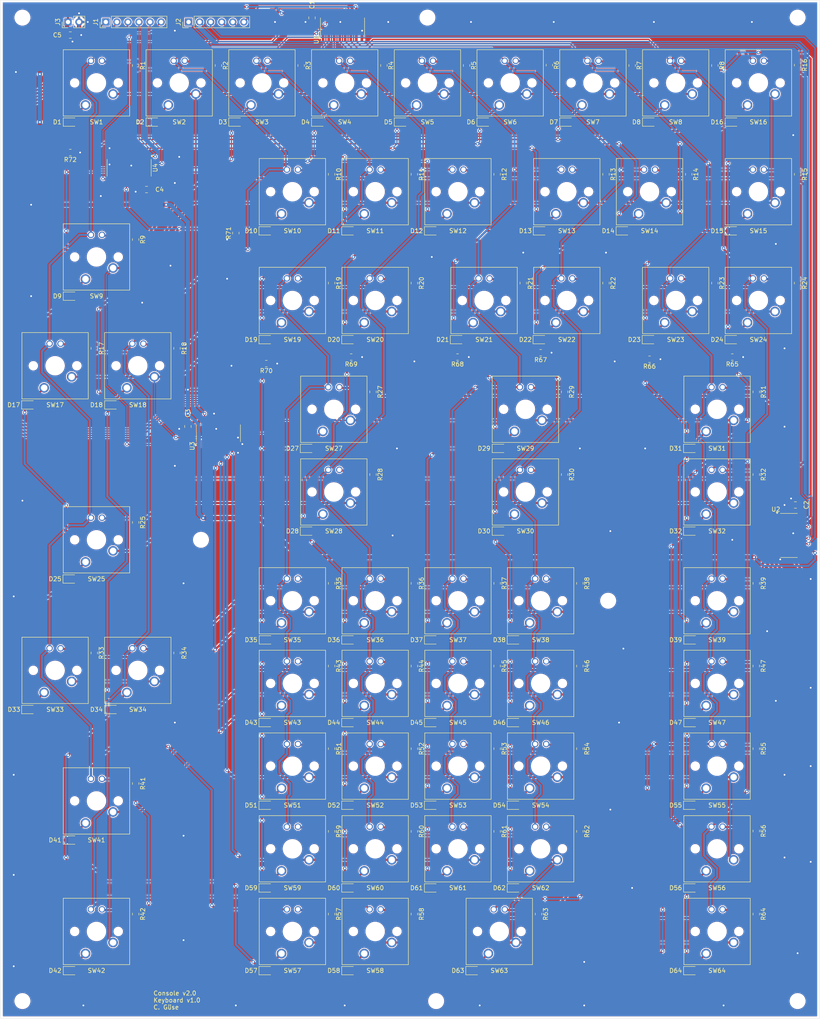
<source format=kicad_pcb>
(kicad_pcb (version 20240108) (generator "pcbnew") (generator_version "8.0")
  (layers (0 "F.Cu" signal) (31 "B.Cu" signal) (34 "B.Paste" user) (35 "F.Paste" user) (36 "B.SilkS" user "B.Silkscreen") (37 "F.SilkS" user "F.Silkscreen") (38 "B.Mask" user) (39 "F.Mask" user) (44 "Edge.Cuts" user))
  (net 0 "")
  (net 1 "+3.3V")
  (net 2 "GND")
  (net 3 "Net-(D1-A)")
  (net 4 "/Matrix/SW_C0")
  (net 5 "/Matrix/SW_C1")
  (net 6 "/Matrix/SW_C2")
  (net 7 "/Matrix/SW_C3")
  (net 8 "/Matrix/SW_C4")
  (net 9 "/Matrix/SW_C5")
  (net 10 "/Matrix/SW_C6")
  (net 11 "/Matrix/SW_C7")
  (net 12 "/SW_R_RCLK")
  (net 13 "/SW_C_SER")
  (net 14 "/SW_R_SER")
  (net 15 "/SW_R_SRCLK")
  (net 16 "/SW_C_nPL")
  (net 17 "/SW_C_CLK")
  (net 18 "/LED_R_SER")
  (net 19 "/LED_R_SRCLK")
  (net 20 "/LED_C_SER")
  (net 21 "/LED_C_RCLK")
  (net 22 "/LED_C_SRCLK")
  (net 23 "/LED_R_RCLK")
  (net 24 "Net-(R1-Pad1)")
  (net 25 "/Matrix/LED_R0")
  (net 26 "/Matrix/LED_R1")
  (net 27 "/Matrix/LED_R2")
  (net 28 "/Matrix/SW_R0")
  (net 29 "/Matrix/LED_C0")
  (net 30 "/Matrix/SW_R1")
  (net 31 "/Matrix/SW_R2")
  (net 32 "/Matrix/LED_C1")
  (net 33 "/Matrix/LED_C2")
  (net 34 "/Matrix/LED_C3")
  (net 35 "/Matrix/LED_C4")
  (net 36 "/Matrix/LED_C5")
  (net 37 "/Matrix/LED_C6")
  (net 38 "/Matrix/LED_C7")
  (net 40 "Net-(D21-A)")
  (net 41 "Net-(D22-A)")
  (net 43 "Net-(D23-A)")
  (net 44 "Net-(D24-A)")
  (net 45 "Net-(D25-A)")
  (net 46 "Net-(D27-A)")
  (net 47 "Net-(D28-A)")
  (net 48 "Net-(D29-A)")
  (net 50 "Net-(D30-A)")
  (net 51 "Net-(D31-A)")
  (net 54 "Net-(D2-A)")
  (net 55 "Net-(D3-A)")
  (net 56 "Net-(D4-A)")
  (net 57 "Net-(D5-A)")
  (net 58 "Net-(D6-A)")
  (net 59 "Net-(D7-A)")
  (net 60 "Net-(D8-A)")
  (net 61 "Net-(D9-A)")
  (net 62 "Net-(D10-A)")
  (net 63 "Net-(D11-A)")
  (net 64 "Net-(D12-A)")
  (net 65 "Net-(D13-A)")
  (net 66 "Net-(D14-A)")
  (net 67 "Net-(D15-A)")
  (net 68 "Net-(D16-A)")
  (net 69 "Net-(D17-A)")
  (net 70 "Net-(D18-A)")
  (net 71 "Net-(D19-A)")
  (net 72 "Net-(D20-A)")
  (net 73 "Net-(R2-Pad1)")
  (net 74 "Net-(R3-Pad1)")
  (net 75 "Net-(R4-Pad1)")
  (net 76 "Net-(R5-Pad1)")
  (net 77 "Net-(R6-Pad1)")
  (net 78 "Net-(R7-Pad1)")
  (net 79 "Net-(R8-Pad1)")
  (net 80 "Net-(R9-Pad1)")
  (net 81 "Net-(R10-Pad1)")
  (net 82 "Net-(R11-Pad1)")
  (net 83 "Net-(R12-Pad1)")
  (net 84 "Net-(R13-Pad1)")
  (net 85 "Net-(R14-Pad1)")
  (net 86 "Net-(R15-Pad1)")
  (net 87 "Net-(R16-Pad1)")
  (net 88 "Net-(R17-Pad1)")
  (net 89 "Net-(R18-Pad1)")
  (net 90 "Net-(R19-Pad1)")
  (net 91 "Net-(R20-Pad1)")
  (net 92 "Net-(D32-A)")
  (net 93 "Net-(D33-A)")
  (net 94 "Net-(D34-A)")
  (net 95 "Net-(D35-A)")
  (net 96 "Net-(D36-A)")
  (net 97 "Net-(D37-A)")
  (net 98 "Net-(D38-A)")
  (net 99 "Net-(D39-A)")
  (net 100 "Net-(D41-A)")
  (net 101 "Net-(D42-A)")
  (net 102 "Net-(D43-A)")
  (net 103 "Net-(D44-A)")
  (net 104 "Net-(D45-A)")
  (net 105 "Net-(D46-A)")
  (net 106 "Net-(D47-A)")
  (net 107 "Net-(D51-A)")
  (net 108 "Net-(D52-A)")
  (net 109 "Net-(D53-A)")
  (net 110 "Net-(D54-A)")
  (net 111 "Net-(D55-A)")
  (net 112 "Net-(D56-A)")
  (net 113 "Net-(D57-A)")
  (net 114 "Net-(D58-A)")
  (net 115 "Net-(D59-A)")
  (net 116 "Net-(D60-A)")
  (net 117 "Net-(D61-A)")
  (net 118 "Net-(D62-A)")
  (net 119 "Net-(D63-A)")
  (net 120 "Net-(D64-A)")
  (net 121 "Net-(R21-Pad1)")
  (net 122 "Net-(R22-Pad1)")
  (net 123 "Net-(R23-Pad1)")
  (net 124 "Net-(R24-Pad1)")
  (net 125 "Net-(R33-Pad1)")
  (net 126 "/Matrix/LED_R3")
  (net 127 "Net-(R35-Pad1)")
  (net 128 "Net-(R36-Pad1)")
  (net 129 "Net-(R37-Pad1)")
  (net 130 "Net-(R38-Pad1)")
  (net 131 "Net-(R39-Pad1)")
  (net 132 "/Matrix/LED_R4")
  (net 133 "Net-(R41-Pad1)")
  (net 134 "Net-(R42-Pad1)")
  (net 135 "Net-(R43-Pad1)")
  (net 136 "Net-(R44-Pad1)")
  (net 137 "Net-(R45-Pad1)")
  (net 138 "Net-(R46-Pad1)")
  (net 139 "Net-(R47-Pad1)")
  (net 140 "/Matrix/LED_R5")
  (net 141 "Net-(R51-Pad1)")
  (net 142 "Net-(R52-Pad1)")
  (net 143 "Net-(R53-Pad1)")
  (net 144 "Net-(R54-Pad1)")
  (net 145 "Net-(R55-Pad1)")
  (net 146 "/Matrix/LED_R6")
  (net 147 "Net-(R59-Pad1)")
  (net 148 "Net-(R60-Pad1)")
  (net 149 "Net-(R61-Pad1)")
  (net 150 "Net-(R62-Pad1)")
  (net 151 "Net-(R63-Pad1)")
  (net 152 "Net-(R64-Pad1)")
  (net 153 "/Matrix/LED_R7")
  (net 154 "/Matrix/SW_R3")
  (net 155 "/Matrix/SW_R4")
  (net 156 "/Matrix/SW_R5")
  (net 157 "/Matrix/SW_R6")
  (net 158 "/Matrix/SW_R7")
  (net 159 "Net-(R25-Pad1)")
  (net 160 "Net-(R27-Pad1)")
  (net 161 "Net-(R28-Pad1)")
  (net 162 "Net-(R29-Pad1)")
  (net 163 "Net-(R30-Pad1)")
  (net 164 "Net-(R31-Pad1)")
  (net 165 "Net-(R32-Pad1)")
  (net 166 "Net-(R34-Pad1)")
  (net 167 "Net-(R56-Pad1)")
  (net 168 "Net-(R57-Pad1)")
  (net 169 "Net-(R58-Pad1)")
  (footprint "Console:Cherry MX" (layer "F.Cu") (at 86 -75 180)
    (property "Reference" "SW44")
    (property "Value" "~")
  )
  (footprint "Resistor_SMD:R_0805_2012Metric" (layer "F.Cu") (at 54 -178.5 90)
    (property "Reference" "R71")
    (property "Value" "10k")
  )
  (footprint "Diode_SMD:D_0805_2012Metric" (layer "F.Cu") (at 149.0625 -204)
    (property "Reference" "D8")
    (property "Value" "D")
  )
  (footprint "Console:Cherry MX" (layer "F.Cu") (at 164.5 -138 180)
    (property "Reference" "SW31")
    (property "Value" "~")
  )
  (footprint "Diode_SMD:D_0805_2012Metric" (layer "F.Cu") (at 80 -85)
    (property "Reference" "D36")
    (property "Value" "D")
  )
  (footprint "Diode_SMD:D_0805_2012Metric" (layer "F.Cu") (at 130.0625 -204)
    (property "Reference" "D7")
    (property "Value" "D")
  )
  (footprint "Resistor_SMD:R_0805_2012Metric" (layer "F.Cu") (at 129.5 -142 -90)
    (property "Reference" "R29")
    (property "Value" "62")
  )
  (footprint "Resistor_SMD:R_0805_2012Metric" (layer "F.Cu") (at 173.5 -60 -90)
    (property "Reference" "R55")
    (property "Value" "62")
  )
  (footprint "Console:Cherry MX" (layer "F.Cu") (at 22 -48 180)
    (property "Reference" "SW41")
    (property "Value" "~")
  )
  (footprint "Console:Cherry MX" (layer "F.Cu") (at 98 -213 180)
    (property "Reference" "SW5")
    (property "Value" "~")
  )
  (footprint "MountingHole:MountingHole_3.2mm_M3" (layer "F.Cu") (at 183 -2)
    (property "Reference" "H8" (hide yes))
    (property "Value" "MountingHole")
  )
  (footprint "Diode_SMD:D_0805_2012Metric" (layer "F.Cu") (at 80 -154)
    (property "Reference" "D20")
    (property "Value" "D")
  )
  (footprint "Diode_SMD:D_0805_2012Metric" (layer "F.Cu") (at 143 -179)
    (property "Reference" "D14")
    (property "Value" "D")
  )
  (footprint "Resistor_SMD:R_0805_2012Metric" (layer "F.Cu") (at 31 -217 -90)
    (property "Reference" "R1")
    (property "Value" "62")
  )
  (footprint "Console:Cherry MX" (layer "F.Cu") (at 86 -94 180)
    (property "Reference" "SW36")
    (property "Value" "~")
  )
  (footprint "Console:Cherry MX" (layer "F.Cu") (at 86 -18 180)
    (property "Reference" "SW58")
    (property "Value" "~")
  )
  (footprint "MountingHole:MountingHole_3.2mm_M3" (layer "F.Cu") (at 5 -228)
    (property "Reference" "H1" (hide yes))
    (property "Value" "MountingHole")
  )
  (footprint "Console:Cherry MX" (layer "F.Cu") (at 124 -56 180)
    (property "Reference" "SW54")
    (property "Value" "~")
  )
  (footprint "Console:Cherry MX" (layer "F.Cu") (at 124 -37 180)
    (property "Reference" "SW62")
    (property "Value" "~")
  )
  (footprint "Resistor_SMD:R_0805_2012Metric" (layer "F.Cu") (at 133 -79 -90)
    (property "Reference" "R46")
    (property "Value" "62")
  )
  (footprint "Console:Cherry MX" (layer "F.Cu") (at 67 -37 180)
    (property "Reference" "SW59")
    (property "Value" "~")
  )
  (footprint "Diode_SMD:D_0805_2012Metric" (layer "F.Cu") (at 73.0625 -204)
    (property "Reference" "D4")
    (property "Value" "D")
  )
  (footprint "MountingHole:MountingHole_3.2mm_M3" (layer "F.Cu") (at 100 -2)
    (property "Reference" "H7" (hide yes))
    (property "Value" "MountingHole")
  )
  (footprint "Console:Cherry MX" (layer "F.Cu") (at 124 -94 180)
    (property "Reference" "SW38")
    (property "Value" "~")
  )
  (footprint "Connector_PinHeader_2.54mm:PinHeader_1x06_P2.54mm_Vertical" (layer "F.Cu") (at 43.15 -227 90)
    (property "Reference" "J2")
    (property "Value" "LEDs")
  )
  (footprint "Diode_SMD:D_0805_2012Metric" (layer "F.Cu") (at 25.5625 -139)
    (property "Reference" "D18")
    (property "Value" "D")
  )
  (footprint "Resistor_SMD:R_0805_2012Metric" (layer "F.Cu") (at 145 -217 -90)
    (property "Reference" "R7")
    (property "Value" "62")
  )
  (footprint "MountingHole:MountingHole_3.2mm_M3" (layer "F.Cu") (at 46 -108)
    (property "Reference" "H4" (hide yes))
    (property "Value" "MountingHole")
  )
  (footprint "Diode_SMD:D_0805_2012Metric" (layer "F.Cu") (at 99 -179)
    (property "Reference" "D12")
    (property "Value" "D")
  )
  (footprint "Diode_SMD:D_0805_2012Metric" (layer "F.Cu") (at 35.0625 -204)
    (property "Reference" "D2")
    (property "Value" "D")
  )
  (footprint "Console:Cherry MX" (layer "F.Cu") (at 120.5 -119 180)
    (property "Reference" "SW30")
    (property "Value" "~")
  )
  (footprint "Resistor_SMD:R_0805_2012Metric" (layer "F.Cu") (at 173.5 -98 -90)
    (property "Reference" "R39")
    (property "Value" "62")
  )
  (footprint "Diode_SMD:D_0805_2012Metric" (layer "F.Cu") (at 158.5 -129)
    (property "Reference" "D31")
    (property "Value" "D")
  )
  (footprint "Capacitor_SMD:C_0805_2012Metric" (layer "F.Cu") (at 33.5 -188.5 180)
    (property "Reference" "C4")
    (property "Value" "100n")
  )
  (footprint "Console:Cherry MX" (layer "F.Cu") (at 76.5 -119 180)
    (property "Reference" "SW28")
    (property "Value" "~")
  )
  (footprint "Resistor_SMD:R_0805_2012Metric" (layer "F.Cu") (at 164 -167 -90)
    (property "Reference" "R23")
    (property "Value" "62")
  )
  (footprint "Resistor_SMD:R_0805_2012Metric" (layer "F.Cu") (at 149 -149.5 180)
    (property "Reference" "R66")
    (property "Value" "10k")
  )
  (footprint "Console:Cherry MX" (layer "F.Cu") (at 105 -75 180)
    (property "Reference" "SW45")
    (property "Value" "~")
  )
  (footprint "Resistor_SMD:R_0805_2012Metric" (layer "F.Cu") (at 85.5 -123 -90)
    (property "Reference" "R28")
    (property "Value" "62")
  )
  (footprint "Diode_SMD:D_0805_2012Metric" (layer "F.Cu") (at 16.0625 -164)
    (property "Reference" "D9")
    (property "Value" "D")
  )
  (footprint "Diode_SMD:D_0805_2012Metric" (layer "F.Cu") (at 168.0625 -204)
    (property "Reference" "D16")
    (property "Value" "D")
  )
  (footprint "Diode_SMD:D_0805_2012Metric" (layer "F.Cu") (at 99 -47)
    (property "Reference" "D53")
    (property "Value" "D")
  )
  (footprint "Console:Cherry MX" (layer "F.Cu") (at 86 -163 180)
    (property "Reference" "SW20")
    (property "Value" "~")
  )
  (footprint "Resistor_SMD:R_0805_2012Metric" (layer "F.Cu") (at 183 -217.0875 -90)
    (property "Reference" "R16")
    (property "Value" "62")
  )
  (footprint "Resistor_SMD:R_0805_2012Metric" (layer "F.Cu") (at 173.5 -41.0875 -90)
    (property "Reference" "R56")
    (property "Value" "62")
  )
  (footprint "Diode_SMD:D_0805_2012Metric" (layer "F.Cu") (at 99 -28)
    (property "Reference" "D61")
    (property "Value" "D")
  )
  (footprint "Resistor_SMD:R_0805_2012Metric" (layer "F.Cu") (at 164 -217 -90)
    (property "Reference" "R8")
    (property "Value" "62")
  )
  (footprint "Console:Cherry MX" (layer "F.Cu") (at 164.5 -119 180)
    (property "Reference" "SW32")
    (property "Value" "~")
  )
  (footprint "Resistor_SMD:R_0805_2012Metric" (layer "F.Cu") (at 123.5 -22 -90)
    (property "Reference" "R63")
    (property "Value" "62")
  )
  (footprint "Diode_SMD:D_0805_2012Metric" (layer "F.Cu") (at 61 -154)
    (property "Reference" "D19")
    (property "Value" "D")
  )
  (footprint "Resistor_SMD:R_0805_2012Metric" (layer "F.Cu") (at 95 -167 -90)
    (property "Reference" "R20")
    (property "Value" "62")
  )
  (footprint "Console:Cherry MX" (layer "F.Cu") (at 164.5 -94 180)
    (property "Reference" "SW39")
    (property "Value" "~")
  )
  (footprint "Console:Cherry MX" (layer "F.Cu") (at 114.5 -18 180)
    (property "Reference" "SW63")
    (property "Value" "~")
  )
  (footprint "MountingHole:MountingHole_3.2mm_M3" (layer "F.Cu") (at 139.5 -94)
    (property "Reference" "H5" (hide yes))
    (property "Value" "MountingHole")
  )
  (footprint "Capacitor_SMD:C_0805_2012Metric" (layer "F.Cu") (at 182.5 -116 180)
    (property "Reference" "C2")
    (property "Value" "100n")
  )
  (footprint "Diode_SMD:D_0805_2012Metric" (layer "F.Cu") (at 70.5 -129)
    (property "Reference" "D27")
    (property "Value" "D")
  )
  (footprint "Resistor_SMD:R_0805_2012Metric" (layer "F.Cu") (at 124 -151 180)
    (property "Reference" "R67")
    (property "Value" "10k")
  )
  (footprint "Resistor_SMD:R_0805_2012Metric" (layer "F.Cu") (at 76 -79 -90)
    (property "Reference" "R43")
    (property "Value" "62")
  )
  (footprint "Resistor_SMD:R_0805_2012Metric" (layer "F.Cu") (at 173.5 -79 -90)
    (property "Reference" "R47")
    (property "Value" "62")
  )
  (footprint "MountingHole:MountingHole_3.2mm_M3" (layer "F.Cu") (at 98 -228)
    (property "Reference" "H2" (hide yes))
    (property "Value" "MountingHole")
  )
  (footprint "Console:Cherry MX" (layer "F.Cu") (at 22 -18 180)
    (property "Reference" "SW42")
    (property "Value" "~")
  )
  (footprint "Resistor_SMD:R_0805_2012Metric" (layer "F.Cu") (at 107 -217 -90)
    (property "Reference" "R5")
    (property "Value" "62")
  )
  (footprint "Diode_SMD:D_0805_2012Metric" (layer "F.Cu") (at 124 -179)
    (property "Reference" "D13")
    (property "Value" "D")
  )
  (footprint "Console:Cherry MX" (layer "F.Cu") (at 164.5 -56 180)
    (property "Reference" "SW55")
    (property "Value" "~")
  )
  (footprint "Diode_SMD:D_0805_2012Metric" (layer "F.Cu") (at 104.9375 -154)
    (property "Reference" "D21")
    (property "Value" "D")
  )
  (footprint "Resistor_SMD:R_0805_2012Metric" (layer "F.Cu") (at 139 -192 -90)
    (property "Reference" "R13")
    (property "Value" "62")
  )
  (footprint "Resistor_SMD:R_0805_2012Metric" (layer "F.Cu") (at 183 -167 -90)
    (property "Reference" "R24")
    (property "Value" "62")
  )
  (footprint "Console:Cherry MX" (layer "F.Cu") (at 41 -213 180)
    (property "Reference" "SW2")
    (property "Value" "~")
  )
  (footprint "Resistor_SMD:R_0805_2012Metric" (layer "F.Cu") (at 76 -98 -90)
    (property "Reference" "R35")
    (property "Value" "62")
  )
  (footprint "Resistor_SMD:R_0805_2012Metric" (layer "F.Cu") (at 76 -60 -90)
    (property "Reference" "R51")
    (property "Value" "62")
  )
  (footprint "MountingHole:MountingHole_3.2mm_M3" (layer "F.Cu") (at 183 -228)
    (property "Reference" "H3" (hide yes))
    (property "Value" "MountingHole")
  )
  (footprint "Diode_SMD:D_0805_2012Metric" (layer "F.Cu") (at 118 -28)
    (property "Reference" "D62")
    (property "Value" "D")
  )
  (footprint "Resistor_SMD:R_0805_2012Metric" (layer "F.Cu") (at 114 -98 -90)
    (property "Reference" "R37")
    (property "Value" "62")
  )
  (footprint "Diode_SMD:D_0805_2012Metric" (layer "F.Cu") (at 16.0625 -9)
    (property "Reference" "D42")
    (property "Value" "D")
  )
  (footprint "Console:Cherry MX" (layer "F.Cu") (at 174 -213 180)
    (property "Reference" "SW16")
    (property "Value" "~")
  )
  (footprint "Resistor_SMD:R_0805_2012Metric" (layer "F.Cu") (at 31 -112 -90)
    (property "Reference" "R25")
    (property "Value" "62")
  )
  (footprint "Console:Cherry MX" (layer "F.Cu") (at 76.5 -138 180)
    (property "Reference" "SW27")
    (property "Value" "~")
  )
  (footprint "Capacitor_SMD:C_0805_2012Metric" (layer "F.Cu") (at 71.5 -227.95 -90)
    (property "Reference" "C1")
    (property "Value" "100n")
  )
  (footprint "Console:Cherry MX" (layer "F.Cu") (at 136 -213 180)
    (property "Reference" "SW7")
    (property "Value" "~")
  )
  (footprint "Diode_SMD:D_0805_2012Metric" (layer "F.Cu") (at 123.9375 -154)
    (property "Reference" "D22")
    (property "Value" "D")
  )
  (footprint "Console:Cherry MX" (layer "F.Cu") (at 117 -213 180)
    (property "Reference" "SW6")
    (property "Value" "~")
  )
  (footprint "Diode_SMD:D_0805_2012Metric" (layer "F.Cu") (at 99 -85)
    (property "Reference" "D37")
    (property "Value" "D")
  )
  (footprint "Diode_SMD:D_0805_2012Metric" (layer "F.Cu") (at 16 -99)
    (property "Reference" "D25")
    (property "Value" "D")
  )
  (footprint "Resistor_SMD:R_0805_2012Metric" (layer "F.Cu") (at 31 -22 -90)
    (property "Reference" "R42")
    (property "Value" "62")
  )
  (footprint "Console:Cherry MX" (layer "F.Cu") (at 149 -188 180)
    (property "Reference" "SW14")
    (property "Value" "~")
  )
  (footprint "Resistor_SMD:R_0805_2012Metric" (layer "F.Cu") (at 76 -192 -90)
    (property "Reference" "R10")
    (property "Value" "62")
  )
  (footprint "Diode_SMD:D_0805_2012Metric" (layer "F.Cu") (at 80 -179)
    (property "Reference" "D11")
    (property "Value" "D")
  )
  (footprint "Console:Cherry MX" (layer "F.Cu") (at 67 -188 180)
    (property "Reference" "SW10")
    (property "Value" "~")
  )
  (footprint "Resistor_SMD:R_0805_2012Metric" (layer "F.Cu") (at 21.5 -82 -90)
    (property "Reference" "R33")
    (property "Value" "62")
  )
  (footprint "Resistor_SMD:R_0805_2012Metric" (layer "F.Cu") (at 129.5 -123 -90)
    (property "Reference" "R30")
    (property "Value" "62")
  )
  (footprint "Diode_SMD:D_0805_2012Metric" (layer "F.Cu") (at 61 -28)
    (property "Reference" "D59")
    (property "Value" "D")
  )
  (footprint "Diode_SMD:D_0805_2012Metric" (layer "F.Cu") (at 158.5 -9)
    (property "Reference" "D64")
    (property "Value" "D")
  )
  (footprint "Console:Cherry MX" (layer "F.Cu") (at 86 -56 180)
    (property "Reference" "SW52")
    (property "Value" "~")
  )
  (footprint "Console:Cherry MX" (layer "F.Cu") (at 86 -188 180)
    (property "Reference" "SW11")
    (property "Value" "~")
  )
  (footprint "Console:Cherry MX" (layer "F.Cu") (at 105 -37 180)
    (property "Reference" "SW61")
    (property "Value" "~")
  )
  (footprint "Console:Cherry MX" (layer "F.Cu") (at 67 -56 180)
    (property "Reference" "SW51")
    (property "Value" "~")
  )
  (footprint "Console:Cherry MX" (layer "F.Cu") (at 130 -188 180)
    (property "Reference" "SW13")
    (property "Value" "~")
  )
  (footprint "Diode_SMD:D_0805_2012Metric" (layer "F.Cu") (at 80 -66)
    (property "Reference" "D44")
    (property "Value" "D")
  )
  (footprint "Resistor_SMD:R_0805_2012Metric" (layer "F.Cu") (at 16 -197 180)
    (property "Reference" "R72")
    (property "Value" "10k")
  )
  (footprint "Diode_SMD:D_0805_2012Metric" (layer "F.Cu") (at 61 -9)
    (property "Reference" "D57")
    (property "Value" "D")
  )
  (footprint "Resistor_SMD:R_0805_2012Metric" (layer "F.Cu") (at 95 -79 -90)
    (property "Reference" "R44")
    (property "Value" "62")
  )
  (footprint "Diode_SMD:D_0805_2012Metric" (layer "F.Cu") (at 70.5 -110)
    (property "Reference" "D28")
    (property "Value" "D")
  )
  (footprint "Console:Cherry MX" (layer "F.Cu") (at 31.5 -148 180)
    (property "Reference" "SW18")
    (property "Value" "~")
  )
  (footprint "Console:Cherry MX" (layer "F.Cu") (at 31.5 -78 180)
    (property "Reference" "SW34")
    (property "Value" "~")
  )
  (footprint "Diode_SMD:D_0805_2012Metric" (layer "F.Cu") (at 92.0625 -204)
    (property "Reference" "D5")
    (property "Value" "D")
  )
  (footprint "Console:Cherry MX" (layer "F.Cu") (at 164.5 -37 180)
    (property "Reference" "SW56")
    (property "Value" "~")
  )
  (footprint "Resistor_SMD:R_0805_2012Metric" (layer "F.Cu") (at 114 -79 -90)
    (property "Reference" "R45")
    (property "Value" "62")
  )
  (footprint "Console:Cherry MX" (layer "F.Cu") (at 124 -75 180)
    (property "Reference" "SW46")
    (property "Value" "~")
  )
  (footprint "Console:Cherry MX" (layer "F.Cu") (at 12.5 -78 180)
    (property "Reference" "SW33")
    (property "Value" "~")
  )
  (footprint "Console:Cherry MX" (layer "F.Cu") (at 155 -213 180)
    (property "Reference" "SW8")
    (property "Value" "~")
  )
  (footprint "Diode_SMD:D_0805_2012Metric" (layer "F.Cu") (at 158.5 -28)
    (property "Reference" "D56")
    (property "Value" "D")
  )
  (footprint "Console:Cherry MX" (layer "F.Cu") (at 86 -37 180)
    (property "Reference" "SW60")
    (property "Value" "~")
  )
  (footprint "Diode_SMD:D_0805_2012Metric" (layer "F.Cu") (at 25.5625 -69)
    (property "Reference" "D34")
    (property "Value" "D")
  )
  (footprint "Resistor_SMD:R_0805_2012Metric" (layer "F.Cu") (at 40.5 -152 -90)
    (property "Reference" "R18")
    (property "Value" "62")
  )
  (footprint "Diode_SMD:D_0805_2012Metric" (layer "F.Cu") (at 6.5 -69)
    (property "Reference" "D33")
    (property "Value" "D")
  )
  (footprint "Console:Cherry MX" (layer "F.Cu") (at 111 -163 180)
    (property "Reference" "SW21")
    (property "Value" "~")
  )
  (footprint "Resistor_SMD:R_0805_2012Metric" (layer "F.Cu") (at 95 -41 -90)
    (property "Reference" "R60")
    (property "Value" "62")
  )
  (footprint "Resistor_SMD:R_0805_2012Metric" (layer "F.Cu") (at 95 -192 -90)
    (property "Reference" "R11")
    (property "Value" "62")
  )
  (footprint "Resistor_SMD:R_0805_2012Metric" (layer "F.Cu") (at 120 -167 -90)
    (property "Reference" "R21")
    (property "Value" "62")
  )
  (footprint "Diode_SMD:D_0805_2012Metric" (layer "F.Cu") (at 80 -28)
    (property "Reference" "D60")
    (property "Value" "D")
  )
  (footprint "Diode_SMD:D_0805_2012Metric" (layer "F.Cu") (at 118 -66)
    (property "Reference" "D46")
    (property "Value" "D")
  )
  (footprint "Console:Cherry MX" (layer "F.Cu") (at 174 -188 180)
    (property "Reference" "SW15")
    (property "Value" "~")
  )
  (footprint "Console:Cherry MX" (layer "F.Cu") (at 67 -18 180)
    (property "Reference" "SW57")
    (property "Value" "~")
  )
  (footprint "Diode_SMD:D_0805_2012Metric" (layer "F.Cu") (at 118 -47)
    (property "Reference" "D54")
    (property "Value" "D")
  )
  (footprint "Resistor_SMD:R_0805_2012Metric" (layer "F.Cu") (at 69 -217 -90)
    (property "Reference" "R3")
    (property "Value" "62")
  )
  (footprint "Console:Cherry MX" (layer "F.Cu") (at 67 -75 180)
    (property "Reference" "SW43")
    (property "Value" "~")
  )
  (footprint "Diode_SMD:D_0805_2012Metric" (layer "F.Cu") (at 111.0625 -204)
    (property "Reference" "D6")
    (property "Value" "D")
  )
  (footprint "Resistor_SMD:R_0805_2012Metric" (layer "F.Cu") (at 80.5 -150 180)
    (property "Reference" "R69")
    (property "Value" "10k")
  )
  (footprint "Console:Cherry MX" (layer "F.Cu") (at 164.5 -18 180)
    (property "Reference" "SW64")
    (property "Value" "~")
  )
  (footprint "Capacitor_SMD:C_0805_2012Metric" (layer "F.Cu") (at 43 -134.05 -90)
    (property "Reference" "C3")
    (property "Value" "100n")
  )
  (footprint "Resistor_SMD:R_0805_2012Metric" (layer "F.Cu") (at 95 -98 -90)
    (property "Reference" "R36")
    (property "Value" "62")
  )
  (footprint "Console:Cherry MX" (layer "F.Cu") (at 60 -213 180)
    (property "Reference" "SW3")
    (property "Value" "~")
  )
  (footprint "Resistor_SMD:R_0805_2012Metric" (layer "F.Cu") (at 95 -22 -90)
    (property "Reference" "R58")
    (property "Value" "62")
  )
  (footprint "Connector_PinHeader_2.54mm:PinHeader_1x02_P2.54mm_Vertical" (layer "F.Cu") (at 15.46 -227 90)
    (property "Reference" "J3")
    (property "Value" "Power")
  )
  (footprint "Diode_SMD:D_0805_2012Metric" (layer "F.Cu") (at 61 -47)
    (property "Reference" "D51")
    (property "Value" "D")
  )
  (footprint "Console:Cherry MX" (layer "F.Cu") (at 105 -56 180)
    (property "Reference" "SW53")
    (property "Value" "~")
  )
  (footprint "Diode_SMD:D_0805_2012Metric" (layer "F.Cu") (at 6.5 -139)
    (property "Reference" "D17")
    (property "Value" "D")
  )
  (footprint "Diode_SMD:D_0805_2012Metric" (layer "F.Cu") (at 158.5 -47)
    (property "Reference" "D55")
    (property "Value" "D")
  )
  (footprint "Resistor_SMD:R_0805_2012Metric" (layer "F.Cu") (at 133 -98 -90)
    (property "Reference" "R38")
    (property "Value" "62")
  )
  (footprint "Console:Cherry MX" (layer "F.Cu") (at 12.5 -148 180)
    (property "Reference" "SW17")
    (property "Value" "~")
  )
  (footprint "Diode_SMD:D_0805_2012Metric" (layer "F.Cu") (at 54.0625 -204)
    (property "Reference" "D3")
    (property "Value" "D")
  )
  (footprint "Resistor_SMD:R_0805_2012Metric" (layer "F.Cu") (at 95 -60 -90)
    (property "Reference" "R52")
    (property "Value" "62")
  )
  (footprint "Diode_SMD:D_0805_2012Metric" (layer "F.Cu") (at 114.5625 -110)
    (property "Reference" "D30")
    (property "Value" "D")
  )
  (footprint "Resistor_SMD:R_0805_2012Metric" (layer "F.Cu") (at 114 -192 -90)
    (property "Reference" "R12")
    (property "Value" "62")
  )
  (footprint "Console:Cherry MX" (layer "F.Cu") (at 174 -163 180)
    (property "Reference" "SW24")
    (property "Value" "~")
  )
  (footprint "Resistor_SMD:R_0805_2012Metric" (layer "F.Cu") (at 31 -177 -90)
    (property "Reference" "R9")
    (property "Value" "62")
  )
  (footprint "Diode_SMD:D_0805_2012Metric" (layer "F.Cu") (at 108.5 -9)
    (property "Reference" "D63")
    (property "Value" "D")
  )
  (footprint "Diode_SMD:D_0805_2012Metric" (layer "F.Cu") (at 168 -179)
    (property "Reference" "D15")
    (property "Value" "D")
  )
  (footprint "Connector_PinHeader_2.54mm:PinHeader_1x06_P2.54mm_Vertical" (layer "F.Cu") (at 24.15 -227 90)
    (property "Reference" "J1")
    (property "Value" "Switches")
  )
  (footprint "Resistor_SMD:R_0805_2012Metric" (layer "F.Cu") (at 173.5 -22 -90)
    (property "Reference" "R64")
    (property "Value" "62")
  )
  (footprint "Diode_SMD:D_0805_2012Metric" (layer "F.Cu") (at 118 -85)
    (property "Reference" "D38")
    (property "Value" "D")
  )
  (footprint "Console:Cherry MX" (layer "F.Cu") (at 164.5 -75 180)
    (property "Reference" "SW47")
    (property "Value" "~")
  )
  (footprint "Package_SO:SO-16_3.9x9.9mm_P1.27mm" (layer "F.Cu") (at 50 -132.5 90)
    (property "Reference" "U3")
    (property "Value" "74HC595")
  )
  (footprint "Resistor_SMD:R_0805_2012Metric" (layer "F.Cu") (at 40.5 -82 -90)
    (property "Reference" "R34")
    (property "Value" "62")
  )
  (footprint "Console:Cherry MX" (layer "F.Cu") (at 105 -188 180)
    (property "Reference" "SW12")
    (property "Value" "~")
  )
  (footprint "Diode_SMD:D_0805_2012Metric" (layer "F.Cu") (at 16.0625 -204)
    (property "Reference" "D1")
    (property "Value" "D")
  )
  (footprint "Resistor_SMD:R_0805_2012Metric" (layer "F.Cu") (at 114 -60 -90)
    (property "Reference" "R53")
    (property "Value" "62")
  )
  (footprint "Diode_SMD:D_0805_2012Metric" (layer "F.Cu") (at 158.5625 -66)
    (property "Reference" "D47")
    (property "Value" "D")
  )
  (footprint "Diode_SMD:D_0805_2012Metric" (layer "F.Cu") (at 61.0625 -85)
    (property "Reference" "D35")
    (property "Value" "D")
  )
  (footprint "Diode_SMD:D_0805_2012Metric" (layer "F.Cu") (at 149 -154)
    (property "Reference" "D23")
    (property "Value" "D")
  )
  (footprint "Package_SO:SO-16_3.9x9.9mm_P1.27mm" (layer "F.Cu") (at 181 -109)
    (property "Reference" "U2")
    (property "Value" "74HC595")
  )
  (footprint "Capacitor_SMD:C_0805_2012Metric" (layer "F.Cu") (at 16 -224)
    (property "Reference" "C5")
    (property "Value" "4.7u")
  )
  (footprint "Resistor_SMD:R_0805_2012Metric" (layer "F.Cu") (at 139 -167 -90)
    (property "Reference" "R22")
    (property "Value" "62")
  )
  (footprint "Console:Cherry MX" (layer "F.Cu") (at 155 -163 180)
    (property "Reference" "SW23")
    (property "Value" "~")
  )
  (footprint "Resistor_SMD:R_0805_2012Metric" (layer "F.Cu") (at 88 -217 -90)
    (property "Reference" "R4")
    (property "Value" "62")
  )
  (footprint "Resistor_SMD:R_0805_2012Metric" (layer "F.Cu") (at 21.5 -152 -90)
    (property "Reference" "R17")
    (property "Value" "62")
  )
  (footprint "Diode_SMD:D_0805_2012Metric" (layer "F.Cu") (at 80 -47)
    (property "Reference" "D52")
    (property "Value" "D")
  )
  (footprint "Resistor_SMD:R_0805_2012Metric" (layer "F.Cu") (at 114 -41 -90)
    (property "Reference" "R61")
    (property "Value" "62")
  )
  (footprint "Resistor_SMD:R_0805_2012Metric" (layer "F.Cu") (at 76 -167 -90)
    (property "Reference" "R19")
    (property "Value" "62")
  )
  (footprint "Resistor_SMD:R_0805_2012Metric" (layer "F.Cu") (at 76 -41 -90)
    (property "Reference" "R59")
    (property "Value" "62")
  )
  (footprint "Resistor_SMD:R_0805_2012Metric" (layer "F.Cu") (at 85.5 -142 -90)
    (property "Reference" "R27")
    (property "Value" "62")
  )
  (footprint "Resistor_SMD:R_0805_2012Metric" (layer "F.Cu") (at 168 -150 180)
    (property "Reference" "R65")
    (property "Value" "10k")
  )
  (footprint "Diode_SMD:D_0805_2012Metric" (layer "F.Cu") (at 158.5625 -85)
    (property "Reference" "D39")
    (property "Value" "D")
  )
  (footprint "Diode_SMD:D_0805_2012Metric" (layer "F.Cu") (at 61 -179)
    (property "Reference" "D10")
    (property "Value" "D")
  )
  (footprint "Package_SO:SO-16_3.9x9.9mm_P1.27mm" (layer "F.Cu") (at 29.5 -193.5 -90)
    (property "Reference" "U4")
    (property "Value" "74HC165")
  )
  (footprint "Resistor_SMD:R_0805_2012Metric" (layer "F.Cu") (at 104.9125 -150 180)
    (property "Reference" "R68")
    (property "Value" "10k")
  )
  (footprint "Resistor_SMD:R_0805_2012Metric" (layer "F.Cu") (at 133 -41 -90)
    (property "Reference" "R62")
    (property "Value" "62")
  )
  (footprint "Diode_SMD:D_0805_2012Metric" (layer "F.Cu") (at 158.5 -110)
    (property "Reference" "D32")
    (property "Value" "D")
  )
  (footprint "Resistor_SMD:R_0805_2012Metric" (layer "F.Cu") (at 50 -217 -90)
    (property "Reference" "R2")
    (property "Value" "62")
  )
  (footprint "Console:Cherry MX" (layer "F.Cu") (at 22 -108 180)
    (property "Reference" "SW25")
    (property "Value" "~")
  )
  (footprint "Resistor_SMD:R_0805_2012Metric" (layer "F.Cu") (at 183 -192 -90)
    (property "Reference" "R15")
    (property "Value" "62")
  )
  (footprint "Console:Cherry MX" (layer "F.Cu") (at 67 -94 180)
    (property "Reference" "SW35")
    (property "Value" "~")
  )
  (footprint "Resistor_SMD:R_0805_2012Metric" (layer "F.Cu") (at 133 -60 -90)
    (property "Reference" "R54")
    (property "Value" "62")
  )
  (footprint "Resistor_SMD:R_0805_2012Metric" (layer "F.Cu") (at 31 -52 -90)
    (property "Reference" "R41")
    (property "Value" "62")
  )
  (footprint "Diode_SMD:D_0805_2012Metric" (layer "F.Cu") (at 114.5625 -129)
    (property "Reference" "D29")
    (property "Value" "D")
  )
  (footprint "Console:Cherry MX" (layer "F.Cu") (at 120.5 -138 180)
    (property "Reference" "SW29")
    (property "Value" "~")
  )
  (footprint "Console:Cherry MX" (layer "F.Cu") (at 22 -173 180)
    (property "Reference" "SW9")
    (property "Value" "~")
  )
  (footprint "Console:Cherry MX" (layer "F.Cu") (at 79 -213 180)
    (property "Reference" "SW4")
    (property "Value" "~")
  )
  (footprint "Console:Cherry MX" (layer "F.Cu") (at 105 -94 180)
    (property "Reference" "SW37")
    (property "Value" "~")
  )
  (footprint "Resistor_SMD:R_0805_2012Metric" (layer "F.Cu") (at 158 -192 -90)
    (property "Reference" "R14")
    (property "Value" "62")
  )
  (footprint "Diode_SMD:D_0805_2012Metric" (layer "F.Cu") (at 61 -66)
    (property "Reference" "D43")
    (property "Value" "D")
  )
  (footprint "Resistor_SMD:R_0805_2012Metric" (layer "F.Cu") (at 76 -22 -90)
    (property "Reference" "R57")
    (property "Value" "62")
  )
  (footprint "Diode_SMD:D_0805_2012Metric" (layer "F.Cu") (at 99 -66)
    (property "Reference" "D45")
    (property "Value" "D")
  )
  (footprint "MountingHole:MountingHole_3.2mm_M3" (layer "F.Cu") (at 5 -2)
    (property "Reference" "H6" (hide yes))
    (property "Value" "MountingHole")
  )
  (footprint "Diode_SMD:D_0805_2012Metric" (layer "F.Cu") (at 80 -9)
    (property "Reference" "D58")
    (property "Value" "D")
  )
  (footprint "Package_SO:SO-16_3.9x9.9mm_P1.27mm" (layer "F.Cu") (at 78.5 -226 90)
    (property "Reference" "U1")
    (property "Value" "74HC595")
  )
  (footprint "Resistor_SMD:R_0805_2012Metric" (layer "F.Cu") (at 173.5 -142 -90)
    (property "Reference" "R31")
    (property "Value" "62")
  )
  (footprint "Console:Cherry MX" (layer "F.Cu") (at 22 -213 180)
    (property "Reference" "SW1")
    (property "Value" "~")
  )
  (footprint "Console:Cherry MX" (layer "F.Cu") (at 67 -163 180)
    (property "Reference" "SW19")
    (property "Value" "~")
  )
  (footprint "Resistor_SMD:R_0805_2012Metric" (layer "F.Cu") (at 173.5 -123 -90)
    (property "Reference" "R32")
    (property "Value" "62")
  )
  (footprint "Console:Cherry MX" (layer "F.Cu") (at 130 -163 180)
    (property "Reference" "SW22")
    (property "Value" "~")
  )
  (footprint "Diode_SMD:D_0805_2012Metric" (layer "F.Cu") (at 16.0625 -39)
    (property "Reference" "D41")
    (property "Value" "D")
  )
  (footprint "Diode_SMD:D_0805_2012Metric" (layer "F.Cu") (at 168 -154)
    (property "Reference" "D24")
    (property "Value" "D")
  )
  (footprint "Resistor_SMD:R_0805_2012Metric" (layer "F.Cu") (at 126 -217.0875 -90)
    (property "Reference" "R6")
    (property "Value" "62")
  )
  (footprint "Resistor_SMD:R_0805_2012Metric" (layer "F.Cu") (at 61 -148.5 180)
    (property "Reference" "R70")
    (property "Value" "10k")
  )
  (gr_rect (start 0 -232) (end 188 2) (stroke (width 0.05)) (fill none) (layer "Edge.Cuts"))
  (gr_text "Console v2.0\nKeyboard v1.0\nC. Güse" (at 35 0 0) (layer "F.SilkS") (effects (font (size 1 1)) (justify left bottom)))
  (segment (start 43 -135) (end 45.48 -135) (width 0.5) (layer "F.Cu") (net 1))
  (segment (start 33.945 -189.005) (end 34.45 -188.5) (width 0.5) (layer "F.Cu") (net 1))
  (segment (start 15.46 -229.46) (end 16.5 -230.5) (width 0.5) (layer "F.Cu") (net 1))
  (segment (start 9 -218) (end 9 -215) (width 1) (layer "F.Cu") (net 1))
  (segment (start 15.25 -224.2) (end 15.05 -224) (width 1) (layer "F.Cu") (net 1))
  (segment (start 71.4 -229) (end 71.5 -228.9) (width 1) (layer "F.Cu") (net 1))
  (segment (start 31.675 -185) (end 34.45 -187.775) (width 1) (layer "F.Cu") (net 1))
  (segment (start 64.5 -229) (end 71.4 -229) (width 0.5) (layer "F.Cu") (net 1))
  (segment (start 59.5 -113) (end 46.5 -113) (width 1) (layer "F.Cu") (net 1))
  (segment (start 9 -204) (end 9 -189) (width 1) (layer "F.Cu") (net 1))
  (segment (start 10 -219) (end 9 -218) (width 1) (layer "F.Cu") (net 1))
  (segment (start 183.45 -116) (end 183.45 -113.57) (width 0.5) (layer "F.Cu") (net 1))
  (segment (start 71.5 -228.9) (end 73.73 -228.9) (width 0.5) (layer "F.Cu") (net 1))
  (segment (start 34.45 -187.775) (end 34.45 -188.5) (width 0.8) (layer "F.Cu") (net 1))
  (segment (start 81.675 -230.325) (end 81.5 -230.5) (width 0.5) (layer "F.Cu") (net 1))
  (segment (start 43 -135) (end 43 -137) (width 1) (layer "F.Cu") (net 1))
  (segment (start 53.175 -140.325) (end 53.175 -135.075) (width 0.5) (layer "F.Cu") (net 1))
  (segment (start 81.675 -228.575) (end 81.675 -230.325) (width 0.5) (layer "F.Cu") (net 1))
  (segment (start 15.05 -224) (end 10.05 -219) (width 1) (layer "F.Cu") (net 1))
  (segment (start 182.445 -113.445) (end 183.575 -113.445) (width 0.5) (layer "F.Cu") (net 1))
  (segment (start 43 -142.5) (end 51 -142.5) (width 0.5) (layer "F.Cu") (net 1))
  (segment (start 186.175 -105.825) (end 183.575 -105.825) (width 0.5) (layer "F.Cu") (net 1))
  (segment (start 16.5 -230.5) (end 56.5 -230.5) (width 0.5) (layer "F.Cu") (net 1))
  (segment (start 73.73 -228.9) (end 74.055 -228.575) (width 0.5) (layer "F.Cu") (net 1))
  (segment (start 180.5 -111.5) (end 182.445 -113.445) (width 0.5) (layer "F.Cu") (net 1))
  (segment (start 15.25 -226.79) (end 15.25 -224.2) (width 1) (layer "F.Cu") (net 1))
  (segment (start 9 -189) (end 13 -185) (width 1) (layer "F.Cu") (net 1))
  (segment (start 173 -104) (end 68.5 -104) (width 1) (layer "F.Cu") (net 1))
  (segment (start 15.46 -227) (end 15.25 -226.79) (width 1) (layer "F.Cu") (net 1))
  (segment (start 68.5 -104) (end 59.5 -113) (width 1) (layer "F.Cu") (net 1))
  (segment (start 10.05 -219) (end 10 -219) (width 1) (layer "F.Cu") (net 1))
  (segment (start 45.48 -135) (end 45.555 -135.075) (width 0.5) (layer "F.Cu") (net 1))
  (segment (start 38 -185) (end 31.675 -185) (width 1) (layer "F.Cu") (net 1))
  (segment (start 51 -142.5) (end 53.175 -140.325) (width 0.5) (layer "F.Cu") (net 1))
  (segment (start 187 -105) (end 186.175 -105.825) (width 0.5) (layer "F.Cu") (net 1))
  (segment (start 180.5 -107.5) (end 180.5 -111.5) (width 0.5) (layer "F.Cu") (net 1))
  (segment (start 15.46 -227) (end 15.46 -229.46) (width 0.5) (layer "F.Cu") (net 1))
  (segment (start 33.945 -190.925) (end 33.945 -189.005) (width 0.5) (layer "F.Cu") (net 1))
  (segment (start 183.575 -105.825) (end 182.175 -105.825) (width 0.5) (layer "F.Cu") (net 1))
  (segment (start 13 -185) (end 31.675 -185) (width 1) (layer "F.Cu") (net 1))
  (segment (start 182.175 -105.825) (end 180.5 -107.5) (width 0.5) (layer "F.Cu") (net 1))
  (segment (start 183.45 -113.57) (end 183.575 -113.445) (width 0.5) (layer "F.Cu") (net 1))
  (via (at 43 -137) (size 0.8) (drill 0.4) (layers "F.Cu" "B.Cu") (net 1))
  (via (at 9 -215) (size 0.8) (drill 0.4) (layers "F.Cu" "B.Cu") (net 1))
  (via (at 43 -142.5) (size 0.8) (drill 0.4) (layers "F.Cu" "B.Cu") (net 1))
  (via (at 56.5 -230.5) (size 0.8) (drill 0.4) (layers "F.Cu" "B.Cu") (net 1))
  (via (at 46.5 -113) (size 0.8) (drill 0.4) (layers "F.Cu" "B.Cu") (net 1))
  (via (at 173 -104) (size 0.8) (drill 0.4) (layers "F.Cu" "B.Cu") (net 1))
  (via (at 81.5 -230.5) (size 0.8) (drill 0.4) (layers "F.Cu" "B.Cu") (net 1))
  (via (at 38 -185) (size 0.8) (drill 0.4) (layers "F.Cu" "B.Cu") (net 1))
  (via (at 187 -105) (size 0.8) (drill 0.4) (layers "F.Cu" "B.Cu") (net 1))
  (via (at 9 -204) (size 0.8) (drill 0.4) (layers "F.Cu" "B.Cu") (net 1))
  (via (at 64.5 -229) (size 0.8) (drill 0.4) (layers "F.Cu" "B.Cu") (net 1))
  (segment (start 43 -137) (end 45.5 -134.5) (width 0.8) (layer "B.Cu") (net 1))
  (segment (start 43 -142.5) (end 43 -137) (width 1) (layer "B.Cu") (net 1))
  (segment (start 56.5 -230.5) (end 63 -230.5) (width 0.5) (layer "B.Cu") (net 1))
  (segment (start 175 -102) (end 185.5 -102) (width 0.5) (layer "B.Cu") (net 1))
  (segment (start 43 -181) (end 43 -142.5) (width 1) (layer "B.Cu") (net 1))
  (segment (start 38 -185) (end 39 -185) (width 1) (layer "B.Cu") (net 1))
  (segment (start 45.5 -134.5) (end 45.5 -132.5) (width 0.8) (layer "B.Cu") (net 1))
  (segment (start 63 -230.5) (end 81.5 -230.5) (width 0.5) (layer "B.Cu") (net 1))
  (segment (start 173 -104) (end 175 -102) (width 0.5) (layer "B.Cu") (net 1))
  (segment (start 187 -103.5) (end 187 -105) (width 0.5) (layer "B.Cu") (net 1))
  (segment (start 185.5 -102) (end 187 -103.5) (width 0.5) (layer "B.Cu") (net 1))
  (segment (start 45.5 -114) (end 46.5 -113) (width 1) (layer "B.Cu") (net 1))
  (segment (start 45.5 -132.5) (end 45.5 -114) (width 1) (layer "B.Cu") (net 1))
  (segment (start 9 -215) (end 9 -204) (width 1) (layer "B.Cu") (net 1))
  (segment (start 39 -185) (end 43 -181) (width 1) (layer "B.Cu") (net 1))
  (segment (start 63 -230.5) (end 64.5 -229) (width 0.5) (layer "B.Cu") (net 1))
  (segment (start 54.5 -131.5) (end 54.445 -131.445) (width 0.5) (layer "F.Cu") (net 2))
  (segment (start 124.9125 -151) (end 126.5 -151) (width 0.5) (layer "F.Cu") (net 2))
  (segment (start 49.365 -136.635) (end 49 -137) (width 0.5) (layer "F.Cu") (net 2))
  (segment (start 54.445 -129.925) (end 55.425 -129.925) (width 0.5) (layer "F.Cu") (net 2))
  (segment (start 178.425 -104.075) (end 179 -103.5) (width 0.5) (layer "F.Cu") (net 2))
  (segment (start 43 -133.1) (end 41.4 -133.1) (width 0.5) (layer "F.Cu") (net 2))
  (segment (start 16.9125 -197) (end 18.25 -197) (width 0.5) (layer "F.Cu") (net 2))
  (segment (start 54 -177.5875) (end 52.5875 -177.5875) (width 0.5) (layer "F.Cu") (net 2))
  (segment (start 18 -227) (end 20 -227) (width 0.5) (layer "F.Cu") (net 2))
  (segment (start 181.55 -116) (end 180 -116) (width 0.5) (layer "F.Cu") (net 2))
  (segment (start 31.5 -188.5) (end 31 -188) (width 0.5) (layer "F.Cu") (net 2))
  (segment (start 49.365 -133.635) (end 49.5 -133.5) (width 0.5) (layer "F.Cu") (net 2))
  (segment (start 41.4 -133.1) (end 41 -133.5) (width 0.5) (layer "F.Cu") (net 2))
  (segment (start 16.95 -224) (end 16.95 -222.95) (width 0.5) (layer "F.Cu") (net 2))
  (segment (start 55.425 -129.925) (end 55.5 -130) (width 0.5) (layer "F.Cu") (net 2))
  (segment (start 71.5 -227) (end 70 -227) (width 0.8) (layer "F.Cu") (net 2))
  (segment (start 149.9125 -149.5) (end 151.5 -149.5) (width 0.5) (layer "F.Cu") (net 2))
  (segment (start 25.055 -194.305) (end 25 -194.25) (width 0.5) (layer "F.Cu") (net 2))
  (segment (start 54.445 -131.445) (end 54.445 -129.925) (width 0.5) (layer "F.Cu") (net 2))
  (segment (start 32.55 -188.5) (end 31.5 -188.5) (width 0.5) (layer "F.Cu") (net 2))
  (segment (start 182.135 -109.635) (end 182 -109.5) (width 0.5) (layer "F.Cu") (net 2))
  (segment (start 168.9125 -150) (end 170.5 -150) (width 0.5) (layer "F.Cu") (net 2))
  (segment (start 32.675 -190.925) (end 32.675 -188.625) (width 0.5) (layer "F.Cu") (net 2))
  (segment (start 183.575 -109.635) (end 182.135 -109.635) (width 0.5) (layer "F.Cu") (net 2))
  (segment (start 16.95 -224) (end 18 -225.05) (width 1) (layer "F.Cu") (net 2))
  (segment (start 25.055 -197.945) (end 25 -198) (width 0.5) (layer "F.Cu") (net 2))
  (segment (start 49.365 -135.075) (end 49.365 -133.635) (width 0.5) (layer "F.Cu") (net 2))
  (segment (start 18 -227) (end 18 -229) (width 0.5) (layer "F.Cu") (net 2))
  (segment (start 25.055 -196.075) (end 25.055 -197.945) (width 0.5) (layer "F.Cu") (net 2))
  (segment (start 52.5875 -177.5875) (end 52 -177) (width 0.5) (layer "F.Cu") (net 2))
  (segment (start 181.55 -117.45) (end 181.5 -117.5) (width 0.5) (layer "F.Cu") (net 2))
  (segment (start 77.865 -227.135) (end 78 -227) (width 0.5) (layer "F.Cu") (net 2))
  (segment (start 49.365 -135.075) (end 49.365 -136.635) (width 0.5) (layer "F.Cu") (net 2))
  (segment (start 25.055 -196.075) (end 25.055 -194.305) (width 0.5) (layer "F.Cu") (net 2))
  (segment (start 81.4125 -150) (end 83 -150) (width 0.5) (layer "F.Cu") (net 2))
  (segment (start 32.675 -188.625) (end 32.55 -188.5) (width 0.5) (layer "F.Cu") (net 2))
  (segment (start 54.445 -128.055) (end 54.5 -128) (width 0.5) (layer "F.Cu") (net 2))
  (segment (start 181.55 -116) (end 181.55 -117.45) (width 0.5) (layer "F.Cu") (net 2))
  (segment (start 82.945 -223.425) (end 82.945 -224.945) (width 0.5) (layer "F.Cu") (net 2))
  (segment (start 16.95 -224) (end 18.5 -224) (width 0.5) (layer "F.Cu") (net 2))
  (segment (start 16.95 -222.95) (end 16.5 -222.5) (width 0.5) (layer "F.Cu") (net 2))
  (segment (start 178.425 -104.555) (end 178.425 -104.075) (width 0.5) (layer "F.Cu") (net 2))
  (segment (start 18 -225.05) (end 18 -227) (width 1) (layer "F.Cu") (net 2))
  (segment (start 105.825 -150) (end 107.5 -150) (width 0.5) (layer "F.Cu") (net 2))
  (segment (start 82.945 -224.945) (end 83 -225) (width 0.5) (layer "F.Cu") (net 2))
  (segment (start 61.9125 -148.5) (end 63.5 -148.5) (width 0.5) (layer "F.Cu") (net 2))
  (segment (start 77.865 -228.575) (end 77.865 -227.135) (width 0.5) (layer "F.Cu") (net 2))
  (segment (start 54.445 -129.925) (end 54.445 -128.055) (width 0.5) (layer "F.Cu") (net 2))
  (via (at 108 -227) (size 0.8) (drill 0.4) (layers "F.Cu" "B.Cu") (net 2))
  (via (at 180 -35) (size 0.8) (drill 0.4) (layers "F.Cu" "B.Cu") (net 2))
  (via (at 53 -148) (size 0.8) (drill 0.4) (layers "F.Cu" "B.Cu") (net 2))
  (via (at 40 -225) (size 0.8) (drill 0.4) (layers "F.Cu" "B.Cu") (net 2))
  (via (at 42 -40) (size 0.8) (drill 0.4) (layers "F.Cu" "B.Cu") (net 2))
  (via (at 23 -187) (size 0.8) (drill 0.4) (layers "F.Cu" "B.Cu") (net 2))
  (via (at 41 -196) (size 0.8) (drill 0.4) (layers "F.Cu" "B.Cu") (net 2))
  (via (at 18.5 -224) (size 0.8) (drill 0.4) (layers "F.Cu" "B.Cu") (net 2))
  (via (at 91 -129) (size 0.8) (drill 0.4) (layers "F.Cu" "B.Cu") (net 2))
  (via (at 183 -13) (size 0.8) (drill 0.4) (layers "F.Cu" "B.Cu") (net 2))
  (via (at 49 -137) (size 0.8) (drill 0.4) (layers "F.Cu" "B.Cu") (net 2))
  (via (at 140 -110) (size 0.8) (drill 0.4) (layers "F.Cu" "B.Cu") (net 2))
  (via (at 42 -16) (size 0.8) (drill 0.4) (layers "F.Cu" "B.Cu") (net 2))
  (via (at 178 -176) (size 0.8) (drill 0.4) (layers "F.Cu" "B.Cu") (net 2))
  (via (at 3.5 -215.5) (size 0.8) (drill 0.4) (layers "F.Cu" "B.Cu") (net 2))
  (via (at 140 -46) (size 0.8) (drill 0.4) (layers "F.Cu" "B.Cu") (net 2))
  (via (at 180 -152) (size 0.8) (drill 0.4) (layers "F.Cu" "B.Cu") (net 2))
  (via (at 32.5 -162.5) (size 0.8) (drill 0.4) (layers "F.Cu" "B.Cu") (net 2))
  (via (at 126.5 -151) (size 0.8) (drill 0.4) (layers "F.Cu" "B.Cu") (net 2))
  (via (at 176 -87) (size 0.8) (drill 0.4) (layers "F.Cu" "B.Cu") (net 2))
  (via (at 89 -227) (size 0.8) (drill 0.4) (layers "F.Cu" "B.Cu") (net 2))
  (via (at 63.5 -148.5) (size 0.8) (drill 0.4) (layers "F.Cu" "B.Cu") (net 2))
  (via (at 83 -150) (size 0.8) (drill 0.4) (layers "F.Cu" "B.Cu") (net 2))
  (via (at 186 -74) (size 0.8) (drill 0.4) (layers "F.Cu" "B.Cu") (net 2))
  (via (at 49.5 -133.5) (size 0.8) (drill 0.4) (layers "F.Cu" "B.Cu") (net 2))
  (via (at 7 -185) (size 0.8) (drill 0.4) (layers "F.Cu" "B.Cu") (net 2))
  (via (at 99 -173) (size 0.8) (drill 0.4) (layers "F.Cu" "B.Cu") (net 2))
  (via (at 141 -149) (size 0.8) (drill 0.4) (layers "F.Cu" "B.Cu") (net 2))
  (via (at 110 -1) (size 0.8) (drill 0.4) (layers "F.Cu" "B.Cu") (net 2))
  (via (at 7 -164) (size 0.8) (drill 0.4) (layers "F.Cu" "B.Cu") (net 2))
  (via (at 39 -171) (size 0.8) (drill 0.4) (layers "F.Cu" "B.Cu") (net 2))
  (via (at 145 -28) (size 0.8) (drill 0.4) (layers "F.Cu" "B.Cu") (net 2))
  (via (at 179 -103.5) (size 0.8) (drill 0.4) (layers "F.Cu" "B.Cu") (net 2))
  (via (at 70 -227) (size 0.8) (drill 0.4) (layers "F.Cu" "B.Cu") (net 2))
  (via (at 143 -83) (size 0.8) (drill 0.4) (layers "F.Cu" "B.Cu") (net 2))
  (via (at 79 -1) (size 0.8) (drill 0.4) (layers "F.Cu" "B.Cu") (net 2))
  (via (at 186 -34) (size 0.8) (drill 0.4) (layers "F.Cu" "B.Cu") (net 2))
  (via (at 150 -227) (size 0.8) (drill 0.4) (layers "F.Cu" "B.Cu") (net 2))
  (via (at 16.5 -222.5) (size 0.8) (drill 0.4) (layers "F.Cu" "B.Cu") (net 2))
  (via (at 30 -194) (size 0.8) (drill 0.4) (layers "F.Cu" "B.Cu") (net 2))
  (via (at 18.25 -197) (size 0.8) (drill 0.4) (layers "F.Cu" "B.Cu") (net 2))
  (via (at 52 -168) (size 0.8) (drill 0.4) (layers "F.Cu" "B.Cu") (net 2))
  (via (at 170.5 -150) (size 0.8) (drill 0.4) (layers "F.Cu" "B.Cu") (net 2))
  (via (at 20 -227) (size 0.8) (drill 0.4) (layers "F.Cu" "B.Cu") (net 2))
  (via (at 52 -177) (size 0.8) (drill 0.4) (layers "F.Cu" "B.Cu") (net 2))
  (via (at 120 -174) (size 0.8) (drill 0.4) (layers "F.Cu" "B.Cu") (net 2))
  (via (at 55.5 -130) (size 0.8) (drill 0.4) (layers "F.Cu" "B.Cu") (net 2))
  (via (at 90 -109) (size 0.8) (drill 0.4) (layers "F.Cu" "B.Cu") (net 2))
  (via (at 19 -1) (size 0.8) (drill 0.4) (layers "F.Cu" "B.Cu") (net 2))
  (via (at 95 -149) (size 0.8) (drill 0.4) (layers "F.Cu" "B.Cu") (net 2))
  (via (at 3 -54) (size 0.8) (drill 0.4) (layers "F.Cu" "B.Cu") (net 2))
  (via (at 168 -108) (size 0.8) (drill 0.4) (layers "F.Cu" "B.Cu") (net 2))
  (via (at 18 -229) (size 0.8) (drill 0.4) (layers "F.Cu" "B.Cu") (net 2))
  (via (at 54.5 -131.5) (size 0.8) (drill 0.4) (layers "F.Cu" "B.Cu") (net 2))
  (via (at 54.5 -128) (size 0.8) (drill 0.4) (layers "F.Cu" "B.Cu") (net 2))
  (via (at 151.5 -149.5) (size 0.8) (drill 0.4) (layers "F.Cu" "B.Cu") (net 2))
  (via (at 134 -11) (size 0.8) (drill 0.4) (layers "F.Cu" "B.Cu") (net 2))
  (via (at 40 -66) (size 0.8) (drill 0.4) (layers "F.Cu" "B.Cu") (net 2))
  (via (at 181.5 -117.5) (size 0.8) (drill 0.4) (layers "F.Cu" "B.Cu") (net 2))
  (via (at 5 -117) (size 0.8) (drill 0.4) (layers "F.Cu" "B.Cu") (net 2))
  (via (at 178 -71) (size 0.8) (drill 0.4) (layers "F.Cu" "B.Cu") (net 2))
  (via (at 133 -129) (size 0.8) (drill 0.4) (layers "F.Cu" "B.Cu") (net 2))
  (via (at 3 -95) (size 0.8) (drill 0.4) (layers "F.Cu" "B.Cu") (net 2))
  (via (at 186 -99) (size 0.8) (drill 0.4) (layers "F.Cu" "B.Cu") (net 2))
  (via (at 134 -1) (size 0.8) (drill 0.4) (layers "F.Cu" "B.Cu") (net 2))
  (via (at 172.5 -227) (size 0.8) (drill 0.4) (layers "F.Cu" "B.Cu") (net 2))
  (via (at 127 -227) (size 0.8) (drill 0.4) (layers "F.Cu" "B.Cu") (net 2))
  (via (at 78 -227) (size 0.8) (drill 0.4) (layers "F.Cu" "B.Cu") (net 2))
  (via (at 186 -56) (size 0.8) (drill 0.4) (layers "F.Cu" "B.Cu") (net 2))
  (via (at 3 -31) (size 0.8) (drill 0.4) (layers "F.Cu" "B.Cu") (net 2))
  (via (at 180 -54) (size 0.8) (drill 0.4) (layers "F.Cu" "B.Cu") (net 2))
  (via (at 63 -227) (size 0.8) (drill 0.4) (layers "F.Cu" "B.Cu") (net 2))
  (via (at 142 -66) (size 0.8) (drill 0.4) (layers "F.Cu" "B.Cu") (net 2))
  (via (at 139 -174) (size 0.8) (drill 0.4) (layers "F.Cu" "B.Cu") (net 2))
  (via (at 42 -98) (size 0.8) (drill 0.4) (layers "F.Cu" "B.Cu") (net 2))
  (via (at 182 -201) (size 0.8) (drill 0.4) (layers "F.Cu" "B.Cu") (net 2))
  (via (at 40 -125) (size 0.8) (drill 0.4) (layers "F.Cu" "B.Cu") (net 2))
  (via (at 148 -129) (size 0.8) (drill 0.4) (layers "F.Cu" "B.Cu") (net 2))
  (via (at 182 -109.5) (size 0.8) (drill 0.4) (layers "F.Cu" "B.Cu") (net 2))
  (via (at 40 -190) (size 0.8) (drill 0.4) (layers "F.Cu" "B.Cu") (net 2))
  (via (at 41 -133.5) (size 0.8) (drill 0.4) (layers "F.Cu" "B.Cu") (net 2))
  (via (at 31 -188) (size 0.8) (drill 0.4) (layers "F.Cu" "B.Cu") (net 2))
  (via (at 54 -1) (size 0.8) (drill 0.4) (layers "F.Cu" "B.Cu") (net 2))
  (via (at 107.5 -150) (size 0.8) (drill 0.4) (layers "F.Cu" "B.Cu") (net 2))
  (via (at 25 -198) (size 0.8) (drill 0.4) (layers "F.Cu" "B.Cu") (net 2))
  (via (at 3 -10) (size 0.8) (drill 0.4) (layers "F.Cu" "B.Cu") (net 2))
  (via (at 180 -116) (size 0.8) (drill 0.4) (layers "F.Cu" "B.Cu") (net 2))
  (via (at 25 -194.25) (size 0.8) (drill 0.4) (layers "F.Cu" "B.Cu") (net 2))
  (via (at 180 -134) (size 0.8) (drill 0.4) (layers "F.Cu" "B.Cu") (net 2))
  (via (at 83 -225) (size 0.8) (drill 0.4) (layers "F.Cu" "B.Cu") (net 2))
  (via (at 166 -1) (size 0.8) (drill 0.4) (layers "F.Cu" "B.Cu") (net 2))
  (segment (start 17 -204) (end 17 -205.43) (width 0.5) (layer "F.Cu") (net 3))
  (segment (start 17 -205.43) (end 19.49 -207.92) (width 0.5) (layer "F.Cu") (net 3))
  (segment (start 15.125 -39) (end 12.5 -39) (width 0.5) (layer "F.Cu") (net 4))
  (segment (start 15.125 -38.875) (end 24.5 -29.5) (width 0.5) (layer "F.Cu") (net 4))
  (segment (start 15.125 -192.5) (end 15.125 -204) (width 0.5) (layer "F.Cu") (net 4))
  (segment (start 5.5625 -139) (end 5.5625 -154.4375) (width 0.5) (layer "F.Cu") (net 4))
  (segment (start 39.5625 -29.5) (end 53 -29.5) (width 0.5) (layer "F.Cu") (net 4))
  (segment (start 5.5625 -45.9375) (end 5.5625 -69) (width 0.5) (layer "F.Cu") (net 4))
  (segment (start 53 -29.5) (end 54 -28.5) (width 0.5) (layer "F.Cu") (net 4))
  (segment (start 58.0625 -11) (end 60.0625 -9) (width 0.5) (layer "F.Cu") (net 4))
  (segment (start 5.5625 -154.4375) (end 15.125 -164) (width 0.5) (layer "F.Cu") (net 4))
  (segment (start 58 -11) (end 58.0625 -11) (width 0.5) (layer "F.Cu") (net 4))
  (segment (start 15 -179) (end 15.125 -178.875) (width 0.3) (layer "F.Cu") (net 4))
  (segment (start 27.595 -190.925) (end 27.595 -191.799999) (width 0.3) (layer "F.Cu") (net 4))
  (segment (start 24.5 -29.5) (end 39.5625 -29.5) (width 0.5) (layer "F.Cu") (net 4))
  (segment (start 5.5625 -137.3125) (end 5.5 -137.25) (width 0.5) (layer "F.Cu") (net 4))
  (segment (start 5.5625 -139) (end 5.5625 -137.3125) (width 0.5) (layer "F.Cu") (net 4))
  (segment (start 27.595 -191.799999) (end 26.894999 -192.5) (width 0.3) (layer "F.Cu") (net 4))
  (segment (start 15.125 -39) (end 15.125 -38.875) (width 0.5) (layer "F.Cu") (net 4))
  (segment (start 15.125 -178.875) (end 15.125 -164) (width 0.5) (layer "F.Cu") (net 4))
  (segment (start 5.5625 -89.5) (end 15.0625 -99) (width 0.5) (layer "F.Cu") (net 4))
  (segment (start 26.894999 -192.5) (end 15.125 -192.5) (width 0.3) (layer "F.Cu") (net 4))
  (segment (start 15.0625 -99) (end 15.0625 -115.9375) (width 0.5) (layer "F.Cu") (net 4))
  (segment (start 5.5625 -69) (end 5.5625 -89.5) (width 0.5) (layer "F.Cu") (net 4))
  (segment (start 12.5 -39) (end 5.5625 -45.9375) (width 0.5) (layer "F.Cu") (net 4))
  (via (at 54 -28.5) (size 0.8) (drill 0.4) (layers "F.Cu" "B.Cu") (net 4))
  (via (at 58 -11) (size 0.8) (drill 0.4) (layers "F.Cu" "B.Cu") (net 4))
  (via (at 5.5 -137.25) (size 0.8) (drill 0.4) (layers "F.Cu" "B.Cu") (net 4))
  (via (at 15.0625 -115.9375) (size 0.8) (drill 0.4) (layers "F.Cu" "B.Cu") (net 4))
  (via (at 15.125 -192.5) (size 0.8) (drill 0.4) (layers "F.Cu" "B.Cu") (net 4))
  (via (at 15 -179) (size 0.8) (drill 0.4) (layers "F.Cu" "B.Cu") (net 4))
  (segment (start 5.5 -125.5) (end 15.0625 -115.9375) (width 0.5) (layer "B.Cu") (net 4))
  (segment (start 5.5 -137.25) (end 5.5 -125.5) (width 0.5) (layer "B.Cu") (net 4))
  (segment (start 15.125 -179.125) (end 15 -179) (width 0.3) (layer "B.Cu") (net 4))
  (segment (start 15.125 -192.5) (end 15.125 -179.125) (width 0.5) (layer "B.Cu") (net 4))
  (segment (start 54 -28.5) (end 54 -15) (width 0.5) (layer "B.Cu") (net 4))
  (segment (start 54 -15) (end 58 -11) (width 0.5) (layer "B.Cu") (net 4))
  (segment (start 24.625 -137.125) (end 24.5 -137) (width 0.5) (layer "F.Cu") (net 5))
  (segment (start 15.125 -34.875) (end 15 -35) (width 0.5) (layer "F.Cu") (net 5))
  (segment (start 17 -6) (end 76.0625 -6) (width 0.5) (layer "F.Cu") (net 5))
  (segment (start 24.625 -67.625) (end 24.625 -69) (width 0.5) (layer "F.Cu") (net 5))
  (segment (start 15.125 -9) (end 15.125 -34.875) (width 0.5) (layer "F.Cu") (net 5))
  (segment (start 28.5 -204) (end 34.125 -204) (width 0.3) (layer "F.Cu") (net 5))
  (segment (start 22 -194) (end 22 -197.5) (width 0.3) (layer "F.Cu") (net 5))
  (segment (start 28.865 -191.799999) (end 27.164999 -193.5) (width 0.3) (layer "F.Cu") (net 5))
  (segment (start 59.5625 -179.5) (end 60.0625 -179) (width 0.5) (layer "F.Cu") (net 5))
  (segment (start 24.625 -139) (end 24.625 -137.125) (width 0.5) (layer "F.Cu") (net 5))
  (segment (start 15.5 -58.5) (end 24.625 -67.625) (width 0.5) (layer "F.Cu") (net 5))
  (segment (start 28.865 -188.5) (end 28.865 -190.925) (width 0.3) (layer "F.Cu") (net 5))
  (segment (start 15.125 -9) (end 15.125 -7.875) (width 0.5) (layer "F.Cu") (net 5))
  (segment (start 24.5 -69.125) (end 24.625 -69) (width 0.5) (layer "F.Cu") (net 5))
  (segment (start 22.5 -161) (end 41 -179.5) (width 0.5) (layer "F.Cu") (net 5))
  (segment (start 24.5 -73.5) (end 24.5 -69.125) (width 0.5) (layer "F.Cu") (net 5))
  (segment (start 24.625 -139.875) (end 24.625 -139) (width 0.5) (layer "F.Cu") (net 5))
  (segment (start 76.0625 -6) (end 79.0625 -9) (width 0.5) (layer "F.Cu") (net 5))
  (segment (start 27.164999 -193.5) (end 22.5 -193.5) (width 0.3) (layer "F.Cu") (net 5))
  (segment (start 22 -197.5) (end 28.5 -204) (width 0.3) (layer "F.Cu") (net 5))
  (segment (start 22.5 -142) (end 24.625 -139.875) (width 0.5) (layer "F.Cu") (net 5))
  (segment (start 41 -179.5) (end 59.5625 -179.5) (width 0.5) (layer "F.Cu") (net 5))
  (segment (start 28.865 -190.925) (end 28.865 -191.799999) (width 0.3) (layer "F.Cu") (net 5))
  (segment (start 22.5 -193.5) (end 22 -194) (width 0.3) (layer "F.Cu") (net 5))
  (segment (start 15.125 -7.875) (end 17 -6) (width 0.5) (layer "F.Cu") (net 5))
  (via (at 24.5 -73.5) (size 0.8) (drill 0.4) (layers "F.Cu" "B.Cu") (net 5))
  (via (at 22.5 -161) (size 0.8) (drill 0.4) (layers "F.Cu" "B.Cu") (net 5))
  (via (at 15 -35) (size 0.8) (drill 0.4) (layers "F.Cu" "B.Cu") (net 5))
  (via (at 41 -179.5) (size 0.8) (drill 0.4) (layers "F.Cu" "B.Cu") (net 5))
  (via (at 28.865 -188.5) (size 0.8) (drill 0.4) (layers "F.Cu" "B.Cu") (net 5))
  (via (at 15.5 -58.5) (size 0.8) (drill 0.4) (layers "F.Cu" "B.Cu") (net 5))
  (via (at 24.5 -137) (size 0.8) (drill 0.4) (layers "F.Cu" "B.Cu") (net 5))
  (via (at 22.5 -142) (size 0.8) (drill 0.4) (layers "F.Cu" "B.Cu") (net 5))
  (segment (start 15 -35) (end 15 -58) (width 0.5) (layer "B.Cu") (net 5))
  (segment (start 24.5 -118) (end 29 -113.5) (width 0.5) (layer "B.Cu") (net 5))
  (segment (start 28.865 -184.635) (end 28.865 -188.5) (width 0.5) (layer "B.Cu") (net 5))
  (segment (start 29 -103) (end 24.5 -98.5) (width 0.5) (layer "B.Cu") (net 5))
  (segment (start 41 -179.5) (end 34 -179.5) (width 0.5) (layer "B.Cu") (net 5))
  (segment (start 15 -58) (end 15.5 -58.5) (width 0.5) (layer "B.Cu") (net 5))
  (segment (start 34 -179.5) (end 28.865 -184.635) (width 0.5) (layer "B.Cu") (net 5))
  (segment (start 24.5 -98.5) (end 24.5 -73.5) (width 0.5) (layer "B.Cu") (net 5))
  (segment (start 24.5 -137) (end 24.5 -118) (width 0.5) (layer "B.Cu") (net 5))
  (segment (start 22.5 -142) (end 22.5 -161) (width 0.5) (layer "B.Cu") (net 5))
  (segment (start 29 -113.5) (end 29 -103) (width 0.5) (layer "B.Cu") (net 5))
  (segment (start 53.5 -196) (end 79 -196) (width 0.3) (layer "F.Cu") (net 6))
  (segment (start 79.0625 -183.9375) (end 79 -184) (width 0.5) (layer "F.Cu") (net 6))
  (segment (start 60.125 -85) (end 60.125 -79.625) (width 0.5) (layer "F.Cu") (net 6))
  (segment (start 60.0625 -48.9375) (end 60 -49) (width 0.5) (layer "F.Cu") (net 6))
  (segment (start 60.0625 -154) (end 60.0625 -158.9375) (width 0.5) (layer "F.Cu") (net 6))
  (segment (start 60 -85.125) (end 60.125 -85) (width 0.5) (layer "F.Cu") (net 6))
  (segment (start 60 -66.0625) (end 60.0625 -66) (width 0.5) (layer "F.Cu") (net 6))
  (segment (start 60 -68) (end 60 -66.0625) (width 0.5) (layer "F.Cu") (net 6))
  (segment (start 60.0625 -154) (end 60.0625 -144.5) (width 0.5) (layer "F.Cu") (net 6))
  (segment (start 60.0625 -32.4375) (end 60 -32.5) (width 0.5) (layer "F.Cu") (net 6))
  (segment (start 51 -193.5) (end 31.835001 -193.5) (width 0.3) (layer "F.Cu") (net 6))
  (segment (start 60 -168) (end 71 -179) (width 0.5) (layer "F.Cu") (net 6))
  (segment (start 60.0625 -28) (end 60.0625 -32.4375) (width 0.5) (layer "F.Cu") (net 6))
  (segment (start 60 -46.9375) (end 60.0625 -47) (width 0.5) (layer "F.Cu") (net 6))
  (segment (start 30.135 -191.799999) (end 30.135 -190.925) (width 0.3) (layer "F.Cu") (net 6))
  (segment (start 53 -203.875) (end 53.125 -204) (width 0.3) (layer "F.Cu") (net 6))
  (segment (start 79.0625 -179) (end 79.0625 -183.9375) (width 0.5) (layer "F.Cu") (net 6))
  (segment (start 53 -195.5) (end 53.5 -196) (width 0.3) (layer "F.Cu") (net 6))
  (segment (start 60.0625 -47) (end 60.0625 -48.9375) (width 0.5) (layer "F.Cu") (net 6))
  (segment (start 71 -179) (end 79.0625 -179) (width 0.5) (layer "F.Cu") (net 6))
  (segment (start 53 -201.5) (end 53 -203.875) (width 0.3) (layer "F.Cu") (net 6))
  (segment (start 60 -63) (end 60 -65.9375) (width 0.5) (layer "F.Cu") (net 6))
  (segment (start 60 -65.9375) (end 60.0625 -66) (width 0.5) (layer "F.Cu") (net 6))
  (segment (start 60.0625 -158.9375) (end 60 -159) (width 0.5) (layer "F.Cu") (net 6))
  (segment (start 60 -43.5) (end 60 -46.9375) (width 0.5) (layer "F.Cu") (net 6))
  (segment (start 60 -89.5) (end 60 -85.125) (width 0.5) (layer "F.Cu") (net 6))
  (segment (start 60.125 -79.625) (end 60 -79.5) (width 0.5) (layer "F.Cu") (net 6))
  (segment (start 31.835001 -193.5) (end 30.135 -191.799999) (width 0.3) (layer "F.Cu") (net 6))
  (segment (start 60 -129) (end 69.5625 -129) (width 0.5) (layer "F.Cu") (net 6))
  (segment (start 53 -195.5) (end 51 -193.5) (width 0.3) (layer "F.Cu") (net 6))
  (via (at 60 -79.5) (size 0.8) (drill 0.4) (layers "F.Cu" "B.Cu") (net 6))
  (via (at 60 -68) (size 0.8) (drill 0.4) (layers "F.Cu" "B.Cu") (net 6))
  (via (at 60 -168) (size 0.8) (drill 0.4) (layers "F.Cu" "B.Cu") (net 6))
  (via (at 60 -43.5) (size 0.8) (drill 0.4) (layers "F.Cu" "B.Cu") (net 6))
  (via (at 60 -63) (size 0.8) (drill 0.4) (layers "F.Cu" "B.Cu") (net 6))
  (via (at 53 -201.5) (size 0.8) (drill 0.4) (layers "F.Cu" "B.Cu") (net 6))
  (via (at 60.0625 -144.5) (size 0.8) (drill 0.4) (layers "F.Cu" "B.Cu") (net 6))
  (via (at 79 -196) (size 0.8) (drill 0.4) (layers "F.Cu" "B.Cu") (net 6))
  (via (at 60 -89.5) (size 0.8) (drill 0.4) (layers "F.Cu" "B.Cu") (net 6))
  (via (at 60 -49) (size 0.8) (drill 0.4) (layers "F.Cu" "B.Cu") (net 6))
  (via (at 60 -129) (size 0.8) (drill 0.4) (layers "F.Cu" "B.Cu") (net 6))
  (via (at 60 -159) (size 0.8) (drill 0.4) (layers "F.Cu" "B.Cu") (net 6))
  (via (at 60 -32.5) (size 0.8) (drill 0.4) (layers "F.Cu" "B.Cu") (net 6))
  (via (at 53 -195.5) (size 0.8) (drill 0.4) (layers "F.Cu" "B.Cu") (net 6))
  (via (at 79 -184) (size 0.8) (drill 0.4) (layers "F.Cu" "B.Cu") (net 6))
  (segment (start 60 -159) (end 60 -168) (width 0.5) (layer "B.Cu") (net 6))
  (segment (start 60.0625 -144.5) (end 60 -144.4375) (width 0.5) (layer "B.Cu") (net 6))
  (segment (start 53 -195.5) (end 53 -201.5) (width 0.3) (layer "B.Cu") (net 6))
  (segment (start 79 -184) (end 79 -196) (width 0.5) (layer "B.Cu") (net 6))
  (segment (start 60 -144.4375) (end 60 -129) (width 0.5) (layer "B.Cu") (net 6))
  (segment (start 60 -32.5) (end 60 -43.5) (width 0.5) (layer "B.Cu") (net 6))
  (segment (start 60 -129) (end 60 -89.5) (width 0.5) (layer "B.Cu") (net 6))
  (segment (start 60 -49) (end 60 -63) (width 0.5) (layer "B.Cu") (net 6))
  (segment (start 60 -79.5) (end 60 -68) (width 0.5) (layer "B.Cu") (net 6))
  (segment (start 79.0625 -80.5625) (end 79.0625 -85) (width 0.5) (layer "F.Cu") (net 7))
  (segment (start 79 -79.5) (end 79 -80.5) (width 0.5) (layer "F.Cu") (net 7))
  (segment (start 79.0625 -85) (end 79.0625 -89.4375) (width 0.5) (layer "F.Cu") (net 7))
  (segment (start 72 -201.5) (end 72 -203.875) (width 0.3) (layer "F.Cu") (net 7))
  (segment (start 31.405 -190.925) (end 31.405 -191.799999) (width 0.3) (layer "F.Cu") (net 7))
  (segment (start 79.0625 -47) (end 79.0625 -51.9375) (width 0.5) (layer "F.Cu") (net 7))
  (segment (start 79.0625 -66) (end 79.0625 -70.9375) (width 0.5) (layer "F.Cu") (net 7))
  (segment (start 79 -42) (end 79.0625 -42.0625) (width 0.5) (layer "F.Cu") (net 7))
  (segment (start 81 -173) (end 87 -179) (width 0.5) (layer "F.Cu") (net 7))
  (segment (start 98.0625 -183.9375) (end 98 -184) (width 0.5) (layer "F.Cu") (net 7))
  (segment (start 79.0625 -157.9375) (end 79 -158) (width 0.5) (layer "F.Cu") (net 7))
  (segment (start 79 -63.5) (end 79 -65.9375) (width 0.5) (layer "F.Cu") (net 7))
  (segment (start 79.0625 -154) (end 79.5 -153.5625) (width 0.5) (layer "F.Cu") (net 7))
  (segment (start 79.0625 -89.4375) (end 79 -89.5) (width 0.5) (layer "F.Cu") (net 7))
  (segment (start 79.0625 -70.9375) (end 79 -71) (width 0.5) (layer "F.Cu") (net 7))
  (segment (start 79.5 -153.5625) (end 79.5 -146) (width 0.5) (layer "F.Cu") (net 7))
  (segment (start 79.0625 -32.4375) (end 79 -32.5) (width 0.5) (layer "F.Cu") (net 7))
  (segment (start 98.0625 -179) (end 98.0625 -183.9375) (width 0.5) (layer "F.Cu") (net 7))
  (segment (start 32.105001 -192.5) (end 52 -192.5) (width 0.3) (layer "F.Cu") (net 7))
  (segment (start 79 -80.5) (end 79.0625 -80.5625) (width 0.5) (layer "F.Cu") (net 7))
  (segment (start 79 -41) (end 79 -42) (width 0.5) (layer "F.Cu") (net 7))
  (segment (start 79.0625 -51.9375) (end 79 -52) (width 0.5) (layer "F.Cu") (net 7))
  (segment (start 79.0625 -28) (end 79.0625 -32.4375) (width 0.5) (layer "F.Cu") (net 7))
  (segment (start 79 -65.9375) (end 79.0625 -66) (width 0.5) (layer "F.Cu") (net 7))
  (segment (start 79.0625 -42.0625) (end 79.0625 -47) (width 0.5) (layer "F.Cu") (net 7))
  (segment (start 79.0625 -154) (end 79.0625 -157.9375) (width 0.5) (layer "F.Cu") (net 7))
  (segment (start 69.5625 -109.4375) (end 69.5625 -110) (width 0.5) (layer "F.Cu") (net 7))
  (segment (start 31.405 -191.799999) (end 32.105001 -192.5) (width 0.3) (layer "F.Cu") (net 7))
  (segment (start 69.5 -110.0625) (end 69.5625 -110) (width 0.5) (layer "F.Cu") (net 7))
  (segment (start 69.5 -113.5) (end 69.5 -110.0625) (width 0.5) (layer "F.Cu") (net 7))
  (segment (start 87 -179) (end 98.0625 -179) (width 0.5) (layer "F.Cu") (net 7))
  (segment (start 52 -192.5) (end 54.5 -195) (width 0.3) (layer "F.Cu") (net 7))
  (segment (start 54.5 -195) (end 70.5 -195) (width 0.3) (layer "F.Cu") (net 7))
  (segment (start 72 -203.875) (end 72.125 -204) (width 0.3) (layer "F.Cu") (net 7))
  (segment (start 98 -195) (end 70.5 -195) (width 0.3) (layer "F.Cu") (net 7))
  (segment (start 71.5 -107.5) (end 69.5625 -109.4375) (width 0.5) (layer "F.Cu") (net 7))
  (via (at 79 -158) (size 0.8) (drill 0.4) (layers "F.Cu" "B.Cu") (net 7))
  (via (at 79 -63.5) (size 0.8) (drill 0.4) (layers "F.Cu" "B.Cu") (net 7))
  (via (at 79 -41) (size 0.8) (drill 0.4) (layers "F.Cu" "B.Cu") (net 7))
  (via (at 79 -79.5) (size 0.8) (drill 0.4) (layers "F.Cu" "B.Cu") (net 7))
  (via (at 98 -195) (size 0.8) (drill 0.4) (layers "F.Cu" "B.Cu") (net 7))
  (via (at 79 -52) (size 0.8) (drill 0.4) (layers "F.Cu" "B.Cu") (net 7))
  (via (at 70.5 -195) (size 0.8) (drill 0.4) (layers "F.Cu" "B.Cu") (net 7))
  (via (at 72 -201.5) (size 0.8) (drill 0.4) (layers "F.Cu" "B.Cu") (net 7))
  (via (at 69.5 -113.5) (size 0.8) (drill 0.4) (layers "F.Cu" "B.Cu") (net 7))
  (via (at 79 -89.5) (size 0.8) (drill 0.4) (layers "F.Cu" "B.Cu") (net 7))
  (via (at 81 -173) (size 0.8) (drill 0.4) (layers "F.Cu" "B.Cu") (net 7))
  (via (at 79 -71) (size 0.8) (drill 0.4) (layers "F.Cu" "B.Cu") (net 7))
  (via (at 98 -184) (size 0.8) (drill 0.4) (layers "F.Cu" "B.Cu") (net 7))
  (via (at 79.5 -146) (size 0.8) (drill 0.4) (layers "F.Cu" "B.Cu") (net 7))
  (via (at 79 -32.5) (size 0.8) (drill 0.4) (layers "F.Cu" "B.Cu") (net 7))
  (via (at 71.5 -107.5) (size 0.8) (drill 0.4) (layers "F.Cu" "B.Cu") (net 7))
  (segment (start 79 -52) (end 79 -63.5) (width 0.5) (layer "B.Cu") (net 7))
  (segment (start 79.5 -146) (end 79.5 -137.467436) (width 0.5) (layer "B.Cu") (net 7))
  (segment (start 79 -171) (end 81 -173) (width 0.5) (layer "B.Cu") (net 7))
  (segment (start 76.5 -134.467436) (end 76.5 -128.5) (width 0.5) (layer "B.Cu") (net 7))
  (segment (start 79 -158) (end 79 -171) (width 0.5) (layer "B.Cu") (net 7))
  (segment (start 79 -100) (end 71.5 -107.5) (width 0.5) (layer "B.Cu") (net 7))
  (segment (start 69.5 -121.5) (end 69.5 -113.5) (width 0.5) (layer "B.Cu") (net 7))
  (segment (start 98 -184) (end 98 -195) (width 0.5) (layer "B.Cu") (net 7))
  (segment (start 79.5 -137.467436) (end 76.5 -134.467436) (width 0.5) (layer "B.Cu") (net 7))
  (segment (start 79 -89.5) (end 79 -100) (width 0.5) (layer "B.Cu") (net 7))
  (segment (start 79 -32.5) (end 79 -41) (width 0.5) (layer "B.Cu") (net 7))
  (segment (start 76.5 -128.5) (end 69.5 -121.5) (width 0.5) (layer "B.Cu") (net 7))
  (segment (start 79 -71) (end 79 -79.5) (width 0.5) (layer "B.Cu") (net 7))
  (segment (start 72 -196.5) (end 72 -201.5) (width 0.3) (layer "B.Cu") (net 7))
  (segment (start 70.5 -195) (end 72 -196.5) (width 0.3) (layer "B.Cu") (net 7))
  (segment (start 31.405 -196.949999) (end 32.455001 -198) (width 0.3) (layer "F.Cu") (net 8))
  (segment (start 112.25 -145.25) (end 111 -146.5) (width 0.5) (layer "F.Cu") (net 8))
  (segment (start 98.0625 -70.9375) (end 98 -71) (width 0.5) (layer "F.Cu") (net 8))
  (segment (start 113.625 -133.875) (end 113.5 -134) (width 0.5) (layer "F.Cu") (net 8))
  (segment (start 123.0625 -183.9375) (end 123 -184) (width 0.5) (layer "F.Cu") (net 8))
  (segment (start 32.455001 -198) (end 43.5 -198) (width 0.3) (layer "F.Cu") (net 8))
  (segment (start 91 -202) (end 91 -203.875) (width 0.3) (layer "F.Cu") (net 8))
  (segment (start 100.5 -129) (end 113.625 -129) (width 0.5) (layer "F.Cu") (net 8))
  (segment (start 98.0625 -85) (end 98.0625 -89.4375) (width 0.5) (layer "F.Cu") (net 8))
  (segment (start 98.0625 -60.5625) (end 98.0625 -66) (width 0.5) (layer "F.Cu") (net 8))
  (segment (start 106 -146.5) (end 104 -148.5) (width 0.5) (layer "F.Cu") (net 8))
  (segment (start 91 -203.875) (end 91.125 -204) (width 0.3) (layer "F.Cu") (net 8))
  (segment (start 99 -127.5) (end 100.5 -129) (width 0.5) (layer "F.Cu") (net 8))
  (segment (start 104 -148.5) (end 104 -154) (width 0.5) (layer "F.Cu") (net 8))
  (segment (start 104.5 -172) (end 111.5 -179) (width 0.5) (layer "F.Cu") (net 8))
  (segment (start 111.5 -179) (end 123.0625 -179) (width 0.5) (layer "F.Cu") (net 8))
  (segment (start 98 -60.5) (end 98.0625 -60.5625) (width 0.5) (layer "F.Cu") (net 8))
  (segment (start 98.0625 -51.4375) (end 98 -51.5) (width 0.5) (layer "F.Cu") (net 8))
  (segment (start 122 -198) (end 90 -198) (width 0.3) (layer "F.Cu") (net 8))
  (segment (start 31.405 -196.075) (end 31.405 -196.949999) (width 0.3) (layer "F.Cu") (net 8))
  (segment (start 104 -154) (end 104 -159) (width 0.5) (layer "F.Cu") (net 8))
  (segment (start 43.5 -198) (end 90 -198) (width 0.3) (layer "F.Cu") (net 8))
  (segment (start 98.0625 -32.4375) (end 98 -32.5) (width 0.5) (layer "F.Cu") (net 8))
  (segment (start 98 -79.5) (end 98.0625 -79.5625) (width 0.5) (layer "F.Cu") (net 8))
  (segment (start 98 -42.5) (end 98.0625 -42.5625) (width 0.5) (layer "F.Cu") (net 8))
  (segment (start 98.0625 -89.4375) (end 98 -89.5) (width 0.5) (layer "F.Cu") (net 8))
  (segment (start 98.0625 -28) (end 98.0625 -32.4375) (width 0.5) (layer "F.Cu") (net 8))
  (segment (start 123.0625 -179) (end 123.0625 -183.9375) (width 0.5) (layer "F.Cu") (net 8))
  (segment (start 98.0625 -42.5625) (end 98.0625 -47) (width 0.5) (layer "F.Cu") (net 8))
  (segment (start 98.0625 -79.5625) (end 98.0625 -85) (width 0.5) (layer "F.Cu") (net 8))
  (segment (start 111 -146.5) (end 106 -146.5) (width 0.5) (layer "F.Cu") (net 8))
  (segment (start 98 -41.5) (end 98 -42.5) (width 0.5) (layer "F.Cu") (net 8))
  (segment (start 98.0625 -47) (end 98.0625 -51.4375) (width 0.5) (layer "F.Cu") (net 8))
  (segment (start 113.625 -129) (end 113.625 -133.875) (width 0.5) (layer "F.Cu") (net 8))
  (segment (start 98.0625 -66) (end 98.0625 -70.9375) (width 0.5) (layer "F.Cu") (net 8))
  (via (at 104 -159) (size 0.8) (drill 0.4) (layers "F.Cu" "B.Cu") (net 8))
  (via (at 98 -71) (size 0.8) (drill 0.4) (layers "F.Cu" "B.Cu") (net 8))
  (via (at 90 -198) (size 0.8) (drill 0.4) (layers "F.Cu" "B.Cu") (net 8))
  (via (at 123 -184) (size 0.8) (drill 0.4) (layers "F.Cu" "B.Cu") (net 8))
  (via (at 98 -89.5) (size 0.8) (drill 0.4) (layers "F.Cu" "B.Cu") (net 8))
  (via (at 113.5 -134) (size 0.8) (drill 0.4) (layers "F.Cu" "B.Cu") (net 8))
  (via (at 98 -79.5) (size 0.8) (drill 0.4) (layers "F.Cu" "B.Cu") (net 8))
  (via (at 98 -51.5) (size 0.8) (drill 0.4) (layers "F.Cu" "B.Cu") (net 8))
  (via (at 98 -41.5) (size 0.8) (drill 0.4) (layers "F.Cu" "B.Cu") (net 8))
  (via (at 98 -60.5) (size 0.8) (drill 0.4) (layers "F.Cu" "B.Cu") (net 8))
  (via (at 98 -32.5) (size 0.8) (drill 0.4) (layers "F.Cu" "B.Cu") (net 8))
  (via (at 91 -202) (size 0.8) (drill 0.4) (layers "F.Cu" "B.Cu") (net 8))
  (via (at 99 -127.5) (size 0.8) (drill 0.4) (layers "F.Cu" "B.Cu") (net 8))
  (via (at 122 -198) (size 0.8) (drill 0.4) (layers "F.Cu" "B.Cu") (net 8))
  (via (at 112.25 -145.25) (size 0.8) (drill 0.4) (layers "F.Cu" "B.Cu") (net 8))
  (via (at 104.5 -172) (size 0.8) (drill 0.4) (layers "F.Cu" "B.Cu") (net 8))
  (segment (start 98 -71) (end 98 -79.5) (width 0.5) (layer "B.Cu") (net 8))
  (segment (start 104 -171.5) (end 104.5 -172) (width 0.5) (layer "B.Cu") (net 8))
  (segment (start 104 -159) (end 104 -171.5) (width 0.5) (layer "B.Cu") (net 8))
  (segment (start 113.5 -144) (end 113.5 -134) (width 0.5) (layer "B.Cu") (net 8))
  (segment (start 98 -32.5) (end 98 -41.5) (width 0.5) (layer "B.Cu") (net 8))
  (segment (start 112.25 -145.25) (end 113.5 -144) (width 0.5) (layer "B.Cu") (net 8))
  (segment (start 123 -184) (end 123 -197) (width 0.5) (layer "B.Cu") (net 8))
  (segment (start 98 -51.5) (end 98 -60.5) (width 0.5) (layer "B.Cu") (net 8))
  (segment (start 123 -197) (end 122 -198) (width 0.5) (layer "B.Cu") (net 8))
  (segment (start 91 -199) (end 91 -202) (width 0.3) (layer "B.Cu") (net 8))
  (segment (start 98 -126.5) (end 99 -127.5) (width 0.5) (layer "B.Cu") (net 8))
  (segment (start 98 -89.5) (end 98 -126.5) (width 0.5) (layer "B.Cu") (net 8))
  (segment (start 90 -198) (end 91 -199) (width 0.3) (layer "B.Cu") (net 8))
  (segment (start 142 -199) (end 109.5 -199) (width 0.3) (layer "F.Cu") (net 9))
  (segment (start 142.0625 -183) (end 142.0625 -179) (width 0.5) (layer "F.Cu") (net 9))
  (segment (start 117 -80) (end 117.0625 -80.0625) (width 0.5) (layer "F.Cu") (net 9))
  (segment (start 113.625 -114.375) (end 113.5 -114.5) (width 0.5) (layer "F.Cu") (net 9))
  (segment (start 117.0625 -66) (end 117.0625 -70.9375) (width 0.5) (layer "F.Cu") (net 9))
  (segment (start 123 -150) (end 123 -154) (width 0.5) (layer "F.Cu") (net 9))
  (segment (start 30.135 -196.075) (end 30.135 -196.949999) (width 0.3) (layer "F.Cu") (net 9))
  (segment (start 117 -41.5) (end 117.0625 -41.5625) (width 0.5) (layer "F.Cu") (net 9))
  (segment (start 113.625 -107.5) (end 113.625 -110) (width 0.5) (layer "F.Cu") (net 9))
  (segment (start 32.185001 -199) (end 109.5 -199) (width 0.3) (layer "F.Cu") (net 9))
  (segment (start 128 -145) (end 123 -150) (width 0.5) (layer "F.Cu") (net 9))
  (segment (start 117.0625 -85) (end 117.0625 -89.4375) (width 0.5) (layer "F.Cu") (net 9))
  (segment (start 117.0625 -80.0625) (end 117.0625 -85) (width 0.5) (layer "F.Cu") (net 9))
  (segment (start 113.625 -110) (end 113.625 -114.375) (width 0.5) (layer "F.Cu") (net 9))
  (segment (start 117 -60.5) (end 117.0625 -60.5625) (width 0.5) (layer "F.Cu") (net 9))
  (segment (start 123 -154) (end 123 -158) (width 0.5) (layer "F.Cu") (net 9))
  (segment (start 110 -202) (end 110 -203.875) (width 0.3) (layer "F.Cu") (net 9))
  (segment (start 30.135 -196.949999) (end 32.185001 -199) (width 0.3) (layer "F.Cu") (net 9))
  (segment (start 110 -203.875) (end 110.125 -204) (width 0.3) (layer "F.Cu") (net 9))
  (segment (start 124.5 -170.5) (end 133 -179) (width 0.5) (layer "F.Cu") (net 9))
  (segment (start 117.0625 -28) (end 117.0625 -32.4375) (width 0.5) (layer "F.Cu") (net 9))
  (segment (start 117.0625 -89.4375) (end 117 -89.5) (width 0.5) (layer "F.Cu") (net 9))
  (segment (start 133 -179) (end 142.0625 -179) (width 0.5) (layer "F.Cu") (net 9))
  (segment (start 117.0625 -70.9375) (end 117 -71) (width 0.5) (layer "F.Cu") (net 9))
  (segment (start 117.0625 -47) (end 117.0625 -51.4375) (width 0.5) (layer "F.Cu") (net 9))
  (segment (start 117.0625 -60.5625) (end 117.0625 -66) (width 0.5) (layer "F.Cu") (net 9))
  (segment (start 117.0625 -41.5625) (end 117.0625 -47) (width 0.5) (layer "F.Cu") (net 9))
  (segment (start 117.0625 -32.4375) (end 117 -32.5) (width 0.5) (layer "F.Cu") (net 9))
  (segment (start 117.0625 -51.4375) (end 117 -51.5) (width 0.5) (layer "F.Cu") (net 9))
  (via (at 117 -51.5) (size 0.8) (drill 0.4) (layers "F.Cu" "B.Cu") (net 9))
  (via (at 117 -71) (size 0.8) (drill 0.4) (layers "F.Cu" "B.Cu") (net 9))
  (via (at 109.5 -199) (size 0.8) (drill 0.4) (layers "F.Cu" "B.Cu") (net 9))
  (via (at 113.5 -114.5) (size 0.8) (drill 0.4) (layers "F.Cu" "B.Cu") (net 9))
  (via (at 117 -32.5) (size 0.8) (drill 0.4) (layers "F.Cu" "B.Cu") (net 9))
  (via (at 117 -80) (size 0.8) (drill 0.4) (layers "F.Cu" "B.Cu") (net 9))
  (via (at 142 -199) (size 0.8) (drill 0.4) (layers "F.Cu" "B.Cu") (net 9))
  (via (at 124.5 -170.5) (size 0.8) (drill 0.4) (layers "F.Cu" "B.Cu") (net 9))
  (via (at 110 -202) (size 0.8) (drill 0.4) (layers "F.Cu" "B.Cu") (net 9))
  (via (at 128 -145) (size 0.8) (drill 0.4) (layers "F.Cu" "B.Cu") (net 9))
  (via (at 117 -41.5) (size 0.8) (drill 0.4) (layers "F.Cu" "B.Cu") (net 9))
  (via (at 117 -60.5) (size 0.8) (drill 0.4) (layers "F.Cu" "B.Cu") (net 9))
  (via (at 123 -158) (size 0.8) (drill 0.4) (layers "F.Cu" "B.Cu") (net 9))
  (via (at 142.0625 -183) (size 0.8) (drill 0.4) (layers "F.Cu" "B.Cu") (net 9))
  (via (at 113.625 -107.5) (size 0.8) (drill 0.4) (layers "F.Cu" "B.Cu") (net 9))
  (via (at 117 -89.5) (size 0.8) (drill 0.4) (layers "F.Cu" "B.Cu") (net 9))
  (segment (start 117 -51.5) (end 117 -60.5) (width 0.5) (layer "B.Cu") (net 9))
  (segment (start 117 -89.5) (end 117 -104.125) (width 0.5) (layer "B.Cu") (net 9))
  (segment (start 117 -104.125) (end 113.625 -107.5) (width 0.5) (layer "B.Cu") (net 9))
  (segment (start 117 -32.5) (end 117 -41.5) (width 0.5) (layer "B.Cu") (net 9))
  (segment (start 123 -158) (end 123 -169) (width 0.5) (layer "B.Cu") (net 9))
  (segment (start 146 -195) (end 142 -199) (width 0.5) (layer "B.Cu") (net 9))
  (segment (start 110 -199.5) (end 110 -202) (width 0.3) (layer "B.Cu") (net 9))
  (segment (start 142.0625 -183) (end 142.0625 -183.0625) (width 0.5) (layer "B.Cu") (net 9))
  (segment (start 117 -71) (end 117 -80) (width 0.5) (layer "B.Cu") (net 9))
  (segment (start 109.5 -199) (end 110 -199.5) (width 0.3) (layer "B.Cu") (net 9))
  (segment (start 128 -145) (end 128 -135.5) (width 0.5) (layer "B.Cu") (net 9))
  (segment (start 142.0625 -183.0625) (end 146 -187) (width 0.5) (layer "B.Cu") (net 9))
  (segment (start 123 -169) (end 124.5 -170.5) (width 0.5) (layer "B.Cu") (net 9))
  (segment (start 128 -135.5) (end 113.5 -121) (width 0.5) (layer "B.Cu") (net 9))
  (segment (start 113.5 -121) (end 113.5 -114.5) (width 0.5) (layer "B.Cu") (net 9))
  (segment (start 146 -187) (end 146 -195) (width 0.5) (layer "B.Cu") (net 9))
  (segment (start 157.5625 -129) (end 157.5625 -126.5625) (width 0.5) (layer "F.Cu") (net 10))
  (segment (start 157.625 -85) (end 157.625 -79.625) (width 0.5) (layer "F.Cu") (net 10))
  (segment (start 109 -6.5) (end 129.5 -6.5) (width 0.5) (layer "F.Cu") (net 10))
  (segment (start 157.625 -79.625) (end 157.5 -79.5) (width 0.5) (layer "F.Cu") (net 10))
  (segment (start 148.0625 -144.0625) (end 148.0625 -154) (width 0.5) (layer "F.Cu") (net 10))
  (segment (start 157.5 -51.5) (end 157.5 -47.0625) (width 0.5) (layer "F.Cu") (net 10))
  (segment (start 157.625 -63) (end 157.625 -66) (width 0.5) (layer "F.Cu") (net 10))
  (segment (start 157.5 -70.5) (end 157.5 -66.125) (width 0.5) (layer "F.Cu") (net 10))
  (segment (start 157.5 -89.5) (end 157.5 -85.125) (width 0.5) (layer "F.Cu") (net 10))
  (segment (start 152 -23) (end 152 -41.4375) (width 0.5) (layer "F.Cu") (net 10))
  (segment (start 107.5625 -7.9375) (end 109 -6.5) (width 0.5) (layer "F.Cu") (net 10))
  (segment (start 148.0625 -158.9375) (end 148 -159) (width 0.5) (layer "F.Cu") (net 10))
  (segment (start 129.5 -6.5) (end 145 -6.5) (width 0.5) (layer "F.Cu") (net 10))
  (segment (start 156 -179) (end 156 -183.5) (width 0.5) (layer "F.Cu") (net 10))
  (segment (start 128 -202.5) (end 128 -202.875) (width 0.3) (layer "F.Cu") (net 10))
  (segment (start 157.5 -129.0625) (end 157.5625 -129) (width 0.5) (layer "F.Cu") (net 10))
  (segment (start 155 -200) (end 128 -200) (width 0.3) (layer "F.Cu") (net 10))
  (segment (start 148.5 -171.5) (end 156 -179) (width 0.5) (layer "F.Cu") (net 10))
  (segment (start 156 -199) (end 155 -200) (width 0.3) (layer "F.Cu") (net 10))
  (segment (start 28.865 -196.075) (end 28.865 -196.949999) (width 0.3) (layer "F.Cu") (net 10))
  (segment (start 28.865 -196.949999) (end 31.915001 -200) (width 0.3) (layer "F.Cu") (net 10))
  (segment (start 148.0625 -154) (end 148.0625 -158.9375) (width 0.5) (layer "F.Cu") (net 10))
  (segment (start 128 -202.875) (end 129.125 -204) (width 0.3) (layer "F.Cu") (net 10))
  (segment (start 157.5 -85.125) (end 157.625 -85) (width 0.5) (layer "F.Cu") (net 10))
  (segment (start 157.5625 -126.5625) (end 157.5 -126.5) (width 0.5) (layer "F.Cu") (net 10))
  (segment (start 157.5 -66.125) (end 157.625 -66) (width 0.5) (layer "F.Cu") (net 10))
  (segment (start 107.5625 -9) (end 107.5625 -7.9375) (width 0.5) (layer "F.Cu") (net 10))
  (segment (start 148 -144) (end 148.0625 -144.0625) (width 0.5) (layer "F.Cu") (net 10))
  (segment (start 31.915001 -200) (end 128 -200) (width 0.3) (layer "F.Cu") (net 10))
  (segment (start 145 -6.5) (end 152 -13.5) (width 0.5) (layer "F.Cu") (net 10))
  (segment (start 156 -179) (end 167.0625 -179) (width 0.5) (layer "F.Cu") (net 10))
  (segment (start 157.5 -47.0625) (end 157.5625 -47) (width 0.5) (layer "F.Cu") (net 10))
  (segment (start 152 -41.4375) (end 157.5625 -47) (width 0.5) (layer "F.Cu") (net 10))
  (segment (start 157.5 -133) (end 157.5 -129.0625) (width 0.5) (layer "F.Cu") (net 10))
  (via (at 128 -202.5) (size 0.8) (drill 0.4) (layers "F.Cu" "B.Cu") (net 10))
  (via (at 157.5 -79.5) (size 0.8) (drill 0.4) (layers "F.Cu" "B.Cu") (net 10))
  (via (at 157.5 -89.5) (size 0.8) (drill 0.4) (layers "F.Cu" "B.Cu") (net 10))
  (via (at 156 -199) (size 0.8) (drill 0.4) (layers "F.Cu" "B.Cu") (net 10))
  (via (at 157.5 -133) (size 0.8) (drill 0.4) (layers "F.Cu" "B.Cu") (net 10))
  (via (at 148.5 -171.5) (size 0.8) (drill 0.4) (layers "F.Cu" "B.Cu") (net 10))
  (via (at 157.5 -126.5) (size 0.8) (drill 0.4) (layers "F.Cu" "B.Cu") (net 10))
  (via (at 128 -200) (size 0.8) (drill 0.4) (layers "F.Cu" "B.Cu") (net 10))
  (via (at 157.5 -70.5) (size 0.8) (drill 0.4) (layers "F.Cu" "B.Cu") (net 10))
  (via (at 157.5 -51.5) (size 0.8) (drill 0.4) (layers "F.Cu" "B.Cu") (net 10))
  (via (at 152 -23) (size 0.8) (drill 0.4) (layers "F.Cu" "B.Cu") (net 10))
  (via (at 152 -13.5) (size 0.8) (drill 0.4) (layers "F.Cu" "B.Cu") (net 10))
  (via (at 148 -144) (size 0.8) (drill 0.4) (layers "F.Cu" "B.Cu") (net 10))
  (via (at 157.625 -63) (size 0.8) (drill 0.4) (layers "F.Cu" "B.Cu") (net 10))
  (via (at 148 -159) (size 0.8) (drill 0.4) (layers "F.Cu" "B.Cu") (net 10))
  (via (at 156 -183.5) (size 0.8) (drill 0.4) (layers "F.Cu" "B.Cu") (net 10))
  (segment (start 157.5 -79.5) (end 157.5 -70.5) (width 0.5) (layer "B.Cu") (net 10))
  (segment (start 148 -171) (end 148.5 -171.5) (width 0.5) (layer "B.Cu") (net 10))
  (segment (start 157.625 -63) (end 157.5 -62.875) (width 0.5) (layer "B.Cu") (net 10))
  (segment (start 156 -91) (end 157.5 -89.5) (width 0.5) (layer "B.Cu") (net 10))
  (segment (start 128 -202.5) (end 128 -200) (width 0.3) (layer "B.Cu") (net 10))
  (segment (start 157.5 -62.875) (end 157.5 -51.5) (width 0.5) (layer "B.Cu") (net 10))
  (segment (start 157.5 -134.5) (end 157.5 -133) (width 0.5) (layer "B.Cu") (net 10))
  (segment (start 156 -125) (end 156 -91) (width 0.5) (layer "B.Cu") (net 10))
  (segment (start 157.5 -126.5) (end 156 -125) (width 0.5) (layer "B.Cu") (net 10))
  (segment (start 152 -13.5) (end 152 -23) (width 0.5) (layer "B.Cu") (net 10))
  (segment (start 148 -159) (end 148 -171) (width 0.5) (layer "B.Cu") (net 10))
  (segment (start 156 -183.5) (end 156 -199) (width 0.5) (layer "B.Cu") (net 10))
  (segment (start 148 -144) (end 157.5 -134.5) (width 0.5) (layer "B.Cu") (net 10))
  (segment (start 157.5 -9.0625) (end 157.5625 -9) (width 0.5) (layer "F.Cu") (net 11))
  (segment (start 157.5625 -28) (end 157.5625 -26.0625) (width 0.5) (layer "F.Cu") (net 11))
  (segment (start 148.125 -204) (end 148.125 -202.875) (width 0.5) (layer "F.Cu") (net 11))
  (segment (start 157.5625 -28) (end 157.5625 -40.9375) (width 0.5) (layer "F.Cu") (net 11))
  (segment (start 157.5625 -112.9375) (end 157.5 -113) (width 0.5) (layer "F.Cu") (net 11))
  (segment (start 149 -202) (end 165.125 -202) (width 0.5) (layer "F.Cu") (net 11))
  (segment (start 167 -154.0625) (end 167.0625 -154) (width 0.5) (layer "F.Cu") (net 11))
  (segment (start 167.125 -194.625) (end 167 -194.5) (width 0.5) (layer "F.Cu") (net 11))
  (segment (start 27.595 -196.075) (end 27.595 -196.949999) (width 0.3) (layer "F.Cu") (net 11))
  (segment (start 167.125 -204) (end 167.125 -194.625) (width 0.5) (layer "F.Cu") (net 11))
  (segment (start 167 -157) (end 167 -154.0625) (width 0.5) (layer "F.Cu") (net 11))
  (segment (start 157.5 -13.5) (end 157.5 -9.0625) (width 0.5) (layer "F.Cu") (net 11))
  (segment (start 171.5 -135.5) (end 159.5 -123.5) (width 0.5) (layer "F.Cu") (net 11))
  (segment (start 144.875 -200.75) (end 148.125 -204) (width 0.3) (layer "F.Cu") (net 11))
  (segment (start 157.5625 -26.0625) (end 157.5 -26) (width 0.5) (layer "F.Cu") (net 11))
  (segment (start 157.5625 -40.9375) (end 156 -42.5) (width 0.5) (layer "F.Cu") (net 11))
  (segment (start 165.125 -202) (end 167.125 -204) (width 0.5) (layer "F.Cu") (net 11))
  (segment (start 154 -106.5) (end 154.0625 -106.5) (width 0.5) (layer "F.Cu") (net 11))
  (segment (start 167.0625 -148.4375) (end 167.0625 -154) (width 0.5) (layer "F.Cu") (net 11))
  (segment (start 154.0625 -106.5) (end 157.5625 -110) (width 0.5) (layer "F.Cu") (net 11))
  (segment (start 169.5 -146) (end 167.0625 -148.4375) (width 0.5) (layer "F.Cu") (net 11))
  (segment (start 157.5625 -110) (end 157.5625 -112.9375) (width 0.5) (layer "F.Cu") (net 11))
  (segment (start 31.395001 -200.75) (end 144.875 -200.75) (width 0.3) (layer "F.Cu") (net 11))
  (segment (start 148.125 -202.875) (end 149 -202) (width 0.5) (layer "F.Cu") (net 11))
  (segment (start 27.595 -196.949999) (end 31.395001 -200.75) (width 0.3) (layer "F.Cu") (net 11))
  (via (at 169.5 -146) (size 0.8) (drill 0.4) (layers "F.Cu" "B.Cu") (net 11))
  (via (at 154 -106.5) (size 0.8) (drill 0.4) (layers "F.Cu" "B.Cu") (net 11))
  (via (at 157.5 -113) (size 0.8) (drill 0.4) (layers "F.Cu" "B.Cu") (net 11))
  (via (at 159.5 -123.5) (size 0.8) (drill 0.4) (layers "F.Cu" "B.Cu") (net 11))
  (via (at 167 -194.5) (size 0.8) (drill 0.4) (layers "F.Cu" "B.Cu") (net 11))
  (via (at 167 -157) (size 0.8) (drill 0.4) (layers "F.Cu" "B.Cu") (net 11))
  (via (at 157.5 -13.5) (size 0.8) (drill 0.4) (layers "F.Cu" "B.Cu") (net 11))
  (via (at 171.5 -135.5) (size 0.8) (drill 0.4) (layers "F.Cu" "B.Cu") (net 11))
  (via (at 157.5 -26) (size 0.8) (drill 0.4) (layers "F.Cu" "B.Cu") (net 11))
  (via (at 156 -42.5) (size 0.8) (drill 0.4) (layers "F.Cu" "B.Cu") (net 11))
  (segment (start 154 -44.5) (end 154 -106.5) (width 0.5) (layer "B.Cu") (net 11))
  (segment (start 156 -42.5) (end 154 -44.5) (width 0.5) (layer "B.Cu") (net 11))
  (segment (start 169.5 -146) (end 171.5 -144) (width 0.5) (layer "B.Cu") (net 11))
  (segment (start 159.5 -123.5) (end 157.5 -121.5) (width 0.5) (layer "B.Cu") (net 11))
  (segment (start 167 -194.5) (end 167 -157) (width 0.5) (layer "B.Cu") (net 11))
  (segment (start 157.5 -121.5) (end 157.5 -113) (width 0.5) (layer "B.Cu") (net 11))
  (segment (start 157.5 -26) (end 157.5 -13.5) (width 0.5) (layer "B.Cu") (net 11))
  (segment (start 171.5 -144) (end 171.5 -135.5) (width 0.5) (layer "B.Cu") (net 11))
  (segment (start 26.5 -226.5) (end 24.5 -224.5) (width 0.3) (layer "F.Cu") (net 12))
  (segment (start 3 -135.75) (end 6.25 -132.5) (width 0.3) (layer "F.Cu") (net 12))
  (segment (start 40.75 -140) (end 48 -140) (width 0.3) (layer "F.Cu") (net 12))
  (segment (start 6.25 -132.5) (end 33.25 -132.5) (width 0.3) (layer "F.Cu") (net 12))
  (segment (start 50.635 -137.365) (end 50.635 -135.075) (width 0.3) (layer "F.Cu") (net 12))
  (segment (start 3 -204.5) (end 3 -135.75) (width 0.3) (layer "F.Cu") (net 12))
  (segment (start 26.5 -226.81) (end 26.5 -226.5) (width 0.3) (layer "F.Cu") (net 12))
  (segment (start 33.25 -132.5) (end 40.75 -140) (width 0.3) (layer "F.Cu") (net 12))
  (segment (start 26.69 -227) (end 26.5 -226.81) (width 0.3) (layer "F.Cu") (net 12))
  (segment (start 23 -224.5) (end 3 -204.5) (width 0.3) (layer "F.Cu") (net 12))
  (segment (start 48 -140) (end 50.635 -137.365) (width 0.3) (layer "F.Cu") (net 12))
  (segment (start 24.5 -224.5) (end 23 -224.5) (width 0.3) (layer "F.Cu") (net 12))
  (segment (start 30.5 -224.5) (end 34.35 -224.5) (width 0.3) (layer "F.Cu") (net 13))
  (segment (start 23.575 -190.925) (end 23.5 -191) (width 0.3) (layer "F.Cu") (net 13))
  (segment (start 25.055 -190.925) (end 23.575 -190.925) (width 0.3) (layer "F.Cu") (net 13))
  (segment (start 34.35 -224.5) (end 36.85 -227) (width 0.3) (layer "F.Cu") (net 13))
  (segment (start 29.5 -223.5) (end 30.5 -224.5) (width 0.3) (layer "F.Cu") (net 13))
  (via (at 23.5 -191) (size 0.8) (drill 0.4) (layers "F.Cu" "B.Cu") (net 13))
  (via (at 29.5 -223.5) (size 0.8) (drill 0.4) (layers "F.Cu" "B.Cu") (net 13))
  (segment (start 23.5 -191) (end 23.5 -202) (width 0.3) (layer "B.Cu") (net 13))
  (segment (start 28.5 -207) (end 29.5 -208) (width 0.3) (layer "B.Cu") (net 13))
  (segment (start 29.5 -208) (end 29.5 -223.5) (width 0.3) (layer "B.Cu") (net 13))
  (segment (start 23.5 -202) (end 28.5 -207) (width 0.3) (layer "B.Cu") (net 13))
  (segment (start 47.25 -139) (end 48.095 -138.155) (width 0.3) (layer "F.Cu") (net 14))
  (segment (start 24 -227) (end 2 -205) (width 0.3) (layer "F.Cu") (net 14))
  (segment (start 33.5 -131.5) (end 41 -139) (width 0.3) (layer "F.Cu") (net 14))
  (segment (start 2 -135.25) (end 5.75 -131.5) (width 0.3) (layer "F.Cu") (net 14))
  (segment (start 24.15 -227) (end 24 -227) (width 0.3) (layer "F.Cu") (net 14))
  (segment (start 5.75 -131.5) (end 33.5 -131.5) (width 0.3) (layer "F.Cu") (net 14))
  (segment (start 48.095 -138.155) (end 48.095 -135.075) (width 0.3) (layer "F.Cu") (net 14))
  (segment (start 2 -205) (end 2 -135.25) (width 0.3) (layer "F.Cu") (net 14))
  (segment (start 41 -139) (end 47.25 -139) (width 0.3) (layer "F.Cu") (net 14))
  (segment (start 32.75 -133.5) (end 40.25 -141) (width 0.3) (layer "F.Cu") (net 15))
  (segment (start 4 -136.25) (end 6.75 -133.5) (width 0.3) (layer "F.Cu") (net 15))
  (segment (start 29.23 -227) (end 29.23 -226.206934) (width 0.3) (layer "F.Cu") (net 15))
  (segment (start 26.523066 -223.5) (end 23.5 -223.5) (width 0.3) (layer "F.Cu") (net 15))
  (segment (start 6.75 -133.5) (end 32.75 -133.5) (width 0.3) (layer "F.Cu") (net 15))
  (segment (start 40.25 -141) (end 48.5 -141) (width 0.3) (layer "F.Cu") (net 15))
  (segment (start 4 -204) (end 4 -136.25) (width 0.3) (layer "F.Cu") (net 15))
  (segment (start 23.5 -223.5) (end 4 -204) (width 0.3) (layer "F.Cu") (net 15))
  (segment (start 51.905 -137.595) (end 51.905 -135.075) (width 0.3) (layer "F.Cu") (net 15))
  (segment (start 48.5 -141) (end 51.905 -137.595) (width 0.3) (layer "F.Cu") (net 15))
  (segment (start 29.23 -226.206934) (end 26.523066 -223.5) (width 0.3) (layer "F.Cu") (net 15))
  (segment (start 35.5 -196.075) (end 33.945 -196.075) (width 0.3) (layer "F.Cu") (net 16))
  (via (at 35.5 -196.075) (size 0.8) (drill 0.4) (layers "F.Cu" "B.Cu") (net 16))
  (segment (start 35.5 -196.075) (end 35.5 -196.575) (width 0.3) (layer "B.Cu") (net 16))
  (segment (start 31.77 -200.305) (end 31.77 -227) (width 0.3) (layer "B.Cu") (net 16))
  (segment (start 35.5 -196.575) (end 31.77 -200.305) (width 0.3) (layer "B.Cu") (net 16))
  (segment (start 37 -194.5) (end 33.375001 -194.5) (width 0.3) (layer "F.Cu") (net 17))
  (segment (start 32.675 -195.200001) (end 32.675 -196.075) (width 0.3) (layer "F.Cu") (net 17))
  (segment (start 33.375001 -194.5) (end 32.675 -195.200001) (width 0.3) (layer "F.Cu") (net 17))
  (via (at 37 -194.5) (size 0.8) (drill 0.4) (layers "F.Cu" "B.Cu") (net 17))
  (segment (start 37.015 -197.485) (end 34.31 -200.19) (width 0.3) (layer "B.Cu") (net 17))
  (segment (start 37.015 -194.515) (end 37.015 -197.485) (width 0.3) (layer "B.Cu") (net 17))
  (segment (start 34.31 -200.19) (end 34.31 -227) (width 0.3) (layer "B.Cu") (net 17))
  (segment (start 37 -194.5) (end 37.015 -194.515) (width 0.3) (layer "B.Cu") (net 17))
  (segment (start 183.67 -111) (end 183.575 -110.905) (width 0.3) (layer "F.Cu") (net 18))
  (segment (start 185.5 -111) (end 183.67 -111) (width 0.3) (layer "F.Cu") (net 18))
  (via (at 185.5 -111) (size 0.8) (drill 0.4) (layers "F.Cu" "B.Cu") (net 18))
  (segment (start 184 -220) (end 184 -118.5) (width 0.3) (layer "B.Cu") (net 18))
  (segment (start 43.15 -227) (end 48.65 -221.5) (width 0.3) (layer "B.Cu") (net 18))
  (segment (start 185.5 -117) (end 185.5 -111) (width 0.3) (layer "B.Cu") (net 18))
  (segment (start 48.65 -221.5) (end 182.5 -221.5) (width 0.3) (layer "B.Cu") (net 18))
  (segment (start 182.5 -221.5) (end 184 -220) (width 0.3) (layer "B.Cu") (net 18))
  (segment (start 184 -118.5) (end 185.5 -117) (width 0.3) (layer "B.Cu") (net 18))
  (segment (start 185.5 -107.095) (end 183.575 -107.095) (width 0.3) (layer "F.Cu") (net 19))
  (via (at 185.5 -107.095) (size 0.8) (drill 0.4) (layers "F.Cu" "B.Cu") (net 19))
  (segment (start 48.23 -227) (end 48.23 -225.77) (width 0.3) (layer "B.Cu") (net 19))
  (segment (start 50.5 -223.5) (end 184.5 -223.5) (width 0.3) (layer "B.Cu") (net 19))
  (segment (start 48.23 -225.77) (end 50.5 -223.5) (width 0.3) (layer "B.Cu") (net 19))
  (segment (start 187 -221) (end 187 -108.595) (width 0.3) (layer "B.Cu") (net 19))
  (segment (start 184.5 -223.5) (end 187 -221) (width 0.3) (layer "B.Cu") (net 19))
  (segment (start 187 -108.595) (end 185.5 -107.095) (width 0.3) (layer "B.Cu") (net 19))
  (segment (start 52.697 -225.073) (end 74.573 -225.073) (width 0.3) (layer "F.Cu") (net 20))
  (segment (start 50.77 -227) (end 52.697 -225.073) (width 0.3) (layer "F.Cu") (net 20))
  (segment (start 76.595 -227.095) (end 76.595 -228.575) (width 0.3) (layer "F.Cu") (net 20))
  (segment (start 74.573 -225.073) (end 76.595 -227.095) (width 0.3) (layer "F.Cu") (net 20))
  (segment (start 57.5 -225.5) (end 62 -230) (width 0.3) (layer "F.Cu") (net 21))
  (segment (start 62 -230) (end 78.584999 -230) (width 0.3) (layer "F.Cu") (net 21))
  (segment (start 53.31 -227) (end 54.81 -225.5) (width 0.3) (layer "F.Cu") (net 21))
  (segment (start 78.584999 -230) (end 79.135 -229.449999) (width 0.3) (layer "F.Cu") (net 21))
  (segment (start 54.81 -225.5) (end 57.5 -225.5) (width 0.3) (layer "F.Cu") (net 21))
  (segment (start 79.135 -229.449999) (end 79.135 -228.575) (width 0.3) (layer "F.Cu") (net 21))
  (segment (start 59.35 -230.5) (end 79.5 -230.5) (width 0.3) (layer "F.Cu") (net 22))
  (segment (start 79.5 -230.5) (end 80.405 -229.595) (width 0.3) (layer "F.Cu") (net 22))
  (segment (start 80.405 -229.595) (end 80.405 -228.575) (width 0.3) (layer "F.Cu") (net 22))
  (segment (start 55.85 -227) (end 59.35 -230.5) (width 0.3) (layer "F.Cu") (net 22))
  (segment (start 185.5 -108.365) (end 183.575 -108.365) (width 0.3) (layer "F.Cu") (net 23))
  (via (at 185.5 -108.365) (size 0.8) (drill 0.4) (layers "F.Cu" "B.Cu") (net 23))
  (segment (start 185.5 -118.5) (end 185.5 -220.5) (width 0.3) (layer "B.Cu") (net 23))
  (segment (start 185.5 -108.365) (end 186.25 -109.115) (width 0.3) (layer "B.Cu") (net 23))
  (segment (start 50.19 -222.5) (end 45.69 -227) (width 0.3) (layer "B.Cu") (net 23))
  (segment (start 186.25 -117.75) (end 185.5 -118.5) (width 0.3) (layer "B.Cu") (net 23))
  (segment (start 183.5 -222.5) (end 50.19 -222.5) (width 0.3) (layer "B.Cu") (net 23))
  (segment (start 185.5 -220.5) (end 183.5 -222.5) (width 0.3) (layer "B.Cu") (net 23))
  (segment (start 186.25 -109.115) (end 186.25 -117.75) (width 0.3) (layer "B.Cu") (net 23))
  (segment (start 31 -217.9125) (end 23.4375 -217.9125) (width 0.5) (layer "F.Cu") (net 24))
  (segment (start 23.4375 -217.9125) (end 23.27 -218.08) (width 0.5) (layer "F.Cu") (net 24))
  (segment (start 164.0875 -216) (end 164 -216.0875) (width 0.5) (layer "F.Cu") (net 25))
  (segment (start 186 -218.5) (end 186 -113.5) (width 0.5) (layer "F.Cu") (net 25))
  (segment (start 166 -216) (end 164.0875 -216) (width 0.5) (layer "F.Cu") (net 25))
  (segment (start 184.5 -220) (end 186 -218.5) (width 0.5) (layer "F.Cu") (net 25))
  (segment (start 174 -220) (end 184.5 -220) (width 0.5) (layer "F.Cu") (net 25))
  (segment (start 186 -113.5) (end 184.675 -112.175) (width 0.5) (layer "F.Cu") (net 25))
  (segment (start 184.675 -112.175) (end 183.575 -112.175) (width 0.5) (layer "F.Cu") (net 25))
  (segment (start 31 -216.0875) (end 164 -216.0875) (width 0.5) (layer "F.Cu") (net 25))
  (via (at 174 -220) (size 0.8) (drill 0.4) (layers "F.Cu" "B.Cu") (net 25))
  (via (at 166 -216) (size 0.8) (drill 0.4) (layers "F.Cu" "B.Cu") (net 25))
  (segment (start 165.5 -216) (end 166 -216) (width 0.5) (layer "B.Cu") (net 25))
  (segment (start 174 -220) (end 170 -220) (width 0.5) (layer "B.Cu") (net 25))
  (segment (start 170 -220) (end 166 -216) (width 0.5) (layer "B.Cu") (net 25))
  (segment (start 178.425 -113.445) (end 178.425 -119.925) (width 0.5) (layer "F.Cu") (net 26))
  (segment (start 184.5 -189.5875) (end 183 -191.0875) (width 0.5) (layer "F.Cu") (net 26))
  (segment (start 31 -176.0875) (end 31.54375 -176.0875) (width 0.5) (layer "F.Cu") (net 26))
  (segment (start 183.5875 -191.0875) (end 185 -192.5) (width 0.5) (layer "F.Cu") (net 26))
  (segment (start 76 -191.0875) (end 183 -191.0875) (width 0.5) (layer "F.Cu") (net 26))
  (segment (start 185 -214.175) (end 183 -216.175) (width 0.5) (layer "F.Cu") (net 26))
  (segment (start 184.5 -126) (end 184.5 -189.5875) (width 0.5) (layer "F.Cu") (net 26))
  (segment (start 183 -191.0875) (end 183.5875 -191.0875) (width 0.5) (layer "F.Cu") (net 26))
  (segment (start 178.425 -119.925) (end 184.5 -126) (width 0.5) (layer "F.Cu") (net 26))
  (segment (start 31.54375 -176.0875) (end 46.54375 -191.0875) (width 0.5) (layer "F.Cu") (net 26))
  (segment (start 185 -192.5) (end 185 -214.175) (width 0.5) (layer "F.Cu") (net 26))
  (segment (start 46.54375 -191.0875) (end 76 -191.0875) (width 0.5) (layer "F.Cu") (net 26))
  (segment (start 175.325 -112.175) (end 175 -112.5) (width 0.5) (layer "F.Cu") (net 27))
  (segment (start 41.0875 -151.0875) (end 56.0875 -166.0875) (width 0.5) (layer "F.Cu") (net 27))
  (segment (start 95 -166.0875) (end 183 -166.0875) (width 0.5) (layer "F.Cu") (net 27))
  (segment (start 175 -112.5) (end 175 -119) (width 0.5) (layer "F.Cu") (net 27))
  (segment (start 40.5 -151.0875) (end 41.0875 -151.0875) (width 0.5) (layer "F.Cu") (net 27))
  (segment (start 21.5 -151.0875) (end 40.5 -151.0875) (width 0.5) (layer "F.Cu") (net 27))
  (segment (start 178.425 -112.175) (end 175.325 -112.175) (width 0.5) (layer "F.Cu") (net 27))
  (segment (start 76 -166.0875) (end 95 -166.0875) (width 0.5) (layer "F.Cu") (net 27))
  (segment (start 183 -127) (end 183 -166.0875) (width 0.5) (layer "F.Cu") (net 27))
  (segment (start 56.0875 -166.0875) (end 76 -166.0875) (width 0.5) (layer "F.Cu") (net 27))
  (segment (start 175 -119) (end 183 -127) (width 0.5) (layer "F.Cu") (net 27))
  (segment (start 46.825 -137) (end 46.825 -135.075) (width 0.3) (layer "F.Cu") (net 28))
  (segment (start 25.81 -210.46) (end 158.81 -210.46) (width 0.5) (layer "F.Cu") (net 28))
  (via (at 46.825 -137) (size 0.8) (drill 0.4) (layers "F.Cu" "B.Cu") (net 28))
  (segment (start 44.81 -139.015) (end 44.81 -210.46) (width 0.5) (layer "B.Cu") (net 28))
  (segment (start 46.825 -137) (end 44.81 -139.015) (width 0.5) (layer "B.Cu") (net 28))
  (segment (start 20.73 -55.73) (end 20.73 -53.08) (width 0.5) (layer "F.Cu") (net 29))
  (segment (start 38.5 -60.5) (end 25.5 -60.5) (width 0.5) (layer "F.Cu") (net 29))
  (segment (start 72.5 -224.323) (end 64.073 -224.323) (width 0.3) (layer "F.Cu") (net 29))
  (segment (start 49.42 -23.08) (end 48.5 -24) (width 0.5) (layer "F.Cu") (net 29))
  (segment (start 25.15 -222.5) (end 20.73 -218.08) (width 0.3) (layer "F.Cu") (net 29))
  (segment (start 25.5 -60.5) (end 20.73 -55.73) (width 0.5) (layer "F.Cu") (net 29))
  (segment (start 64.073 -224.323) (end 62.25 -222.5) (width 0.3) (layer "F.Cu") (net 29))
  (segment (start 62.25 -222.5) (end 25.15 -222.5) (width 0.3) (layer "F.Cu") (net 29))
  (segment (start 75.325 -228.575) (end 75.325 -227.325) (width 0.3) (layer "F.Cu") (net 29))
  (segment (start 75.325 -227.325) (end 74.5 -226.5) (width 0.3) (layer "F.Cu") (net 29))
  (segment (start 65.73 -23.08) (end 49.42 -23.08) (width 0.5) (layer "F.Cu") (net 29))
  (via (at 48.5 -24) (size 0.8) (drill 0.4) (layers "F.Cu" "B.Cu") (net 29))
  (via (at 74.5 -226.5) (size 0.8) (drill 0.4) (layers "F.Cu" "B.Cu") (net 29))
  (via (at 72.5 -224.323) (size 0.8) (drill 0.4) (layers "F.Cu" "B.Cu") (net 29))
  (via (at 38.5 -60.5) (size 0.8) (drill 0.4) (layers "F.Cu" "B.Cu") (net 29))
  (segment (start 20.5 -135.5) (end 20.5 -113.31) (width 0.5) (layer "B.Cu") (net 29))
  (segment (start 20.73 -204.831307) (end 20.73 -178.08) (width 0.5) (layer "B.Cu") (net 29))
  (segment (start 15.85 -111.35) (end 11.23 -106.73) (width 0.5) (layer "B.Cu") (net 29))
  (segment (start 20.5 -113.31) (end 20.73 -113.08) (width 0.5) (layer "B.Cu") (net 29))
  (segment (start 19 -216.35) (end 19 -211.5) (width 0.5) (layer "B.Cu") (net 29))
  (segment (start 18.08 -178.08) (end 11.23 -171.23) (width 0.5) (layer "B.Cu") (net 29))
  (segment (start 9.5 -81.35) (end 9.5 -76.5) (width 0.5) (layer "B.Cu") (net 29))
  (segment (start 48.5 -24) (end 48.5 -50.5) (width 0.5) (layer "B.Cu") (net 29))
  (segment (start 11.23 -83.08) (end 9.5 -81.35) (width 0.5) (layer "B.Cu") (net 29))
  (segment (start 20.73 -113.08) (end 19 -111.35) (width 0.5) (layer "B.Cu") (net 29))
  (segment (start 72.5 -224.5) (end 72.5 -224.323) (width 0.3) (layer "B.Cu") (net 29))
  (segment (start 20.73 -65.27) (end 20.73 -53.08) (width 0.5) (layer "B.Cu") (net 29))
  (segment (start 20.73 -218.08) (end 19 -216.35) (width 0.5) (layer "B.Cu") (net 29))
  (segment (start 22 -206.101307) (end 20.73 -204.831307) (width 0.5) (layer "B.Cu") (net 29))
  (segment (start 11.23 -171.23) (end 11.23 -153.08) (width 0.5) (layer "B.Cu") (net 29))
  (segment (start 9.5 -76.5) (end 20.73 -65.27) (width 0.5) (layer "B.Cu") (net 29))
  (segment (start 74.5 -226.5) (end 72.5 -224.5) (width 0.3) (layer "B.Cu") (net 29))
  (segment (start 20.73 -178.08) (end 18.08 -178.08) (width 0.5) (layer "B.Cu") (net 29))
  (segment (start 19 -111.35) (end 15.85 -111.35) (width 0.5) (layer "B.Cu") (net 29))
  (segment (start 19 -211.5) (end 22 -208.5) (width 0.5) (layer "B.Cu") (net 29))
  (segment (start 9.5 -146.5) (end 20.5 -135.5) (width 0.5) (layer "B.Cu") (net 29))
  (segment (start 11.23 -153.08) (end 9.5 -151.35) (width 0.5) (layer "B.Cu") (net 29))
  (segment (start 9.5 -151.35) (end 9.5 -146.5) (width 0.5) (layer "B.Cu") (net 29))
  (segment (start 11.23 -106.73) (end 11.23 -83.08) (width 0.5) (layer "B.Cu") (net 29))
  (segment (start 22 -208.5) (end 22 -206.101307) (width 0.5) (layer "B.Cu") (net 29))
  (segment (start 48.5 -50.5) (end 38.5 -60.5) (width 0.5) (layer "B.Cu") (net 29))
  (segment (start 44.46 -185.46) (end 29.46 -170.46) (width 0.5) (layer "F.Cu") (net 30))
  (segment (start 29.46 -170.46) (end 25.81 -170.46) (width 0.5) (layer "F.Cu") (net 30))
  (segment (start 70.81 -185.46) (end 44.46 -185.46) (width 0.5) (layer "F.Cu") (net 30))
  (segment (start 29.075 -129.925) (end 29 -130) (width 0.3) (layer "F.Cu") (net 30))
  (segment (start 45.555 -129.925) (end 29.075 -129.925) (width 0.3) (layer "F.Cu") (net 30))
  (segment (start 70.81 -185.46) (end 177.81 -185.46) (width 0.5) (layer "F.Cu") (net 30))
  (via (at 29 -130) (size 0.8) (drill 0.4) (layers "F.Cu" "B.Cu") (net 30))
  (segment (start 177 -186.27) (end 177.81 -185.46) (width 0.5) (layer "B.Cu") (net 30))
  (segment (start 29 -138.75) (end 24.25 -143.5) (width 0.3) (layer "B.Cu") (net 30))
  (segment (start 177.81 -210.46) (end 177 -209.65) (width 0.5) (layer "B.Cu") (net 30))
  (segment (start 177 -209.65) (end 177 -186.27) (width 0.5) (layer "B.Cu") (net 30))
  (segment (start 24.25 -143.5) (end 24.25 -168.9) (width 0.3) (layer "B.Cu") (net 30))
  (segment (start 29 -130) (end 29 -138.75) (width 0.3) (layer "B.Cu") (net 30))
  (segment (start 24.25 -168.9) (end 25.81 -170.46) (width 0.3) (layer "B.Cu") (net 30))
  (segment (start 70.81 -160.46) (end 177.81 -160.46) (width 0.5) (layer "F.Cu") (net 31))
  (segment (start 46.825 -130.799999) (end 46.124999 -131.5) (width 0.3) (layer "F.Cu") (net 31))
  (segment (start 46.825 -129.925) (end 46.825 -130.799999) (width 0.3) (layer "F.Cu") (net 31))
  (segment (start 70.77 -160.5) (end 56.5 -160.5) (width 0.5) (layer "F.Cu") (net 31))
  (segment (start 35.5 -145.27) (end 35.31 -145.46) (width 0.3) (layer "F.Cu") (net 31))
  (segment (start 56.5 -160.5) (end 41.46 -145.46) (width 0.5) (layer "F.Cu") (net 31))
  (segment (start 41.46 -145.46) (end 35.31 -145.46) (width 0.5) (layer "F.Cu") (net 31))
  (segment (start 46.124999 -131.5) (end 40.25 -131.5) (width 0.3) (layer "F.Cu") (net 31))
  (segment (start 70.81 -160.46) (end 70.77 -160.5) (width 0.5) (layer "F.Cu") (net 31))
  (segment (start 16.31 -145.46) (end 35.31 -145.46) (width 0.5) (layer "F.Cu") (net 31))
  (via (at 40.25 -131.5) (size 0.8) (drill 0.4) (layers "F.Cu" "B.Cu") (net 31))
  (segment (start 40.25 -131.5) (end 35.31 -136.44) (width 0.3) (layer "B.Cu") (net 31))
  (segment (start 35.31 -136.44) (end 35.31 -145.46) (width 0.3) (layer "B.Cu") (net 31))
  (segment (start 20.73 -23.08) (end 23.65 -26) (width 0.5) (layer "F.Cu") (net 32))
  (segment (start 81.81 -26) (end 84.73 -23.08) (width 0.5) (layer "F.Cu") (net 32))
  (segment (start 63.5 -221) (end 66 -223.5) (width 0.3) (layer "F.Cu") (net 32))
  (segment (start 51.9 -174.75) (end 30.23 -153.08) (width 0.5) (layer "F.Cu") (net 32))
  (segment (start 66 -223.5) (end 73.98 -223.5) (width 0.3) (layer "F.Cu") (net 32))
  (segment (start 73.98 -223.5) (end 74.055 -223.425) (width 0.3) (layer "F.Cu") (net 32))
  (segment (start 56.75 -174.75) (end 51.9 -174.75) (width 0.5) (layer "F.Cu") (net 32))
  (segment (start 39.73 -218.08) (end 42.65 -221) (width 0.3) (layer "F.Cu") (net 32))
  (segment (start 23.65 -26) (end 81.81 -26) (width 0.5) (layer "F.Cu") (net 32))
  (segment (start 42.65 -221) (end 63.5 -221) (width 0.3) (layer "F.Cu") (net 32))
  (via (at 56.75 -174.75) (size 0.8) (drill 0.4) (layers "F.Cu" "B.Cu") (net 32))
  (segment (start 39.73 -218.08) (end 41.81 -216) (width 0.5) (layer "B.Cu") (net 32))
  (segment (start 41.81 -216) (end 46.5 -216) (width 0.5) (layer "B.Cu") (net 32))
  (segment (start 28.5 -146.5) (end 34 -141) (width 0.5) (layer "B.Cu") (net 32))
  (segment (start 30.23 -153.08) (end 28.5 -151.35) (width 0.5) (layer "B.Cu") (net 32))
  (segment (start 28.5 -81.35) (end 28.5 -74.657387) (width 0.5) (layer "B.Cu") (net 32))
  (segment (start 24.5 -70.657387) (end 24.5 -46.938693) (width 0.5) (layer "B.Cu") (net 32))
  (segment (start 30.23 -83.08) (end 28.5 -81.35) (width 0.5) (layer "B.Cu") (net 32))
  (segment (start 56.75 -188.25) (end 61.58 -193.08) (width 0.5) (layer "B.Cu") (net 32))
  (segment (start 46.5 -216) (end 65.5 -197) (width 0.5) (layer "B.Cu") (net 32))
  (segment (start 24.5 -46.938693) (end 21.5 -43.938693) (width 0.5) (layer "B.Cu") (net 32))
  (segment (start 21.5 -43.938693) (end 21.5 -23.85) (width 0.5) (layer "B.Cu") (net 32))
  (segment (start 34 -86.85) (end 30.23 -83.08) (width 0.5) (layer "B.Cu") (net 32))
  (segment (start 28.5 -151.35) (end 28.5 -146.5) (width 0.5) (layer "B.Cu") (net 32))
  (segment (start 65.5 -197) (end 65.5 -193.31) (width 0.5) (layer "B.Cu") (net 32))
  (segment (start 65.5 -193.31) (end 65.73 -193.08) (width 0.5) (layer "B.Cu") (net 32))
  (segment (start 28.5 -74.657387) (end 24.5 -70.657387) (width 0.5) (layer "B.Cu") (net 32))
  (segment (start 61.58 -193.08) (end 65.73 -193.08) (width 0.5) (layer "B.Cu") (net 32))
  (segment (start 21.5 -23.85) (end 20.73 -23.08) (width 0.5) (layer "B.Cu") (net 32))
  (segment (start 34 -141) (end 34 -86.85) (width 0.5) (layer "B.Cu") (net 32))
  (segment (start 56.75 -174.75) (end 56.75 -188.25) (width 0.5) (layer "B.Cu") (net 32))
  (segment (start 72.774999 -220) (end 75.325 -222.550001) (width 0.3) (layer "F.Cu") (net 33))
  (segment (start 75.325 -223.425) (end 75.325 -222.550001) (width 0.3) (layer "F.Cu") (net 33))
  (segment (start 58.73 -218.08) (end 60.65 -220) (width 0.3) (layer "F.Cu") (net 33))
  (segment (start 60.65 -220) (end 67.5 -220) (width 0.3) (layer "F.Cu") (net 33))
  (segment (start 67.5 -220) (end 72.774999 -220) (width 0.3) (layer "F.Cu") (net 33))
  (segment (start 75.23 -143.08) (end 75.23 -150.27) (width 0.5) (layer "B.Cu") (net 33))
  (segment (start 66.5 -87.5) (end 65.73 -86.73) (width 0.5) (layer "B.Cu") (net 33))
  (segment (start 64 -92.5) (end 66.5 -90) (width 0.5) (layer "B.Cu") (net 33))
  (segment (start 66.5 -52) (end 66.5 -49.5) (width 0.5) (layer "B.Cu") (net 33))
  (segment (start 65.73 -86.73) (end 65.73 -78.23) (width 0.5) (layer "B.Cu") (net 33))
  (segment (start 75.15 -143) (end 71 -143) (width 0.5) (layer "B.Cu") (net 33))
  (segment (start 84.73 -195.184845) (end 84.73 -193.08) (width 0.5) (layer "B.Cu") (net 33))
  (segment (start 75.23 -143.08) (end 75.15 -143) (width 0.5) (layer "B.Cu") (net 33))
  (segment (start 64 -161.5) (end 64 -166.35) (width 0.5) (layer "B.Cu") (net 33))
  (segment (start 83 -191.35) (end 84.73 -193.08) (width 0.5) (layer "B.Cu") (net 33))
  (segment (start 75.23 -150.27) (end 64 -161.5) (width 0.5) (layer "B.Cu") (net 33))
  (segment (start 66 -49) (end 66 -42.35) (width 0.5) (layer "B.Cu") (net 33))
  (segment (start 64.414845 -215.5) (end 84.73 -195.184845) (width 0.5) (layer "B.Cu") (net 33))
  (segment (start 65.73 -168.08) (end 83 -185.35) (width 0.5) (layer "B.Cu") (net 33))
  (segment (start 66.5 -71) (end 66.5 -68.5) (width 0.5) (layer "B.Cu") (net 33))
  (segment (start 65.73 -67.73) (end 65.73 -58.746282) (width 0.5) (layer "B.Cu") (net 33))
  (segment (start 64 -166.35) (end 65.73 -168.08) (width 0.5) (layer "B.Cu") (net 33))
  (segment (start 65.73 -78.23) (end 64 -76.5) (width 0.5) (layer "B.Cu") (net 33))
  (segment (start 64 -57.016282) (end 64 -54.5) (width 0.5) (layer "B.Cu") (net 33))
  (segment (start 66.5 -90) (end 66.5 -87.5) (width 0.5) (layer "B.Cu") (net 33))
  (segment (start 65.73 -137.73) (end 65.73 -99.08) (width 0.5) (layer "B.Cu") (net 33))
  (segment (start 66.5 -68.5) (end 65.73 -67.73) (width 0.5) (layer "B.Cu") (net 33))
  (segment (start 61.31 -215.5) (end 64.414845 -215.5) (width 0.5) (layer "B.Cu") (net 33))
  (segment (start 65.73 -58.746282) (end 64 -57.016282) (width 0.5) (layer "B.Cu") (net 33))
  (segment (start 64 -54.5) (end 66.5 -52) (width 0.5) (layer "B.Cu") (net 33))
  (segment (start 71 -143) (end 65.73 -137.73) (width 0.5) (layer "B.Cu") (net 33))
  (segment (start 66.5 -49.5) (end 66 -49) (width 0.5) (layer "B.Cu") (net 33))
  (segment (start 65.73 -99.08) (end 64 -97.35) (width 0.5) (layer "B.Cu") (net 33))
  (segment (start 64 -76.5) (end 64 -73.5) (width 0.5) (layer "B.Cu") (net 33))
  (segment (start 83 -185.35) (end 83 -191.35) (width 0.5) (layer "B.Cu") (net 33))
  (segment (start 64 -97.35) (end 64 -92.5) (width 0.5) (layer "B.Cu") (net 33))
  (segment (start 64 -73.5) (end 66.5 -71) (width 0.5) (layer "B.Cu") (net 33))
  (segment (start 58.73 -218.08) (end 61.31 -215.5) (width 0.5) (layer "B.Cu") (net 33))
  (segment (start 66 -42.35) (end 65.73 -42.08) (width 0.5) (layer "B.Cu") (net 33))
  (segment (start 103.73 -193.08) (end 97 -193.08) (width 0.4) (layer "F.Cu") (net 34))
  (segment (start 76.595 -223.425) (end 76.595 -219.215) (width 0.3) (layer "F.Cu") (net 34))
  (segment (start 76.595 -219.215) (end 77.73 -218.08) (width 0.3) (layer "F.Cu") (net 34))
  (via (at 97 -193.08) (size 0.8) (drill 0.4) (layers "F.Cu" "B.Cu") (net 34))
  (segment (start 73.5 -117.5) (end 84.73 -106.27) (width 0.5) (layer "B.Cu") (net 34))
  (segment (start 96 -186.999999) (end 96 -179.35) (width 0.5) (layer "B.Cu") (net 34))
  (segment (start 75.23 -124.08) (end 73.5 -122.35) (width 0.5) (layer "B.Cu") (net 34))
  (segment (start 96 -179.35) (end 84.73 -168.08) (width 0.5) (layer "B.Cu") (net 34))
  (segment (start 84.73 -86.73) (end 84.73 -78.23) (width 0.5) (layer "B.Cu") (net 34))
  (segment (start 84.73 -67.73) (end 84.73 -59.23) (width 0.5) (layer "B.Cu") (net 34))
  (segment (start 97 -187.999999) (end 96 -186.999999) (width 0.5) (layer "B.Cu") (net 34))
  (segment (start 85.5 -52) (end 85.5 -49.5) (width 0.5) (layer "B.Cu") (net 34))
  (segment (start 83 -73.5) (end 85.5 -71) (width 0.5) (layer "B.Cu") (net 34))
  (segment (start 97 -193.08) (end 97 -187.999999) (width 0.5) (layer "B.Cu") (net 34))
  (segment (start 83 -54.5) (end 85.5 -52) (width 0.5) (layer "B.Cu") (net 34))
  (segment (start 84.73 -59.23) (end 83 -57.5) (width 0.5) (layer "B.Cu") (net 34))
  (segment (start 97 -199.81) (end 97 -193.08) (width 0.4) (layer "B.Cu") (net 34))
  (segment (start 85.5 -68.5) (end 84.73 -67.73) (width 0.5) (layer "B.Cu") (net 34))
  (segment (start 85.5 -71) (end 85.5 -68.5) (width 0.5) (layer "B.Cu") (net 34))
  (segment (start 84.73 -168.08) (end 83 -166.35) (width 0.5) (layer "B.Cu") (net 34))
  (segment (start 73.5 -122.35) (end 73.5 -117.5) (width 0.5) (layer "B.Cu") (net 34))
  (segment (start 84.73 -106.27) (end 84.73 -99.08) (width 0.5) (layer "B.Cu") (net 34))
  (segment (start 97 -202.5) (end 97 -199.81) (width 0.5) (layer "B.Cu") (net 34))
  (segment (start 83 -76.5) (end 83 -73.5) (width 0.5) (layer "B.Cu") (net 34))
  (segment (start 83 -92.5) (end 85.5 -90) (width 0.5) (layer "B.Cu") (net 34))
  (segment (start 83 -97.35) (end 83 -92.5) (width 0.5) (layer "B.Cu") (net 34))
  (segment (start 84.73 -78.23) (end 83 -76.5) (width 0.5) (layer "B.Cu") (net 34))
  (segment (start 85.5 -87.5) (end 84.73 -86.73) (width 0.5) (layer "B.Cu") (net 34))
  (segment (start 84.5 -42.31) (end 84.73 -42.08) (width 0.5) (layer "B.Cu") (net 34))
  (segment (start 83 -161.5) (end 88 -156.5) (width 0.5) (layer "B.Cu") (net 34))
  (segment (start 84 -215.5) (end 97 -202.5) (width 0.5) (layer "B.Cu") (net 34))
  (segment (start 88 -156.5) (end 88 -136.85) (width 0.5) (layer "B.Cu") (net 34))
  (segment (start 88 -136.85) (end 75.23 -124.08) (width 0.5) (layer "B.Cu") (net 34))
  (segment (start 85.5 -49.5) (end 84.5 -48.5) (width 0.5) (layer "B.Cu") (net 34))
  (segment (start 83 -57.5) (end 83 -54.5) (width 0.5) (layer "B.Cu") (net 34))
  (segment (start 85.5 -90) (end 85.5 -87.5) (width 0.5) (layer "B.Cu") (net 34))
  (segment (start 84.5 -48.5) (end 84.5 -42.31) (width 0.5) (layer "B.Cu") (net 34))
  (segment (start 77.73 -218.08) (end 80.31 -215.5) (width 0.5) (layer "B.Cu") (net 34))
  (segment (start 83 -166.35) (end 83 -161.5) (width 0.5) (layer "B.Cu") (net 34))
  (segment (start 80.31 -215.5) (end 84 -215.5) (width 0.5) (layer "B.Cu") (net 34))
  (segment (start 84.73 -99.08) (end 83 -97.35) (width 0.5) (layer "B.Cu") (net 34))
  (segment (start 109.08 -143.08) (end 109 -143) (width 0.5) (layer "F.Cu") (net 35))
  (segment (start 80.415001 -220) (end 94.81 -220) (width 0.3) (layer "F.Cu") (net 35))
  (segment (start 119.23 -143.08) (end 109.08 -143.08) (width 0.5) (layer "F.Cu") (net 35))
  (segment (start 128.73 -193.08) (end 118 -193.08) (width 0.5) (layer "F.Cu") (net 35))
  (segment (start 77.865 -222.550001) (end 80.415001 -220) (width 0.3) (layer "F.Cu") (net 35))
  (segment (start 94.81 -220) (end 96.73 -218.08) (width 0.3) (layer "F.Cu") (net 35))
  (segment (start 77.865 -223.425) (end 77.865 -222.550001) (width 0.3) (layer "F.Cu") (net 35))
  (via (at 109 -143) (size 0.8) (drill 0.4) (layers "F.Cu" "B.Cu") (net 35))
  (via (at 118 -193.08) (size 0.8) (drill 0.4) (layers "F.Cu" "B.Cu") (net 35))
  (segment (start 103.5 -86.351306) (end 103.5 -78.016282) (width 0.5) (layer "B.Cu") (net 35))
  (segment (start 103.5 -42.31) (end 103.73 -42.08) (width 0.5) (layer "B.Cu") (net 35))
  (segment (start 107.837613 -161.662387) (end 119.23 -150.27) (width 0.5) (layer "B.Cu") (net 35))
  (segment (start 105 -49.601307) (end 103.5 -48.101307) (width 0.5) (layer "B.Cu") (net 35))
  (segment (start 103.73 -137.73) (end 109 -143) (width 0.5) (layer "B.Cu") (net 35))
  (segment (start 102 -54.5) (end 105 -51.5) (width 0.5) (layer "B.Cu") (net 35))
  (segment (start 103.5 -48.101307) (end 103.5 -42.31) (width 0.5) (layer "B.Cu") (net 35))
  (segment (start 105 -87.851306) (end 103.5 -86.351306) (width 0.5) (layer "B.Cu") (net 35))
  (segment (start 119.23 -150.27) (end 119.23 -143.08) (width 0.5) (layer "B.Cu") (net 35))
  (segment (start 103.5 -215.5) (end 118 -201) (width 0.5) (layer "B.Cu") (net 35))
  (segment (start 118 -185.5) (end 109.73 -177.23) (width 0.5) (layer "B.Cu") (net 35))
  (segment (start 107.837613 -166.187613) (end 107.837613 -161.662387) (width 0.5) (layer "B.Cu") (net 35))
  (segment (start 102 -92.5) (end 105 -89.5) (width 0.5) (layer "B.Cu") (net 35))
  (segment (start 102 -97.35) (end 102 -92.5) (width 0.5) (layer "B.Cu") (net 35))
  (segment (start 104.5 -68.601307) (end 103.5 -67.601307) (width 0.5) (layer "B.Cu") (net 35))
  (segment (start 99.31 -215.5) (end 103.5 -215.5) (width 0.5) (layer "B.Cu") (net 35))
  (segment (start 103.5 -59.5) (end 102 -58) (width 0.5) (layer "B.Cu") (net 35))
  (segment (start 96.73 -218.08) (end 99.31 -215.5) (width 0.5) (layer "B.Cu") (net 35))
  (segment (start 105 -51.5) (end 105 -49.601307) (width 0.5) (layer "B.Cu") (net 35))
  (segment (start 103.5 -67.601307) (end 103.5 -59.5) (width 0.5) (layer "B.Cu") (net 35))
  (segment (start 118 -201) (end 118 -192.5) (width 0.5) (layer "B.Cu") (net 35))
  (segment (start 109.73 -177.23) (end 109.73 -168.08) (width 0.5) (layer "B.Cu") (net 35))
  (segment (start 102 -73.5) (end 104.5 -71) (width 0.5) (layer "B.Cu") (net 35))
  (segment (start 104.5 -71) (end 104.5 -68.601307) (width 0.5) (layer "B.Cu") (net 35))
  (segment (start 103.73 -99.08) (end 102 -97.35) (width 0.5) (layer "B.Cu") (net 35))
  (segment (start 109 -143) (end 109.08 -143.08) (width 0.5) (layer "B.Cu") (net 35))
  (segment (start 118 -193.08) (end 118 -185.5) (width 0.5) (layer "B.Cu") (net 35))
  (segment (start 103.5 -78.016282) (end 102 -76.516282) (width 0.5) (layer "B.Cu") (net 35))
  (segment (start 109.73 -168.08) (end 107.837613 -166.187613) (width 0.5) (layer "B.Cu") (net 35))
  (segment (start 103.73 -99.08) (end 103.73 -137.73) (width 0.5) (layer "B.Cu") (net 35))
  (segment (start 105 -89.5) (end 105 -87.851306) (width 0.5) (layer "B.Cu") (net 35))
  (segment (start 102 -76.516282) (end 102 -73.5) (width 0.5) (layer "B.Cu") (net 35))
  (segment (start 102 -58) (end 102 -54.5) (width 0.5) (layer "B.Cu") (net 35))
  (segment (start 85 -220.5) (end 85.5 -221) (width 0.3) (layer "F.Cu") (net 36))
  (segment (start 85.5 -221) (end 112.81 -221) (width 0.3) (layer "F.Cu") (net 36))
  (segment (start 147.73 -193.08) (end 142.58 -193.08) (width 0.5) (layer "F.Cu") (net 36))
  (segment (start 112.81 -221) (end 113.31 -220.5) (width 0.3) (layer "F.Cu") (net 36))
  (segment (start 79.135 -222.550001) (end 81.185001 -220.5) (width 0.3) (layer "F.Cu") (net 36))
  (segment (start 79.135 -223.425) (end 79.135 -222.550001) (width 0.3) (layer "F.Cu") (net 36))
  (segment (start 142.58 -193.08) (end 142.5 -193) (width 0.5) (layer "F.Cu") (net 36))
  (segment (start 81.185001 -220.5) (end 85 -220.5) (width 0.3) (layer "F.Cu") (net 36))
  (segment (start 113.31 -220.5) (end 115.73 -218.08) (width 0.3) (layer "F.Cu") (net 36))
  (via (at 142.5 -193) (size 0.8) (drill 0.4) (layers "F.Cu" "B.Cu") (net 36))
  (segment (start 123.5 -90) (end 123.5 -87.601307) (width 0.5) (layer "B.Cu") (net 36))
  (segment (start 122.5 -59.016282) (end 121 -57.516282) (width 0.5) (layer "B.Cu") (net 36))
  (segment (start 121 -76.516282) (end 121 -73.5) (width 0.5) (layer "B.Cu") (net 36))
  (segment (start 127 -161.793155) (end 133 -155.793155) (width 0.5) (layer "B.Cu") (net 36))
  (segment (start 127.663683 -168.08) (end 127 -167.416317) (width 0.5) (layer "B.Cu") (net 36))
  (segment (start 133 -155.793155) (end 133 -137.85) (width 0.5) (layer "B.Cu") (net 36))
  (segment (start 127 -167.416317) (end 127 -161.793155) (width 0.5) (layer "B.Cu") (net 36))
  (segment (start 124 -70.5) (end 124 -69.101307) (width 0.5) (layer "B.Cu") (net 36))
  (segment (start 142.5 -193) (end 142.5 -190.08) (width 0.5) (layer "B.Cu") (net 36))
  (segment (start 121 -73.5) (end 124 -70.5) (width 0.5) (layer "B.Cu") (net 36))
  (segment (start 124 -51.5) (end 124 -49.601307) (width 0.5) (layer "B.Cu") (net 36))
  (segment (start 121 -54.5) (end 124 -51.5) (width 0.5) (layer "B.Cu") (net 36))
  (segment (start 142.5 -193) (end 142.5 -195.5) (width 0.5) (layer "B.Cu") (net 36))
  (segment (start 142.5 -195.5) (end 122.5 -215.5) (width 0.5) (layer "B.Cu") (net 36))
  (segment (start 133 -137.85) (end 119.23 -124.08) (width 0.5) (layer "B.Cu") (net 36))
  (segment (start 142.5 -190.08) (end 128.73 -176.31) (width 0.5) (layer "B.Cu") (net 36))
  (segment (start 117.5 -117.5) (end 122.73 -112.27) (width 0.5) (layer "B.Cu") (net 36))
  (segment (start 122.73 -99.08) (end 121 -97.35) (width 0.5) (layer "B.Cu") (net 36))
  (segment (start 123.5 -87.601307) (end 122.5 -86.601307) (width 0.5) (layer "B.Cu") (net 36))
  (segment (start 128.73 -176.31) (end 128.73 -168.08) (width 0.5) (layer "B.Cu") (net 36))
  (segment (start 122.73 -112.27) (end 122.73 -99.08) (width 0.5) (layer "B.Cu") (net 36))
  (segment (start 117.5 -122.35) (end 117.5 -117.5) (width 0.5) (layer "B.Cu") (net 36))
  (segment (start 121 -92.5) (end 123.5 -90) (width 0.5) (layer "B.Cu") (net 36))
  (segment (start 124 -49.601307) (end 122.73 -48.331307) (width 0.5) (layer "B.Cu") (net 36))
  (segment (start 122.5 -67.601307) (end 122.5 -59.016282) (width 0.5) (layer "B.Cu") (net 36))
  (segment (start 128.73 -168.08) (end 127.663683 -168.08) (width 0.5) (layer "B.Cu") (net 36))
  (segment (start 119.23 -124.08) (end 117.5 -122.35) (width 0.5) (layer "B.Cu") (net 36))
  (segment (start 121 -57.516282) (end 121 -54.5) (width 0.5) (layer "B.Cu") (net 36))
  (segment (start 118.31 -215.5) (end 115.73 -218.08) (width 0.5) (layer "B.Cu") (net 36))
  (segment (start 122.5 -78.016282) (end 121 -76.516282) (width 0.5) (layer "B.Cu") (net 36))
  (segment (start 122.5 -215.5) (end 118.31 -215.5) (width 0.5) (layer "B.Cu") (net 36))
  (segment (start 122.5 -86.601307) (end 122.5 -78.016282) (width 0.5) (layer "B.Cu") (net 36))
  (segment (start 121 -97.35) (end 121 -92.5) (width 0.5) (layer "B.Cu") (net 36))
  (segment (start 124 -69.101307) (end 122.5 -67.601307) (width 0.5) (layer "B.Cu") (net 36))
  (segment (start 122.73 -48.331307) (end 122.73 -42.08) (width 0.5) (layer "B.Cu") (net 36))
  (segment (start 133 -26) (end 148.5 -41.5) (width 0.5) (layer "F.Cu") (net 37))
  (segment (start 82.028001 -220.927) (end 84.427 -220.927) (width 0.3) (layer "F.Cu") (net 37))
  (segment (start 80.405 -222.550001) (end 82.028001 -220.927) (width 0.3) (layer "F.Cu") (net 37))
  (segment (start 85.5 -222) (end 130.81 -222) (width 0.3) (layer "F.Cu") (net 37))
  (segment (start 150 -61.08) (end 163.23 -61.08) (width 0.5) (layer "F.Cu") (net 37))
  (segment (start 163.92 -193.08) (end 172.73 -193.08) (width 0.5) (layer "F.Cu") (net 37))
  (segment (start 162.5 -194.5) (end 163.92 -193.08) (width 0.5) (layer "F.Cu") (net 37))
  (segment (start 115.65 -25.5) (end 125 -25.5) (width 0.5) (layer "F.Cu") (net 37))
  (segment (start 130.81 -222) (end 134.73 -218.08) (width 0.3) (layer "F.Cu") (net 37))
  (segment (start 80.405 -223.425) (end 80.405 -222.550001) (width 0.3) (layer "F.Cu") (net 37))
  (segment (start 148.5 -41.5) (end 148.5 -51) (width 0.5) (layer "F.Cu") (net 37))
  (segment (start 84.427 -220.927) (end 85.5 -222) (width 0.3) (layer "F.Cu") (net 37))
  (segment (start 113.23 -23.08) (end 115.65 -25.5) (width 0.5) (layer "F.Cu") (net 37))
  (via (at 150 -61.08) (size 0.8) (drill 0.4) (layers "F.Cu" "B.Cu") (net 37))
  (via (at 148.5 -51) (size 0.8) (drill 0.4) (layers "F.Cu" "B.Cu") (net 37))
  (via (at 133 -26) (size 0.8) (drill 0.4) (layers "F.Cu" "B.Cu") (net 37))
  (via (at 125 -25.5) (size 0.8) (drill 0.4) (layers "F.Cu" "B.Cu") (net 37))
  (via (at 162.5 -194.5) (size 0.8) (drill 0.4) (layers "F.Cu" "B.Cu") (net 37))
  (segment (start 161.5 -141.35) (end 163.23 -143.08) (width 0.5) (layer "B.Cu") (net 37))
  (segment (start 162.5 -194.5) (end 141 -216) (width 0.5) (layer "B.Cu") (net 37))
  (segment (start 141 -216) (end 136.81 -216) (width 0.5) (layer "B.Cu") (net 37))
  (segment (start 152 -166) (end 152 -161.5) (width 0.5) (layer "B.Cu") (net 37))
  (segment (start 160 -131.5) (end 160 -135.5) (width 0.5) (layer "B.Cu") (net 37))
  (segment (start 161.5 -130) (end 160 -131.5) (width 0.5) (layer "B.Cu") (net 37))
  (segment (start 153.73 -168.08) (end 153.73 -167.73) (width 0.5) (layer "B.Cu") (net 37))
  (segment (start 164 -99.85) (end 164 -115) (width 0.5) (layer "B.Cu") (net 37))
  (segment (start 164.5 -68.601307) (end 163.23 -67.331307) (width 0.5) (layer "B.Cu") (net 37))
  (segment (start 164.5 -89.5) (end 164.5 -87.435) (width 0.5) (layer "B.Cu") (net 37))
  (segment (start 163.23 -67.331307) (end 163.23 -61.08) (width 0.5) (layer "B.Cu") (net 37))
  (segment (start 153.73 -170.73) (end 153.73 -168.08) (width 0.5) (layer "B.Cu") (net 37))
  (segment (start 161.5 -97.35) (end 161.5 -92.5) (width 0.5) (layer "B.Cu") (net 37))
  (segment (start 162.5 -179.5) (end 153.73 -170.73) (width 0.5) (layer "B.Cu") (net 37))
  (segment (start 148.5 -59.58) (end 148.5 -51) (width 0.5) (layer "B.Cu") (net 37))
  (segment (start 150 -61.08) (end 148.5 -59.58) (width 0.5) (layer "B.Cu") (net 37))
  (segment (start 164 -115) (end 161.5 -117.5) (width 0.5) (layer "B.Cu") (net 37))
  (segment (start 164.5 -87.435) (end 163 -85.935) (width 0.5) (layer "B.Cu") (net 37))
  (segment (start 132.5 -25.5) (end 133 -26) (width 0.5) (layer "B.Cu") (net 37))
  (segment (start 161.5 -77) (end 161.5 -73.5) (width 0.5) (layer "B.Cu") (net 37))
  (segment (start 160 -135.5) (end 161.5 -137) (width 0.5) (layer "B.Cu") (net 37))
  (segment (start 152 -161.5) (end 163.23 -150.27) (width 0.5) (layer "B.Cu") (net 37))
  (segment (start 161.5 -137) (end 161.5 -141.35) (width 0.5) (layer "B.Cu") (net 37))
  (segment (start 163 -85.935) (end 163 -78.5) (width 0.5) (layer "B.Cu") (net 37))
  (segment (start 125 -25.5) (end 132.5 -25.5) (width 0.5) (layer "B.Cu") (net 37))
  (segment (start 163.23 -150.27) (end 163.23 -143.08) (width 0.5) (layer "B.Cu") (net 37))
  (segment (start 163 -78.5) (end 161.5 -77) (width 0.5) (layer "B.Cu") (net 37))
  (segment (start 161.5 -73.5) (end 164.5 -70.5) (width 0.5) (layer "B.Cu") (net 37))
  (segment (start 161.5 -92.5) (end 164.5 -89.5) (width 0.5) (layer "B.Cu") (net 37))
  (segment (start 136.81 -216) (end 134.73 -218.08) (width 0.5) (layer "B.Cu") (net 37))
  (segment (start 162.5 -194.5) (end 162.5 -179.5) (width 0.5) (layer "B.Cu") (net 37))
  (segment (start 153.73 -167.73) (end 152 -166) (width 0.5) (layer "B.Cu") (net 37))
  (segment (start 161.5 -117.5) (end 161.5 -130) (width 0.5) (layer "B.Cu") (net 37))
  (segment (start 163.23 -99.08) (end 164 -99.85) (width 0.5) (layer "B.Cu") (net 37))
  (segment (start 164.5 -70.5) (end 164.5 -68.601307) (width 0.5) (layer "B.Cu") (net 37))
  (segment (start 163.23 -99.08) (end 161.5 -97.35) (width 0.5) (layer "B.Cu") (net 37))
  (segment (start 166 -174.81) (end 172.73 -168.08) (width 0.5) (layer "F.Cu") (net 38))
  (segment (start 148.81 -223) (end 153.73 -218.08) (width 0.3) (layer "F.Cu") (net 38))
  (segment (start 155.65 -220) (end 170.81 -220) (width 0.5) (layer "F.Cu") (net 38))
  (segment (start 170.81 -220) (end 172.73 -218.08) (width 0.5) (layer "F.Cu") (net 38))
  (segment (start 82.725001 -221.5) (end 84 -221.5) (width 0.3) (layer "F.Cu") (net 38))
  (segment (start 171.325 -50.175) (end 163.23 -42.08) (width 0.5) (layer "F.Cu") (net 38))
  (segment (start 165.15 -126) (end 163.23 -124.08) (width 0.5) (layer "F.Cu") (net 38))
  (segment (start 171.5 -126) (end 165.15 -126) (width 0.5) (layer "F.Cu") (net 38))
  (segment (start 166 -175) (end 166 -174.81) (width 0.5) (layer "F.Cu") (net 38))
  (segment (start 84 -221.5) (end 85.5 -223) (width 0.3) (layer "F.Cu") (net 38))
  (segment (start 81.675 -223.425) (end 81.675 -222.550001) (width 0.3) (layer "F.Cu") (net 38))
  (segment (start 153.73 -218.08) (end 155.65 -220) (width 0.5) (layer "F.Cu") (net 38))
  (segment (start 81.675 -222.550001) (end 82.725001 -221.5) (width 0.3) (layer "F.Cu") (net 38))
  (segment (start 85.5 -223) (end 148.81 -223) (width 0.3) (layer "F.Cu") (net 38))
  (via (at 171.5 -126) (size 0.8) (drill 0.4) (layers "F.Cu" "B.Cu") (net 38))
  (via (at 171.325 -50.175) (size 0.8) (drill 0.4) (layers "F.Cu" "B.Cu") (net 38))
  (via (at 166 -175) (size 0.8) (drill 0.4) (layers "F.Cu" "B.Cu") (net 38))
  (segment (start 163.23 -42.08) (end 161.5 -40.35) (width 0.5) (layer "B.Cu") (net 38))
  (segment (start 164.5 -30.5) (end 163 -29) (width 0.5) (layer "B.Cu") (net 38))
  (segment (start 176 -156.5) (end 176 -136.85) (width 0.5) (layer "B.Cu") (net 38))
  (segment (start 153.73 -218.08) (end 156.31 -215.5) (width 0.5) (layer "B.Cu") (net 38))
  (segment (start 172.73 -168.08) (end 171 -166.35) (width 0.5) (layer "B.Cu") (net 38))
  (segment (start 166 -174.81) (end 166 -175) (width 0.5) (layer "B.Cu") (net 38))
  (segment (start 176 -136.85) (end 171.5 -132.35) (width 0.5) (layer "B.Cu") (net 38))
  (segment (start 171.325 -50.175) (end 171.5 -50.35) (width 0.5) (layer "B.Cu") (net 38))
  (segment (start 164.5 -32.5) (end 164.5 -30.5) (width 0.5) (layer "B.Cu") (net 38))
  (segment (start 161.5 -35.5) (end 164.5 -32.5) (width 0.5) (layer "B.Cu") (net 38))
  (segment (start 163 -29) (end 163 -23.31) (width 0.5) (layer "B.Cu") (net 38))
  (segment (start 156.31 -215.5) (end 159.5 -215.5) (width 0.5) (layer "B.Cu") (net 38))
  (segment (start 171 -166.35) (end 171 -161.5) (width 0.5) (layer "B.Cu") (net 38))
  (segment (start 161.5 -40.35) (end 161.5 -35.5) (width 0.5) (layer "B.Cu") (net 38))
  (segment (start 159.5 -215.5) (end 166 -209) (width 0.5) (layer "B.Cu") (net 38))
  (segment (start 166 -209) (end 166 -174.81) (width 0.5) (layer "B.Cu") (net 38))
  (segment (start 171.5 -50.35) (end 171.5 -126) (width 0.5) (layer "B.Cu") (net 38))
  (segment (start 171.5 -132.35) (end 171.5 -126) (width 0.5) (layer "B.Cu") (net 38))
  (segment (start 163 -23.31) (end 163.23 -23.08) (width 0.5) (layer "B.Cu") (net 38))
  (segment (start 171 -161.5) (end 176 -156.5) (width 0.5) (layer "B.Cu") (net 38))
  (segment (start 105.875 -154) (end 105.875 -155.305) (width 0.5) (layer "F.Cu") (net 40))
  (segment (start 105.875 -155.305) (end 108.49 -157.92) (width 0.5) (layer "F.Cu") (net 40))
  (segment (start 124.875 -154) (end 124.875 -155.305) (width 0.5) (layer "F.Cu") (net 41))
  (segment (start 124.875 -155.305) (end 127.49 -157.92) (width 0.5) (layer "F.Cu") (net 41))
  (segment (start 149.9375 -154) (end 149.9375 -155.3675) (width 0.5) (layer "F.Cu") (net 43))
  (segment (start 149.9375 -155.3675) (end 152.49 -157.92) (width 0.5) (layer "F.Cu") (net 43))
  (segment (start 168.9375 -155.3675) (end 171.49 -157.92) (width 0.5) (layer "F.Cu") (net 44))
  (segment (start 168.9375 -154) (end 168.9375 -155.3675) (width 0.5) (layer "F.Cu") (net 44))
  (segment (start 16.9375 -99) (end 16.9375 -100.3675) (width 0.5) (layer "F.Cu") (net 45))
  (segment (start 16.9375 -100.3675) (end 19.49 -102.92) (width 0.5) (layer "F.Cu") (net 45))
  (segment (start 71.4375 -129) (end 71.4375 -130.3675) (width 0.5) (layer "F.Cu") (net 46))
  (segment (start 71.4375 -130.3675) (end 73.99 -132.92) (width 0.5) (layer "F.Cu") (net 46))
  (segment (start 71.4375 -111.3675) (end 73.99 -113.92) (width 0.5) (layer "F.Cu") (net 47))
  (segment (start 71.4375 -110) (end 71.4375 -111.3675) (width 0.5) (layer "F.Cu") (net 47))
  (segment (start 115.5 -129) (end 115.5 -130.43) (width 0.5) (layer "F.Cu") (net 48))
  (segment (start 115.5 -130.43) (end 117.99 -132.92) (width 0.5) (layer "F.Cu") (net 48))
  (segment (start 115.5 -111.43) (end 117.99 -113.92) (width 0.5) (layer "F.Cu") (net 50))
  (segment (start 115.5 -110) (end 115.5 -111.43) (width 0.5) (layer "F.Cu") (net 50))
  (segment (start 159.4375 -129) (end 159.4375 -130.3675) (width 0.5) (layer "F.Cu") (net 51))
  (segment (start 159.4375 -130.3675) (end 161.99 -132.92) (width 0.5) (layer "F.Cu") (net 51))
  (segment (start 36 -204) (end 36 -205.43) (width 0.5) (layer "F.Cu") (net 54))
  (segment (start 36 -205.43) (end 38.49 -207.92) (width 0.5) (layer "F.Cu") (net 54))
  (segment (start 55 -204) (end 55 -205.43) (width 0.5) (layer "F.Cu") (net 55))
  (segment (start 55 -205.43) (end 57.49 -207.92) (width 0.5) (layer "F.Cu") (net 55))
  (segment (start 74 -205.43) (end 76.49 -207.92) (width 0.5) (layer "F.Cu") (net 56))
  (segment (start 74 -204) (end 74 -205.43) (width 0.5) (layer "F.Cu") (net 56))
  (segment (start 93 -204) (end 93 -205.43) (width 0.5) (layer "F.Cu") (net 57))
  (segment (start 93 -205.43) (end 95.49 -207.92) (width 0.5) (layer "F.Cu") (net 57))
  (segment (start 112 -204) (end 112 -205.43) (width 0.5) (layer "F.Cu") (net 58))
  (segment (start 112 -205.43) (end 114.49 -207.92) (width 0.5) (layer "F.Cu") (net 58))
  (segment (start 131 -205.43) (end 133.49 -207.92) (width 0.5) (layer "F.Cu") (net 59))
  (segment (start 131 -204) (end 131 -205.43) (width 0.5) (layer "F.Cu") (net 59))
  (segment (start 150 -205.43) (end 152.49 -207.92) (width 0.5) (layer "F.Cu") (net 60))
  (segment (start 150 -204) (end 150 -205.43) (width 0.5) (layer "F.Cu") (net 60))
  (segment (start 17 -164) (end 17 -165.43) (width 0.5) (layer "F.Cu") (net 61))
  (segment (start 17 -165.43) (end 19.49 -167.92) (width 0.5) (layer "F.Cu") (net 61))
  (segment (start 61.9375 -180.3675) (end 64.49 -182.92) (width 0.5) (layer "F.Cu") (net 62))
  (segment (start 61.9375 -179) (end 61.9375 -180.3675) (width 0.5) (layer "F.Cu") (net 62))
  (segment (start 80.9375 -180.3675) (end 83.49 -182.92) (width 0.5) (layer "F.Cu") (net 63))
  (segment (start 80.9375 -179) (end 80.9375 -180.3675) (width 0.5) (layer "F.Cu") (net 63))
  (segment (start 99.9375 -179) (end 99.9375 -180.3675) (width 0.5) (layer "F.Cu") (net 64))
  (segment (start 99.9375 -180.3675) (end 102.49 -182.92) (width 0.5) (layer "F.Cu") (net 64))
  (segment (start 124.9375 -179) (end 124.9375 -180.3675) (width 0.5) (layer "F.Cu") (net 65))
  (segment (start 124.9375 -180.3675) (end 127.49 -182.92) (width 0.5) (layer "F.Cu") (net 65))
  (segment (start 143.9375 -179) (end 143.9375 -180.3675) (width 0.5) (layer "F.Cu") (net 66))
  (segment (start 143.9375 -180.3675) (end 146.49 -182.92) (width 0.5) (layer "F.Cu") (net 66))
  (segment (start 168.9375 -179) (end 168.9375 -180.3675) (width 0.5) (layer "F.Cu") (net 67))
  (segment (start 168.9375 -180.3675) (end 171.49 -182.92) (width 0.5) (layer "F.Cu") (net 67))
  (segment (start 169 -204) (end 169 -205.43) (width 0.5) (layer "F.Cu") (net 68))
  (segment (start 169 -205.43) (end 171.49 -207.92) (width 0.5) (layer "F.Cu") (net 68))
  (segment (start 7.4375 -140.3675) (end 9.99 -142.92) (width 0.5) (layer "F.Cu") (net 69))
  (segment (start 7.4375 -139) (end 7.4375 -140.3675) (width 0.5) (layer "F.Cu") (net 69))
  (segment (start 26.5 -140.43) (end 28.99 -142.92) (width 0.5) (layer "F.Cu") (net 70))
  (segment (start 26.5 -139) (end 26.5 -140.43) (width 0.5) (layer "F.Cu") (net 70))
  (segment (start 61.9375 -154) (end 61.9375 -155.3675) (width 0.5) (layer "F.Cu") (net 71))
  (segment (start 61.9375 -155.3675) (end 64.49 -157.92) (width 0.5) (layer "F.Cu") (net 71))
  (segment (start 80.9375 -155.3675) (end 83.49 -157.92) (width 0.5) (layer "F.Cu") (net 72))
  (segment (start 80.9375 -154) (end 80.9375 -155.3675) (width 0.5) (layer "F.Cu") (net 72))
  (segment (start 50 -217.9125) (end 42.4375 -217.9125) (width 0.5) (layer "F.Cu") (net 73))
  (segment (start 42.4375 -217.9125) (end 42.27 -218.08) (width 0.5) (layer "F.Cu") (net 73))
  (segment (start 69 -217.9125) (end 61.4375 -217.9125) (width 0.5) (layer "F.Cu") (net 74))
  (segment (start 61.4375 -217.9125) (end 61.27 -218.08) (width 0.5) (layer "F.Cu") (net 74))
  (segment (start 80.4375 -217.9125) (end 80.27 -218.08) (width 0.5) (layer "F.Cu") (net 75))
  (segment (start 88 -217.9125) (end 80.4375 -217.9125) (width 0.5) (layer "F.Cu") (net 75))
  (segment (start 107 -217.9125) (end 99.4375 -217.9125) (width 0.5) (layer "F.Cu") (net 76))
  (segment (start 99.4375 -217.9125) (end 99.27 -218.08) (width 0.5) (layer "F.Cu") (net 76))
  (segment (start 118.35 -218) (end 118.27 -218.08) (width 0.5) (layer "F.Cu") (net 77))
  (segment (start 126 -218) (end 118.35 -218) (width 0.5) (layer "F.Cu") (net 77))
  (segment (start 145 -217.9125) (end 137.4375 -217.9125) (width 0.5) (layer "F.Cu") (net 78))
  (segment (start 137.4375 -217.9125) (end 137.27 -218.08) (width 0.5) (layer "F.Cu") (net 78))
  (segment (start 156.4375 -217.9125) (end 156.27 -218.08) (width 0.5) (layer "F.Cu") (net 79))
  (segment (start 164 -217.9125) (end 156.4375 -217.9125) (width 0.5) (layer "F.Cu") (net 79))
  (segment (start 23.4375 -177.9125) (end 23.27 -178.08) (width 0.5) (layer "F.Cu") (net 80))
  (segment (start 31 -177.9125) (end 23.4375 -177.9125) (width 0.5) (layer "F.Cu") (net 80))
  (segment (start 76 -192.9125) (end 68.4375 -192.9125) (width 0.5) (layer "F.Cu") (net 81))
  (segment (start 68.4375 -192.9125) (end 68.27 -193.08) (width 0.5) (layer "F.Cu") (net 81))
  (segment (start 95 -192.9125) (end 87.4375 -192.9125) (width 0.5) (layer "F.Cu") (net 82))
  (segment (start 87.4375 -192.9125) (end 87.27 -193.08) (width 0.5) (layer "F.Cu") (net 82))
  (segment (start 106.4375 -192.9125) (end 106.27 -193.08) (width 0.5) (layer "F.Cu") (net 83))
  (segment (start 114 -192.9125) (end 106.4375 -192.9125) (width 0.5) (layer "F.Cu") (net 83))
  (segment (start 131.4375 -192.9125) (end 131.27 -193.08) (width 0.5) (layer "F.Cu") (net 84))
  (segment (start 139 -192.9125) (end 131.4375 -192.9125) (width 0.5) (layer "F.Cu") (net 84))
  (segment (start 158 -192.9125) (end 150.4375 -192.9125) (width 0.5) (layer "F.Cu") (net 85))
  (segment (start 150.4375 -192.9125) (end 150.27 -193.08) (width 0.5) (layer "F.Cu") (net 85))
  (segment (start 175.4375 -192.9125) (end 175.27 -193.08) (width 0.5) (layer "F.Cu") (net 86))
  (segment (start 183 -192.9125) (end 175.4375 -192.9125) (width 0.5) (layer "F.Cu") (net 86))
  (segment (start 182.42 -218.08) (end 175.27 -218.08) (width 0.5) (layer "F.Cu") (net 87))
  (segment (start 182.5 -218) (end 182.42 -218.08) (width 0.5) (layer "F.Cu") (net 87))
  (segment (start 183 -218) (end 182.5 -218) (width 0.5) (layer "F.Cu") (net 87))
  (segment (start 21.5 -152.9125) (end 13.9375 -152.9125) (width 0.5) (layer "F.Cu") (net 88))
  (segment (start 13.9375 -152.9125) (end 13.77 -153.08) (width 0.5) (layer "F.Cu") (net 88))
  (segment (start 32.9375 -152.9125) (end 32.77 -153.08) (width 0.5) (layer "F.Cu") (net 89))
  (segment (start 40.5 -152.9125) (end 32.9375 -152.9125) (width 0.5) (layer "F.Cu") (net 89))
  (segment (start 76 -167.9125) (end 68.4375 -167.9125) (width 0.5) (layer "F.Cu") (net 90))
  (segment (start 68.4375 -167.9125) (end 68.27 -168.08) (width 0.5) (layer "F.Cu") (net 90))
  (segment (start 95 -167.9125) (end 87.4375 -167.9125) (width 0.5) (layer "F.Cu") (net 91))
  (segment (start 87.4375 -167.9125) (end 87.27 -168.08) (width 0.5) (layer "F.Cu") (net 91))
  (segment (start 159.4375 -111.3675) (end 161.99 -113.92) (width 0.5) (layer "F.Cu") (net 92))
  (segment (start 159.4375 -110) (end 159.4375 -111.3675) (width 0.5) (layer "F.Cu") (net 92))
  (segment (start 7.4375 -69) (end 7.4375 -70.3675) (width 0.5) (layer "F.Cu") (net 93))
  (segment (start 7.4375 -70.3675) (end 9.99 -72.92) (width 0.5) (layer "F.Cu") (net 93))
  (segment (start 26.5 -69) (end 26.5 -70.43) (width 0.5) (layer "F.Cu") (net 94))
  (segment (start 26.5 -70.43) (end 28.99 -72.92) (width 0.5) (layer "F.Cu") (net 94))
  (segment (start 62 -86.43) (end 64.49 -88.92) (width 0.5) (layer "F.Cu") (net 95))
  (segment (start 62 -85) (end 62 -86.43) (width 0.5) (layer "F.Cu") (net 95))
  (segment (start 80.9375 -85) (end 80.9375 -86.3675) (width 0.5) (layer "F.Cu") (net 96))
  (segment (start 80.9375 -86.3675) (end 83.49 -88.92) (width 0.5) (layer "F.Cu") (net 96))
  (segment (start 99.9375 -85) (end 99.9375 -86.3675) (width 0.5) (layer "F.Cu") (net 97))
  (segment (start 99.9375 -86.3675) (end 102.49 -88.92) (width 0.5) (layer "F.Cu") (net 97))
  (segment (start 118.9375 -85) (end 118.9375 -86.3675) (width 0.5) (layer "F.Cu") (net 98))
  (segment (start 118.9375 -86.3675) (end 121.49 -88.92) (width 0.5) (layer "F.Cu") (net 98))
  (segment (start 159.5 -85) (end 159.5 -86.43) (width 0.5) (layer "F.Cu") (net 99))
  (segment (start 159.5 -86.43) (end 161.99 -88.92) (width 0.5) (layer "F.Cu") (net 99))
  (segment (start 17 -39) (end 17 -40.43) (width 0.5) (layer "F.Cu") (net 100))
  (segment (start 17 -40.43) (end 19.49 -42.92) (width 0.5) (layer "F.Cu") (net 100))
  (segment (start 17 -10.43) (end 19.49 -12.92) (width 0.5) (layer "F.Cu") (net 101))
  (segment (start 17 -9) (end 17 -10.43) (width 0.5) (layer "F.Cu") (net 101))
  (segment (start 61.9375 -67.3675) (end 64.49 -69.92) (width 0.5) (layer "F.Cu") (net 102))
  (segment (start 61.9375 -66) (end 61.9375 -67.3675) (width 0.5) (layer "F.Cu") (net 102))
  (segment (start 80.9375 -67.3675) (end 83.49 -69.92) (width 0.5) (layer "F.Cu") (net 103))
  (segment (start 80.9375 -66) (end 80.9375 -67.3675) (width 0.5) (layer "F.Cu") (net 103))
  (segment (start 99.9375 -67.3675) (end 102.49 -69.92) (width 0.5) (layer "F.Cu") (net 104))
  (segment (start 99.9375 -66) (end 99.9375 -67.3675) (width 0.5) (layer "F.Cu") (net 104))
  (segment (start 118.9375 -67.3675) (end 121.49 -69.92) (width 0.5) (layer "F.Cu") (net 105))
  (segment (start 118.9375 -66) (end 118.9375 -67.3675) (width 0.5) (layer "F.Cu") (net 105))
  (segment (start 159.5 -67.43) (end 161.99 -69.92) (width 0.5) (layer "F.Cu") (net 106))
  (segment (start 159.5 -66) (end 159.5 -67.43) (width 0.5) (layer "F.Cu") (net 106))
  (segment (start 61.9375 -48.3675) (end 64.49 -50.92) (width 0.5) (layer "F.Cu") (net 107))
  (segment (start 61.9375 -47) (end 61.9375 -48.3675) (width 0.5) (layer "F.Cu") (net 107))
  (segment (start 80.9375 -48.3675) (end 83.49 -50.92) (width 0.5) (layer "F.Cu") (net 108))
  (segment (start 80.9375 -47) (end 80.9375 -48.3675) (width 0.5) (layer "F.Cu") (net 108))
  (segment (start 99.9375 -47) (end 99.9375 -48.3675) (width 0.5) (layer "F.Cu") (net 109))
  (segment (start 99.9375 -48.3675) (end 102.49 -50.92) (width 0.5) (layer "F.Cu") (net 109))
  (segment (start 118.9375 -48.3675) (end 121.49 -50.92) (width 0.5) (layer "F.Cu") (net 110))
  (segment (start 118.9375 -47) (end 118.9375 -48.3675) (width 0.5) (layer "F.Cu") (net 110))
  (segment (start 159.4375 -47) (end 159.4375 -48.3675) (width 0.5) (layer "F.Cu") (net 111))
  (segment (start 159.4375 -48.3675) (end 161.99 -50.92) (width 0.5) (layer "F.Cu") (net 111))
  (segment (start 159.4375 -28) (end 159.4375 -29.3675) (width 0.5) (layer "F.Cu") (net 112))
  (segment (start 159.4375 -29.3675) (end 161.99 -31.92) (width 0.5) (layer "F.Cu") (net 112))
  (segment (start 61.9375 -9) (end 61.9375 -10.3675) (width 0.5) (layer "F.Cu") (net 113))
  (segment (start 61.9375 -10.3675) (end 64.49 -12.92) (width 0.5) (layer "F.Cu") (net 113))
  (segment (start 80.9375 -10.3675) (end 83.49 -12.92) (width 0.5) (layer "F.Cu") (net 114))
  (segment (start 80.9375 -9) (end 80.9375 -10.3675) (width 0.5) (layer "F.Cu") (net 114))
  (segment (start 61.9375 -29.3675) (end 64.49 -31.92) (width 0.5) (layer "F.Cu") (net 115))
  (segment (start 61.9375 -28) (end 61.9375 -29.3675) (width 0.5) (layer "F.Cu") (net 115))
  (segment (start 80.9375 -28) (end 80.9375 -29.3675) (width 0.5) (layer "F.Cu") (net 116))
  (segment (start 80.9375 -29.3675) (end 83.49 -31.92) (width 0.5) (layer "F.Cu") (net 116))
  (segment (start 99.9375 -29.3675) (end 102.49 -31.92) (width 0.5) (layer "F.Cu") (net 117))
  (segment (start 99.9375 -28) (end 99.9375 -29.3675) (width 0.5) (layer "F.Cu") (net 117))
  (segment (start 118.9375 -28) (end 118.9375 -29.3675) (width 0.5) (layer "F.Cu") (net 118))
  (segment (start 118.9375 -29.3675) (end 121.49 -31.92) (width 0.5) (layer "F.Cu") (net 118))
  (segment (start 109.4375 -9) (end 109.4375 -10.3675) (width 0.5) (layer "F.Cu") (net 119))
  (segment (start 109.4375 -10.3675) (end 111.99 -12.92) (width 0.5) (layer "F.Cu") (net 119))
  (segment (start 159.4375 -9) (end 159.4375 -10.3675) (width 0.5) (layer "F.Cu") (net 120))
  (segment (start 159.4375 -10.3675) (end 161.99 -12.92) (width 0.5) (layer "F.Cu") (net 120))
  (segment (start 120 -167.9125) (end 112.4375 -167.9125) (width 0.5) (layer "F.Cu") (net 121))
  (segment (start 112.4375 -167.9125) (end 112.27 -168.08) (width 0.5) (layer "F.Cu") (net 121))
  (segment (start 131.4375 -167.9125) (end 131.27 -168.08) (width 0.5) (layer "F.Cu") (net 122))
  (segment (start 139 -167.9125) (end 131.4375 -167.9125) (width 0.5) (layer "F.Cu") (net 122))
  (segment (start 164 -167.9125) (end 156.4375 -167.9125) (width 0.5) (layer "F.Cu") (net 123))
  (segment (start 156.4375 -167.9125) (end 156.27 -168.08) (width 0.5) (layer "F.Cu") (net 123))
  (segment (start 183 -167.9125) (end 175.4375 -167.9125) (width 0.5) (layer "F.Cu") (net 124))
  (segment (start 175.4375 -167.9125) (end 175.27 -168.08) (width 0.5) (layer "F.Cu") (net 124))
  (segment (start 21.5 -82.9125) (end 13.9375 -82.9125) (width 0.5) (layer "F.Cu") (net 125))
  (segment (start 13.9375 -82.9125) (end 13.77 -83.08) (width 0.5) (layer "F.Cu") (net 125))
  (segment (start 42.54375 -122.0875) (end 85.5 -122.0875) (width 0.5) (layer "F.Cu") (net 126))
  (segment (start 173.5 -122.0875) (end 173.5 -111.5) (width 0.5) (layer "F.Cu") (net 126))
  (segment (start 178.425 -110.905) (end 174.095 -110.905) (width 0.5) (layer "F.Cu") (net 126))
  (segment (start 174.5875 -122.0875) (end 173.5 -122.0875) (width 0.5) (layer "F.Cu") (net 126))
  (segment (start 173.5 -111.5) (end 174 -111) (width 0.5) (layer "F.Cu") (net 126))
  (segment (start 177 -139) (end 177 -124.5) (width 0.5) (layer "F.Cu") (net 126))
  (segment (start 174.095 -110.905) (end 174 -111) (width 0.5) (layer "F.Cu") (net 126))
  (segment (start 174.9125 -141.0875) (end 177 -139) (width 0.5) (layer "F.Cu") (net 126))
  (segment (start 31.54375 -111.0875) (end 42.54375 -122.0875) (width 0.5) (layer "F.Cu") (net 126))
  (segment (start 173.5 -141.0875) (end 174.9125 -141.0875) (width 0.5) (layer "F.Cu") (net 126))
  (segment (start 177 -124.5) (end 174.5875 -122.0875) (width 0.5) (layer "F.Cu") (net 126))
  (segment (start 85.5 -141.0875) (end 173.5 -141.0875) (width 0.5) (layer "F.Cu") (net 126))
  (segment (start 85.5 -122.0875) (end 173.5 -122.0875) (width 0.5) (layer "F.Cu") (net 126))
  (segment (start 31 -111.0875) (end 31.54375 -111.0875) (width 0.5) (layer "F.Cu") (net 126))
  (segment (start 76 -98.9125) (end 68.4375 -98.9125) (width 0.5) (layer "F.Cu") (net 127))
  (segment (start 68.4375 -98.9125) (end 68.27 -99.08) (width 0.5) (layer "F.Cu") (net 127))
  (segment (start 87.4375 -98.9125) (end 87.27 -99.08) (width 0.5) (layer "F.Cu") (net 128))
  (segment (start 95 -98.9125) (end 87.4375 -98.9125) (width 0.5) (layer "F.Cu") (net 128))
  (segment (start 114 -98.9125) (end 106.4375 -98.9125) (width 0.5) (layer "F.Cu") (net 129))
  (segment (start 106.4375 -98.9125) (end 106.27 -99.08) (width 0.5) (layer "F.Cu") (net 129))
  (segment (start 133 -98.9125) (end 125.4375 -98.9125) (width 0.5) (layer "F.Cu") (net 130))
  (segment (start 125.4375 -98.9125) (end 125.27 -99.08) (width 0.5) (layer "F.Cu") (net 130))
  (segment (start 165.9375 -98.9125) (end 165.77 -99.08) (width 0.5) (layer "F.Cu") (net 131))
  (segment (start 173.5 -98.9125) (end 165.9375 -98.9125) (width 0.5) (layer "F.Cu") (net 131))
  (segment (start 40.5 -81.0875) (end 41.0875 -81.0875) (width 0.5) (layer "F.Cu") (net 132))
  (segment (start 21.5 -81.0875) (end 40.5 -81.0875) (width 0.5) (layer "F.Cu") (net 132))
  (segment (start 57.0875 -97.0875) (end 76 -97.0875) (width 0.5) (layer "F.Cu") (net 132))
  (segment (start 76 -97.0875) (end 173.5 -97.0875) (width 0.5) (layer "F.Cu") (net 132))
  (segment (start 41.0875 -81.0875) (end 57.0875 -97.0875) (width 0.5) (layer "F.Cu") (net 132))
  (segment (start 173.5 -97.0875) (end 174.0875 -97.0875) (width 0.3) (layer "F.Cu") (net 132))
  (segment (start 178.425 -109.635) (end 176.135 -109.635) (width 0.5) (layer "F.Cu") (net 132))
  (segment (start 175 -98) (end 174.0875 -97.0875) (width 0.5) (layer "F.Cu") (net 132))
  (segment (start 175 -108.5) (end 175 -98) (width 0.5) (layer "F.Cu") (net 132))
  (segment (start 176.135 -109.635) (end 175 -108.5) (width 0.5) (layer "F.Cu") (net 132))
  (segment (start 23.4375 -52.9125) (end 23.27 -53.08) (width 0.5) (layer "F.Cu") (net 133))
  (segment (start 31 -52.9125) (end 23.4375 -52.9125) (width 0.5) (layer "F.Cu") (net 133))
  (segment (start 31 -22.9125) (end 23.4375 -22.9125) (width 0.5) (layer "F.Cu") (net 134))
  (segment (start 23.4375 -22.9125) (end 23.27 -23.08) (width 0.5) (layer "F.Cu") (net 134))
  (segment (start 76 -79.9125) (end 68.4375 -79.9125) (width 0.5) (layer "F.Cu") (net 135))
  (segment (start 68.4375 -79.9125) (end 68.27 -80.08) (width 0.5) (layer "F.Cu") (net 135))
  (segment (start 87.4375 -79.9125) (end 87.27 -80.08) (width 0.5) (layer "F.Cu") (net 136))
  (segment (start 95 -79.9125) (end 87.4375 -79.9125) (width 0.5) (layer "F.Cu") (net 136))
  (segment (start 114 -79.9125) (end 106.4375 -79.9125) (width 0.5) (layer "F.Cu") (net 137))
  (segment (start 106.4375 -79.9125) (end 106.27 -80.08) (width 0.5) (layer "F.Cu") (net 137))
  (segment (start 133 -79.9125) (end 125.4375 -79.9125) (width 0.5) (layer "F.Cu") (net 138))
  (segment (start 125.4375 -79.9125) (end 125.27 -80.08) (width 0.5) (layer "F.Cu") (net 138))
  (segment (start 173.5 -79.9125) (end 165.9375 -79.9125) (width 0.5) (layer "F.Cu") (net 139))
  (segment (start 165.9375 -79.9125) (end 165.77 -80.08) (width 0.5) (layer "F.Cu") (net 139))
  (segment (start 31.29375 -21.0875) (end 31 -21.0875) (width 0.5) (layer "F.Cu") (net 140))
  (segment (start 34 -23.79375) (end 31.29375 -21.0875) (width 0.5) (layer "F.Cu") (net 140))
  (segment (start 31.5875 -51.0875) (end 58.5875 -78.0875) (width 0.5) (layer "F.Cu") (net 140))
  (segment (start 180.5 -98) (end 176 -102.5) (width 0.5) (layer "F.Cu") (net 140))
  (segment (start 178.425 -108.365) (end 176.365 -108.365) (width 0.5) (layer "F.Cu") (net 140))
  (segment (start 174.0875 -78.0875) (end 173.5 -78.0875) (width 0.5) (layer "F.Cu") (net 140))
  (segment (start 31 -51.0875) (end 31.5875 -51.0875) (width 0.5) (layer "F.Cu") (net 140))
  (segment (start 34 -24.5) (end 34 -23.79375) (width 0.5) (layer "F.Cu") (net 140))
  (segment (start 180.5 -98) (end 180.5 -84.5) (width 0.5) (layer "F.Cu") (net 140))
  (segment (start 180.5 -84.5) (end 174.0875 -78.0875) (width 0.5) (layer "F.Cu") (net 140))
  (segment (start 76 -78.0875) (end 173.5 -78.0875) (width 0.5) (layer "F.Cu") (net 140))
  (segment (start 31 -51.0875) (end 31 -47.5) (width 0.5) (layer "F.Cu") (net 140))
  (segment (start 58.5875 -78.0875) (end 76 -78.0875) (width 0.5) (layer "F.Cu") (net 140))
  (segment (start 176.365 -108.365) (end 176 -108) (width 0.5) (layer "F.Cu") (net 140))
  (segment (start 176 -108) (end 176 -102.5) (width 0.5) (layer "F.Cu") (net 140))
  (via (at 31 -47.5) (size 0.8) (drill 0.4) (layers "F.Cu" "B.Cu") (net 140))
  (via (at 34 -24.5) (size 0.8) (drill 0.4) (layers "F.Cu" "B.Cu") (net 140))
  (segment (start 34 -44.5) (end 34 -24.5) (width 0.5) (layer "B.Cu") (net 140))
  (segment (start 31 -47.5) (end 34 -44.5) (width 0.5) (layer "B.Cu") (net 140))
  (segment (start 68.4375 -60.9125) (end 68.27 -61.08) (width 0.5) (layer "F.Cu") (net 141))
  (segment (start 76 -60.9125) (end 68.4375 -60.9125) (width 0.5) (layer "F.Cu") (net 141))
  (segment (start 95 -60.9125) (end 87.4375 -60.9125) (width 0.5) (layer "F.Cu") (net 142))
  (segment (start 87.4375 -60.9125) (end 87.27 -61.08) (width 0.5) (layer "F.Cu") (net 142))
  (segment (start 106.4375 -60.9125) (end 106.27 -61.08) (width 0.5) (layer "F.Cu") (net 143))
  (segment (start 114 -60.9125) (end 106.4375 -60.9125) (width 0.5) (layer "F.Cu") (net 143))
  (segment (start 133 -60.9125) (end 125.4375 -60.9125) (width 0.5) (layer "F.Cu") (net 144))
  (segment (start 125.4375 -60.9125) (end 125.27 -61.08) (width 0.5) (layer "F.Cu") (net 144))
  (segment (start 173.5 -60.9125) (end 165.9375 -60.9125) (width 0.5) (layer "F.Cu") (net 145))
  (segment (start 165.9375 -60.9125) (end 165.77 -61.08) (width 0.5) (layer "F.Cu") (net 145))
  (segment (start 177 -103.5) (end 177 -107) (width 0.5) (layer "F.Cu") (net 146))
  (segment (start 175 -57.5875) (end 175 -41.5) (width 0.5) (layer "F.Cu") (net 146))
  (segment (start 173.5 -59.0875) (end 76 -59.0875) (width 0.5) (layer "F.Cu") (net 146))
  (segment (start 182.5 -98) (end 182.5 -67.54375) (width 0.5) (layer "F.Cu") (net 146))
  (segment (start 182.5 -98) (end 177 -103.5) (width 0.5) (layer "F.Cu") (net 146))
  (segment (start 174.04375 -59.0875) (end 173.5 -59.0875) (width 0.5) (layer "F.Cu") (net 146))
  (segment (start 182.5 -67.54375) (end 174.04375 -59.0875) (width 0.5) (layer "F.Cu") (net 146))
  (segment (start 173.675 -40.175) (end 173.5 -40.175) (width 0.5) (layer "F.Cu") (net 146))
  (segment (start 175 -41.5) (end 173.675 -40.175) (width 0.5) (layer "F.Cu") (net 146))
  (segment (start 177.095 -107.095) (end 178.425 -107.095) (width 0.5) (layer "F.Cu") (net 146))
  (segment (start 177 -107) (end 177.095 -107.095) (width 0.3) (layer "F.Cu") (net 146))
  (segment (start 173.5 -59.0875) (end 175 -57.5875) (width 0.5) (layer "F.Cu") (net 146))
  (segment (start 68.4375 -41.9125) (end 68.27 -42.08) (width 0.5) (layer "F.Cu") (net 147))
  (segment (start 76 -41.9125) (end 68.4375 -41.9125) (width 0.5) (layer "F.Cu") (net 147))
  (segment (start 95 -41.9125) (end 87.4375 -41.9125) (width 0.5) (layer "F.Cu") (net 148))
  (segment (start 87.4375 -41.9125) (end 87.27 -42.08) (width 0.5) (layer "F.Cu") (net 148))
  (segment (start 114 -41.9125) (end 106.4375 -41.9125) (width 0.5) (layer "F.Cu") (net 149))
  (segment (start 106.4375 -41.9125) (end 106.27 -42.08) (width 0.5) (layer "F.Cu") (net 149))
  (segment (start 133 -41.9125) (end 125.4375 -41.9125) (width 0.5) (layer "F.Cu") (net 150))
  (segment (start 125.4375 -41.9125) (end 125.27 -42.08) (width 0.5) (layer "F.Cu") (net 150))
  (segment (start 123.5 -22.9125) (end 115.9375 -22.9125) (width 0.5) (layer "F.Cu") (net 151))
  (segment (start 115.9375 -22.9125) (end 115.77 -23.08) (width 0.5) (layer "F.Cu") (net 151))
  (segment (start 173.5 -22.9125) (end 165.9375 -22.9125) (width 0.5) (layer "F.Cu") (net 152))
  (segment (start 165.9375 -22.9125) (end 165.77 -23.08) (width 0.5) (layer "F.Cu") (net 152))
  (segment (start 184.5 -97.5) (end 184.5 -31.5) (width 0.5) (layer "F.Cu") (net 153))
  (segment (start 184.5 -97.5) (end 184.5 -100.624999) (width 0.5) (layer "F.Cu") (net 153))
  (segment (start 125 -21.0875) (end 173.5 -21.0875) (width 0.5) (layer "F.Cu") (net 153))
  (segment (start 133 -29.0875) (end 125 -21.0875) (width 0.5) (layer "F.Cu") (net 153))
  (segment (start 76 -21.0875) (end 125 -21.0875) (width 0.5) (layer "F.Cu") (net 153))
  (segment (start 184.5 -100.624999) (end 179.299999 -105.825) (width 0.5) (layer "F.Cu") (net 153))
  (segment (start 184.5 -31.5) (end 174.0875 -21.0875) (width 0.5) (layer "F.Cu") (net 153))
  (segment (start 76 -40.0875) (end 133 -40.0875) (width 0.5) (layer "F.Cu") (net 153))
  (segment (start 174.0875 -21.0875) (end 173.5 -21.0875) (width 0.5) (layer "F.Cu") (net 153))
  (segment (start 179.299999 -105.825) (end 178.425 -105.825) (width 0.3) (layer "F.Cu") (net 153))
  (segment (start 133 -40.0875) (end 133 -29.0875) (width 0.5) (layer "F.Cu") (net 153))
  (segment (start 48.095 -130.947499) (end 49.647501 -132.5) (width 0.3) (layer "F.Cu") (net 154))
  (segment (start 48.095 -129.925) (end 48.095 -130.947499) (width 0.3) (layer "F.Cu") (net 154))
  (segment (start 63.46 -135.46) (end 80.31 -135.46) (width 0.3) (layer "F.Cu") (net 154))
  (segment (start 60.5 -132.5) (end 63.46 -135.46) (width 0.3) (layer "F.Cu") (net 154))
  (segment (start 31.96 -105.46) (end 42.96 -116.46) (width 0.5) (layer "F.Cu") (net 154))
  (segment (start 42.96 -116.46) (end 80.31 -116.46) (width 0.5) (layer "F.Cu") (net 154))
  (segment (start 80.31 -135.46) (end 168.31 -135.46) (width 0.5) (layer "F.Cu") (net 154))
  (segment (start 168 -135.15) (end 168.31 -135.46) (width 0.5) (layer "F.Cu") (net 154))
  (segment (start 25.81 -105.46) (end 31.96 -105.46) (width 0.5) (layer "F.Cu") (net 154))
  (segment (start 80.31 -116.46) (end 168.31 -116.46) (width 0.5) (layer "F.Cu") (net 154))
  (segment (start 49.647501 -132.5) (end 60.5 -132.5) (width 0.3) (layer "F.Cu") (net 154))
  (segment (start 167.5 -134.65) (end 167.5 -117.27) (width 0.5) (layer "B.Cu") (net 154))
  (segment (start 167.5 -117.27) (end 168.31 -116.46) (width 0.5) (layer "B.Cu") (net 154))
  (segment (start 168.31 -135.46) (end 167.5 -134.65) (width 0.5) (layer "B.Cu") (net 154))
  (segment (start 16.31 -75.46) (end 35.31 -75.46) (width 0.5) (layer "F.Cu") (net 155))
  (segment (start 49.365 -124.5) (end 49.365 -129.925) (width 0.5) (layer "F.Cu") (net 155))
  (segment (start 49.25 -82.75) (end 41.96 -75.46) (width 0.5) (layer "F.Cu") (net 155))
  (segment (start 41.96 -75.46) (end 35.31 -75.46) (width 0.5) (layer "F.Cu") (net 155))
  (segment (start 57.96 -91.46) (end 70.81 -91.46) (width 0.5) (layer "F.Cu") (net 155))
  (segment (start 70.81 -91.46) (end 168.31 -91.46) (width 0.5) (layer "F.Cu") (net 155))
  (segment (start 49.25 -82.75) (end 57.96 -91.46) (width 0.5) (layer "F.Cu") (net 155))
  (via (at 49.25 -82.75) (size 0.8) (drill 0.4) (layers "F.Cu" "B.Cu") (net 155))
  (via (at 49.365 -124.5) (size 0.8) (drill 0.4) (layers "F.Cu" "B.Cu") (net 155))
  (segment (start 49.25 -82.75) (end 49.25 -124.385) (width 0.5) (layer "B.Cu") (net 155))
  (segment (start 49.25 -124.385) (end 49.365 -124.5) (width 0.5) (layer "B.Cu") (net 155))
  (segment (start 31.96 -45.46) (end 25.81 -45.46) (width 0.5) (layer "F.Cu") (net 156))
  (segment (start 50.5 -64) (end 58.96 -72.46) (width 0.5) (layer "F.Cu") (net 156))
  (segment (start 50.5 -64) (end 31.96 -45.46) (width 0.5) (layer "F.Cu") (net 156))
  (segment (start 58.96 -72.46) (end 70.81 -72.46) (width 0.5) (layer "F.Cu") (net 156))
  (segment (start 50.635 -125.635) (end 50.635 -129.925) (width 0.5) (layer "F.Cu") (net 156))
  (segment (start 50.5 -125.5) (end 50.635 -125.635) (width 0.5) (layer "F.Cu") (net 156))
  (segment (start 70.81 -72.46) (end 168.31 -72.46) (width 0.5) (layer "F.Cu") (net 156))
  (via (at 50.5 -125.5) (size 0.8) (drill 0.4) (layers "F.Cu" "B.Cu") (net 156))
  (via (at 50.5 -64) (size 0.8) (drill 0.4) (layers "F.Cu" "B.Cu") (net 156))
  (segment (start 25 -16.27) (end 25 -44.65) (width 0.5) (layer "B.Cu") (net 156))
  (segment (start 25.81 -15.46) (end 25 -16.27) (width 0.5) (layer "B.Cu") (net 156))
  (segment (start 25 -44.65) (end 25.81 -45.46) (width 0.5) (layer "B.Cu") (net 156))
  (segment (start 50.5 -64) (end 50.5 -125.5) (width 0.5) (layer "B.Cu") (net 156))
  (segment (start 52 -55) (end 53.54 -53.46) (width 0.5) (layer "F.Cu") (net 157))
  (segment (start 51.905 -127.095) (end 52 -127) (width 0.5) (layer "F.Cu") (net 157))
  (segment (start 51.905 -129.925) (end 51.905 -127.095) (width 0.5) (layer "F.Cu") (net 157))
  (segment (start 70.81 -53.46) (end 168.31 -53.46) (width 0.5) (layer "F.Cu") (net 157))
  (segment (start 53.54 -53.46) (end 70.81 -53.46) (width 0.5) (layer "F.Cu") (net 157))
  (via (at 52 -55) (size 0.8) (drill 0.4) (layers "F.Cu" "B.Cu") (net 157))
  (via (at 52 -127) (size 0.8) (drill 0.4) (layers "F.Cu" "B.Cu") (net 157))
  (segment (start 52 -55) (end 52 -127) (width 0.5) (layer "B.Cu") (net 157))
  (segment (start 168.31 -53.46) (end 167.5 -52.65) (width 0.5) (layer "B.Cu") (net 157))
  (segment (start 167.5 -35.27) (end 168.31 -34.46) (width 0.5) (layer "B.Cu") (net 157))
  (segment (start 167.5 -52.65) (end 167.5 -35.27) (width 0.5) (layer "B.Cu") (net 157))
  (segment (start 55.54 -34.46) (end 54.5 -35.5) (width 0.5) (layer "F.Cu") (net 158))
  (segment (start 53.175 -127.825) (end 53.175 -129.925) (width 0.5) (layer "F.Cu") (net 158))
  (segment (start 72 -34.46) (end 55.54 -34.46) (width 0.5) (layer "F.Cu") (net 158))
  (segment (start 72 -34.46) (end 127.81 -34.46) (width 0.5) (layer "F.Cu") (net 158))
  (segment (start 70.81 -34.46) (end 72 -34.46) (width 0.5) (layer "F.Cu") (net 158))
  (segment (start 118.31 -15.46) (end 168.31 -15.46) (width 0.5) (layer "F.Cu") (net 158))
  (segment (start 70.81 -15.46) (end 118.31 -15.46) (width 0.5) (layer "F.Cu") (net 158))
  (via (at 53.175 -127.825) (size 0.8) (drill 0.4) (layers "F.Cu" "B.Cu") (net 158))
  (via (at 54.5 -35.5) (size 0.8) (drill 0.4) (layers "F.Cu" "B.Cu") (net 158))
  (segment (start 117.5 -16.27) (end 117.5 -23.5) (width 0.5) (layer "B.Cu") (net 158))
  (segment (start 117.5 -24.15) (end 117.5 -23.5) (width 0.5) (layer "B.Cu") (net 158))
  (segment (start 53.25 -36.75) (end 54.5 -35.5) (width 0.5) (layer "B.Cu") (net 158))
  (segment (start 53.25 -127.75) (end 53.25 -36.75) (width 0.5) (layer "B.Cu") (net 158))
  (segment (start 118.31 -15.46) (end 117.5 -16.27) (width 0.5) (layer "B.Cu") (net 158))
  (segment (start 127.81 -34.46) (end 117.5 -24.15) (width 0.5) (layer "B.Cu") (net 158))
  (segment (start 53.175 -127.825) (end 53.25 -127.75) (width 0.5) (layer "B.Cu") (net 158))
  (segment (start 31 -112.9125) (end 23.4375 -112.9125) (width 0.5) (layer "F.Cu") (net 159))
  (segment (start 23.4375 -112.9125) (end 23.27 -113.08) (width 0.5) (layer "F.Cu") (net 159))
  (segment (start 77.9375 -142.9125) (end 77.77 -143.08) (width 0.5) (layer "F.Cu") (net 160))
  (segment (start 85.5 -142.9125) (end 77.9375 -142.9125) (width 0.5) (layer "F.Cu") (net 160))
  (segment (start 85.5 -123.9125) (end 77.9375 -123.9125) (width 0.5) (layer "F.Cu") (net 161))
  (segment (start 77.9375 -123.9125) (end 77.77 -124.08) (width 0.5) (layer "F.Cu") (net 161))
  (segment (start 129.5 -142.9125) (end 121.9375 -142.9125) (width 0.5) (layer "F.Cu") (net 162))
  (segment (start 121.9375 -142.9125) (end 121.77 -143.08) (width 0.5) (layer "F.Cu") (net 162))
  (segment (start 121.9375 -123.9125) (end 121.77 -124.08) (width 0.5) (layer "F.Cu") (net 163))
  (segment (start 129.5 -123.9125) (end 121.9375 -123.9125) (width 0.5) (layer "F.Cu") (net 163))
  (segment (start 173.5 -142.9125) (end 165.9375 -142.9125) (width 0.5) (layer "F.Cu") (net 164))
  (segment (start 165.9375 -142.9125) (end 165.77 -143.08) (width 0.5) (layer "F.Cu") (net 164))
  (segment (start 173.5 -123.9125) (end 165.9375 -123.9125) (width 0.5) (layer "F.Cu") (net 165))
  (segment (start 165.9375 -123.9125) (end 165.77 -124.08) (width 0.5) (layer "F.Cu") (net 165))
  (segment (start 40.5 -82.9125) (end 32.9375 -82.9125) (width 0.5) (layer "F.Cu") (net 166))
  (segment (start 32.9375 -82.9125) (end 32.77 -83.08) (width 0.5) (layer "F.Cu") (net 166))
  (segment (start 173.5 -42) (end 165.85 -42) (width 0.5) (layer "F.Cu") (net 167))
  (segment (start 165.85 -42) (end 165.77 -42.08) (width 0.5) (layer "F.Cu") (net 167))
  (segment (start 68.4375 -22.9125) (end 68.27 -23.08) (width 0.5) (layer "F.Cu") (net 168))
  (segment (start 76 -22.9125) (end 68.4375 -22.9125) (width 0.5) (layer "F.Cu") (net 168))
  (segment (start 87.4375 -22.9125) (end 87.27 -23.08) (width 0.5) (layer "F.Cu") (net 169))
  (segment (start 95 -22.9125) (end 87.4375 -22.9125) (width 0.5) (layer "F.Cu") (net 169))
  (zone (net 2) (net_name "GND") (layer "F.Cu") (connect_pads (clearance 0)) (min_thickness 0.25) (fill yes (thermal_gap 0.5) (thermal_bridge_width 0.5))
    (polygon (pts (xy 0 -232) (xy 188 -232) (xy 188 2) (xy 0 2)))
  )
  (zone (net 2) (net_name "GND") (layer "B.Cu") (connect_pads (clearance 0)) (min_thickness 0.25) (fill yes (thermal_gap 0.5) (thermal_bridge_width 0.5))
    (polygon (pts (xy 0 -232) (xy 188 -232) (xy 188 2) (xy 0 2)))
  )
)
</source>
